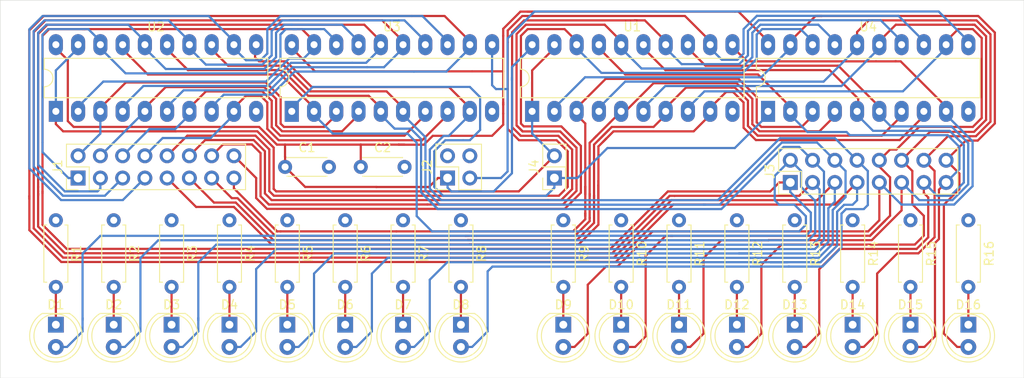
<source format=kicad_pcb>
(kicad_pcb (version 20171130) (host pcbnew "(5.1.4)-1")

  (general
    (thickness 1.6)
    (drawings 4)
    (tracks 959)
    (zones 0)
    (modules 42)
    (nets 55)
  )

  (page A4)
  (title_block
    (title Register)
  )

  (layers
    (0 F.Cu signal)
    (31 B.Cu signal)
    (32 B.Adhes user)
    (33 F.Adhes user)
    (34 B.Paste user)
    (35 F.Paste user)
    (36 B.SilkS user)
    (37 F.SilkS user)
    (38 B.Mask user)
    (39 F.Mask user)
    (40 Dwgs.User user)
    (41 Cmts.User user)
    (42 Eco1.User user)
    (43 Eco2.User user)
    (44 Edge.Cuts user)
    (45 Margin user)
    (46 B.CrtYd user)
    (47 F.CrtYd user)
    (48 B.Fab user)
    (49 F.Fab user)
  )

  (setup
    (last_trace_width 0.25)
    (trace_clearance 0.25)
    (zone_clearance 0.508)
    (zone_45_only no)
    (trace_min 0.25)
    (via_size 0.8)
    (via_drill 0.4)
    (via_min_size 0.4)
    (via_min_drill 0.3)
    (uvia_size 0.3)
    (uvia_drill 0.1)
    (uvias_allowed no)
    (uvia_min_size 0.2)
    (uvia_min_drill 0.1)
    (edge_width 0.05)
    (segment_width 0.2)
    (pcb_text_width 0.3)
    (pcb_text_size 1.5 1.5)
    (mod_edge_width 0.12)
    (mod_text_size 1 1)
    (mod_text_width 0.15)
    (pad_size 1.524 1.524)
    (pad_drill 0.762)
    (pad_to_mask_clearance 0.051)
    (solder_mask_min_width 0.25)
    (aux_axis_origin 0 0)
    (visible_elements 7FFFFFFF)
    (pcbplotparams
      (layerselection 0x010fc_ffffffff)
      (usegerberextensions false)
      (usegerberattributes false)
      (usegerberadvancedattributes false)
      (creategerberjobfile false)
      (excludeedgelayer true)
      (linewidth 0.100000)
      (plotframeref false)
      (viasonmask false)
      (mode 1)
      (useauxorigin false)
      (hpglpennumber 1)
      (hpglpenspeed 20)
      (hpglpendiameter 15.000000)
      (psnegative false)
      (psa4output false)
      (plotreference true)
      (plotvalue true)
      (plotinvisibletext false)
      (padsonsilk false)
      (subtractmaskfromsilk false)
      (outputformat 1)
      (mirror false)
      (drillshape 1)
      (scaleselection 1)
      (outputdirectory ""))
  )

  (net 0 "")
  (net 1 "Net-(D1-Pad1)")
  (net 2 GND)
  (net 3 /D15)
  (net 4 /D14)
  (net 5 /D13)
  (net 6 /D12)
  (net 7 /D11)
  (net 8 /D10)
  (net 9 /D9)
  (net 10 /D8)
  (net 11 /D7)
  (net 12 /D6)
  (net 13 /D5)
  (net 14 /D4)
  (net 15 /D3)
  (net 16 /D2)
  (net 17 /D1)
  (net 18 /D0)
  (net 19 "Net-(J2-Pad4)")
  (net 20 "Net-(J2-Pad3)")
  (net 21 VCC)
  (net 22 /RD15)
  (net 23 /RD14)
  (net 24 /RD13)
  (net 25 /RD12)
  (net 26 /RD11)
  (net 27 /RD10)
  (net 28 /RD9)
  (net 29 /RD8)
  (net 30 /RD7)
  (net 31 /RD6)
  (net 32 /RD5)
  (net 33 /RD4)
  (net 34 /RD3)
  (net 35 /RD2)
  (net 36 /RD1)
  (net 37 /RD0)
  (net 38 "Net-(J4-Pad2)")
  (net 39 "Net-(J4-Pad1)")
  (net 40 "Net-(D2-Pad1)")
  (net 41 "Net-(D3-Pad1)")
  (net 42 "Net-(D4-Pad1)")
  (net 43 "Net-(D5-Pad1)")
  (net 44 "Net-(D6-Pad1)")
  (net 45 "Net-(D7-Pad1)")
  (net 46 "Net-(D8-Pad1)")
  (net 47 "Net-(D9-Pad1)")
  (net 48 "Net-(D10-Pad1)")
  (net 49 "Net-(D11-Pad1)")
  (net 50 "Net-(D12-Pad1)")
  (net 51 "Net-(D13-Pad1)")
  (net 52 "Net-(D14-Pad1)")
  (net 53 "Net-(D15-Pad1)")
  (net 54 "Net-(D16-Pad1)")

  (net_class Default "This is the default net class."
    (clearance 0.25)
    (trace_width 0.25)
    (via_dia 0.8)
    (via_drill 0.4)
    (uvia_dia 0.3)
    (uvia_drill 0.1)
    (diff_pair_width 0.25)
    (diff_pair_gap 0.25)
    (add_net /D0)
    (add_net /D1)
    (add_net /D10)
    (add_net /D11)
    (add_net /D12)
    (add_net /D13)
    (add_net /D14)
    (add_net /D15)
    (add_net /D2)
    (add_net /D3)
    (add_net /D4)
    (add_net /D5)
    (add_net /D6)
    (add_net /D7)
    (add_net /D8)
    (add_net /D9)
    (add_net /RD0)
    (add_net /RD1)
    (add_net /RD10)
    (add_net /RD11)
    (add_net /RD12)
    (add_net /RD13)
    (add_net /RD14)
    (add_net /RD15)
    (add_net /RD2)
    (add_net /RD3)
    (add_net /RD4)
    (add_net /RD5)
    (add_net /RD6)
    (add_net /RD7)
    (add_net /RD8)
    (add_net /RD9)
    (add_net GND)
    (add_net "Net-(D1-Pad1)")
    (add_net "Net-(D10-Pad1)")
    (add_net "Net-(D11-Pad1)")
    (add_net "Net-(D12-Pad1)")
    (add_net "Net-(D13-Pad1)")
    (add_net "Net-(D14-Pad1)")
    (add_net "Net-(D15-Pad1)")
    (add_net "Net-(D16-Pad1)")
    (add_net "Net-(D2-Pad1)")
    (add_net "Net-(D3-Pad1)")
    (add_net "Net-(D4-Pad1)")
    (add_net "Net-(D5-Pad1)")
    (add_net "Net-(D6-Pad1)")
    (add_net "Net-(D7-Pad1)")
    (add_net "Net-(D8-Pad1)")
    (add_net "Net-(D9-Pad1)")
    (add_net "Net-(J2-Pad3)")
    (add_net "Net-(J2-Pad4)")
    (add_net "Net-(J4-Pad1)")
    (add_net "Net-(J4-Pad2)")
    (add_net VCC)
  )

  (module Capacitor_THT:C_Disc_D4.3mm_W1.9mm_P5.00mm (layer F.Cu) (tedit 5AE50EF0) (tstamp 5EB80543)
    (at 117.348 69.85)
    (descr "C, Disc series, Radial, pin pitch=5.00mm, , diameter*width=4.3*1.9mm^2, Capacitor, http://www.vishay.com/docs/45233/krseries.pdf")
    (tags "C Disc series Radial pin pitch 5.00mm  diameter 4.3mm width 1.9mm Capacitor")
    (path /5EC609C1)
    (fp_text reference C2 (at 2.5 -2.2) (layer F.SilkS)
      (effects (font (size 1 1) (thickness 0.15)))
    )
    (fp_text value 0.1µF (at 2.5 2.2) (layer F.Fab)
      (effects (font (size 1 1) (thickness 0.15)))
    )
    (fp_text user %R (at 2.5 0) (layer F.Fab)
      (effects (font (size 0.86 0.86) (thickness 0.129)))
    )
    (fp_line (start 6.05 -1.2) (end -1.05 -1.2) (layer F.CrtYd) (width 0.05))
    (fp_line (start 6.05 1.2) (end 6.05 -1.2) (layer F.CrtYd) (width 0.05))
    (fp_line (start -1.05 1.2) (end 6.05 1.2) (layer F.CrtYd) (width 0.05))
    (fp_line (start -1.05 -1.2) (end -1.05 1.2) (layer F.CrtYd) (width 0.05))
    (fp_line (start 4.77 1.055) (end 4.77 1.07) (layer F.SilkS) (width 0.12))
    (fp_line (start 4.77 -1.07) (end 4.77 -1.055) (layer F.SilkS) (width 0.12))
    (fp_line (start 0.23 1.055) (end 0.23 1.07) (layer F.SilkS) (width 0.12))
    (fp_line (start 0.23 -1.07) (end 0.23 -1.055) (layer F.SilkS) (width 0.12))
    (fp_line (start 0.23 1.07) (end 4.77 1.07) (layer F.SilkS) (width 0.12))
    (fp_line (start 0.23 -1.07) (end 4.77 -1.07) (layer F.SilkS) (width 0.12))
    (fp_line (start 4.65 -0.95) (end 0.35 -0.95) (layer F.Fab) (width 0.1))
    (fp_line (start 4.65 0.95) (end 4.65 -0.95) (layer F.Fab) (width 0.1))
    (fp_line (start 0.35 0.95) (end 4.65 0.95) (layer F.Fab) (width 0.1))
    (fp_line (start 0.35 -0.95) (end 0.35 0.95) (layer F.Fab) (width 0.1))
    (pad 2 thru_hole circle (at 5 0) (size 1.6 1.6) (drill 0.8) (layers *.Cu *.Mask)
      (net 2 GND))
    (pad 1 thru_hole circle (at 0 0) (size 1.6 1.6) (drill 0.8) (layers *.Cu *.Mask)
      (net 21 VCC))
    (model ${KISYS3DMOD}/Capacitor_THT.3dshapes/C_Disc_D4.3mm_W1.9mm_P5.00mm.wrl
      (at (xyz 0 0 0))
      (scale (xyz 1 1 1))
      (rotate (xyz 0 0 0))
    )
  )

  (module Capacitor_THT:C_Disc_D4.3mm_W1.9mm_P5.00mm (layer F.Cu) (tedit 5AE50EF0) (tstamp 5EB80FAA)
    (at 108.712 69.85)
    (descr "C, Disc series, Radial, pin pitch=5.00mm, , diameter*width=4.3*1.9mm^2, Capacitor, http://www.vishay.com/docs/45233/krseries.pdf")
    (tags "C Disc series Radial pin pitch 5.00mm  diameter 4.3mm width 1.9mm Capacitor")
    (path /5EC1C9F5)
    (fp_text reference C1 (at 2.5 -2.2) (layer F.SilkS)
      (effects (font (size 1 1) (thickness 0.15)))
    )
    (fp_text value 0.1µF (at 2.5 2.2) (layer F.Fab)
      (effects (font (size 1 1) (thickness 0.15)))
    )
    (fp_text user %R (at 2.5 0) (layer F.Fab)
      (effects (font (size 0.86 0.86) (thickness 0.129)))
    )
    (fp_line (start 6.05 -1.2) (end -1.05 -1.2) (layer F.CrtYd) (width 0.05))
    (fp_line (start 6.05 1.2) (end 6.05 -1.2) (layer F.CrtYd) (width 0.05))
    (fp_line (start -1.05 1.2) (end 6.05 1.2) (layer F.CrtYd) (width 0.05))
    (fp_line (start -1.05 -1.2) (end -1.05 1.2) (layer F.CrtYd) (width 0.05))
    (fp_line (start 4.77 1.055) (end 4.77 1.07) (layer F.SilkS) (width 0.12))
    (fp_line (start 4.77 -1.07) (end 4.77 -1.055) (layer F.SilkS) (width 0.12))
    (fp_line (start 0.23 1.055) (end 0.23 1.07) (layer F.SilkS) (width 0.12))
    (fp_line (start 0.23 -1.07) (end 0.23 -1.055) (layer F.SilkS) (width 0.12))
    (fp_line (start 0.23 1.07) (end 4.77 1.07) (layer F.SilkS) (width 0.12))
    (fp_line (start 0.23 -1.07) (end 4.77 -1.07) (layer F.SilkS) (width 0.12))
    (fp_line (start 4.65 -0.95) (end 0.35 -0.95) (layer F.Fab) (width 0.1))
    (fp_line (start 4.65 0.95) (end 4.65 -0.95) (layer F.Fab) (width 0.1))
    (fp_line (start 0.35 0.95) (end 4.65 0.95) (layer F.Fab) (width 0.1))
    (fp_line (start 0.35 -0.95) (end 0.35 0.95) (layer F.Fab) (width 0.1))
    (pad 2 thru_hole circle (at 5 0) (size 1.6 1.6) (drill 0.8) (layers *.Cu *.Mask)
      (net 2 GND))
    (pad 1 thru_hole circle (at 0 0) (size 1.6 1.6) (drill 0.8) (layers *.Cu *.Mask)
      (net 21 VCC))
    (model ${KISYS3DMOD}/Capacitor_THT.3dshapes/C_Disc_D4.3mm_W1.9mm_P5.00mm.wrl
      (at (xyz 0 0 0))
      (scale (xyz 1 1 1))
      (rotate (xyz 0 0 0))
    )
  )

  (module Connector_PinHeader_2.54mm:PinHeader_2x08_P2.54mm_Vertical (layer F.Cu) (tedit 59FED5CC) (tstamp 5EB6359F)
    (at 85.09 71.12 90)
    (descr "Through hole straight pin header, 2x08, 2.54mm pitch, double rows")
    (tags "Through hole pin header THT 2x08 2.54mm double row")
    (path /5EB661DD)
    (fp_text reference J1 (at 1.27 -2.33 90) (layer F.SilkS)
      (effects (font (size 1 1) (thickness 0.15)))
    )
    (fp_text value Conn_02x08_Odd_Even (at 1.27 20.11 90) (layer F.Fab)
      (effects (font (size 1 1) (thickness 0.15)))
    )
    (fp_text user %R (at 1.27 8.89) (layer F.Fab)
      (effects (font (size 1 1) (thickness 0.15)))
    )
    (fp_line (start 4.35 -1.8) (end -1.8 -1.8) (layer F.CrtYd) (width 0.05))
    (fp_line (start 4.35 19.55) (end 4.35 -1.8) (layer F.CrtYd) (width 0.05))
    (fp_line (start -1.8 19.55) (end 4.35 19.55) (layer F.CrtYd) (width 0.05))
    (fp_line (start -1.8 -1.8) (end -1.8 19.55) (layer F.CrtYd) (width 0.05))
    (fp_line (start -1.33 -1.33) (end 0 -1.33) (layer F.SilkS) (width 0.12))
    (fp_line (start -1.33 0) (end -1.33 -1.33) (layer F.SilkS) (width 0.12))
    (fp_line (start 1.27 -1.33) (end 3.87 -1.33) (layer F.SilkS) (width 0.12))
    (fp_line (start 1.27 1.27) (end 1.27 -1.33) (layer F.SilkS) (width 0.12))
    (fp_line (start -1.33 1.27) (end 1.27 1.27) (layer F.SilkS) (width 0.12))
    (fp_line (start 3.87 -1.33) (end 3.87 19.11) (layer F.SilkS) (width 0.12))
    (fp_line (start -1.33 1.27) (end -1.33 19.11) (layer F.SilkS) (width 0.12))
    (fp_line (start -1.33 19.11) (end 3.87 19.11) (layer F.SilkS) (width 0.12))
    (fp_line (start -1.27 0) (end 0 -1.27) (layer F.Fab) (width 0.1))
    (fp_line (start -1.27 19.05) (end -1.27 0) (layer F.Fab) (width 0.1))
    (fp_line (start 3.81 19.05) (end -1.27 19.05) (layer F.Fab) (width 0.1))
    (fp_line (start 3.81 -1.27) (end 3.81 19.05) (layer F.Fab) (width 0.1))
    (fp_line (start 0 -1.27) (end 3.81 -1.27) (layer F.Fab) (width 0.1))
    (pad 16 thru_hole oval (at 2.54 17.78 90) (size 1.7 1.7) (drill 1) (layers *.Cu *.Mask)
      (net 3 /D15))
    (pad 15 thru_hole oval (at 0 17.78 90) (size 1.7 1.7) (drill 1) (layers *.Cu *.Mask)
      (net 4 /D14))
    (pad 14 thru_hole oval (at 2.54 15.24 90) (size 1.7 1.7) (drill 1) (layers *.Cu *.Mask)
      (net 5 /D13))
    (pad 13 thru_hole oval (at 0 15.24 90) (size 1.7 1.7) (drill 1) (layers *.Cu *.Mask)
      (net 6 /D12))
    (pad 12 thru_hole oval (at 2.54 12.7 90) (size 1.7 1.7) (drill 1) (layers *.Cu *.Mask)
      (net 7 /D11))
    (pad 11 thru_hole oval (at 0 12.7 90) (size 1.7 1.7) (drill 1) (layers *.Cu *.Mask)
      (net 8 /D10))
    (pad 10 thru_hole oval (at 2.54 10.16 90) (size 1.7 1.7) (drill 1) (layers *.Cu *.Mask)
      (net 9 /D9))
    (pad 9 thru_hole oval (at 0 10.16 90) (size 1.7 1.7) (drill 1) (layers *.Cu *.Mask)
      (net 10 /D8))
    (pad 8 thru_hole oval (at 2.54 7.62 90) (size 1.7 1.7) (drill 1) (layers *.Cu *.Mask)
      (net 11 /D7))
    (pad 7 thru_hole oval (at 0 7.62 90) (size 1.7 1.7) (drill 1) (layers *.Cu *.Mask)
      (net 12 /D6))
    (pad 6 thru_hole oval (at 2.54 5.08 90) (size 1.7 1.7) (drill 1) (layers *.Cu *.Mask)
      (net 13 /D5))
    (pad 5 thru_hole oval (at 0 5.08 90) (size 1.7 1.7) (drill 1) (layers *.Cu *.Mask)
      (net 14 /D4))
    (pad 4 thru_hole oval (at 2.54 2.54 90) (size 1.7 1.7) (drill 1) (layers *.Cu *.Mask)
      (net 15 /D3))
    (pad 3 thru_hole oval (at 0 2.54 90) (size 1.7 1.7) (drill 1) (layers *.Cu *.Mask)
      (net 16 /D2))
    (pad 2 thru_hole oval (at 2.54 0 90) (size 1.7 1.7) (drill 1) (layers *.Cu *.Mask)
      (net 17 /D1))
    (pad 1 thru_hole rect (at 0 0 90) (size 1.7 1.7) (drill 1) (layers *.Cu *.Mask)
      (net 18 /D0))
    (model ${KISYS3DMOD}/Connector_PinHeader_2.54mm.3dshapes/PinHeader_2x08_P2.54mm_Vertical.wrl
      (at (xyz 0 0 0))
      (scale (xyz 1 1 1))
      (rotate (xyz 0 0 0))
    )
  )

  (module Connector_PinHeader_2.54mm:PinHeader_2x02_P2.54mm_Vertical (layer F.Cu) (tedit 59FED5CC) (tstamp 5EB5F113)
    (at 127.254 71.12 90)
    (descr "Through hole straight pin header, 2x02, 2.54mm pitch, double rows")
    (tags "Through hole pin header THT 2x02 2.54mm double row")
    (path /5EC8A0F4)
    (fp_text reference J2 (at 1.27 -2.33 90) (layer F.SilkS)
      (effects (font (size 1 1) (thickness 0.15)))
    )
    (fp_text value Conn_02x02_Odd_Even (at 1.27 4.87 90) (layer F.Fab)
      (effects (font (size 1 1) (thickness 0.15)))
    )
    (fp_text user %R (at 1.27 1.27) (layer F.Fab)
      (effects (font (size 1 1) (thickness 0.15)))
    )
    (fp_line (start 4.35 -1.8) (end -1.8 -1.8) (layer F.CrtYd) (width 0.05))
    (fp_line (start 4.35 4.35) (end 4.35 -1.8) (layer F.CrtYd) (width 0.05))
    (fp_line (start -1.8 4.35) (end 4.35 4.35) (layer F.CrtYd) (width 0.05))
    (fp_line (start -1.8 -1.8) (end -1.8 4.35) (layer F.CrtYd) (width 0.05))
    (fp_line (start -1.33 -1.33) (end 0 -1.33) (layer F.SilkS) (width 0.12))
    (fp_line (start -1.33 0) (end -1.33 -1.33) (layer F.SilkS) (width 0.12))
    (fp_line (start 1.27 -1.33) (end 3.87 -1.33) (layer F.SilkS) (width 0.12))
    (fp_line (start 1.27 1.27) (end 1.27 -1.33) (layer F.SilkS) (width 0.12))
    (fp_line (start -1.33 1.27) (end 1.27 1.27) (layer F.SilkS) (width 0.12))
    (fp_line (start 3.87 -1.33) (end 3.87 3.87) (layer F.SilkS) (width 0.12))
    (fp_line (start -1.33 1.27) (end -1.33 3.87) (layer F.SilkS) (width 0.12))
    (fp_line (start -1.33 3.87) (end 3.87 3.87) (layer F.SilkS) (width 0.12))
    (fp_line (start -1.27 0) (end 0 -1.27) (layer F.Fab) (width 0.1))
    (fp_line (start -1.27 3.81) (end -1.27 0) (layer F.Fab) (width 0.1))
    (fp_line (start 3.81 3.81) (end -1.27 3.81) (layer F.Fab) (width 0.1))
    (fp_line (start 3.81 -1.27) (end 3.81 3.81) (layer F.Fab) (width 0.1))
    (fp_line (start 0 -1.27) (end 3.81 -1.27) (layer F.Fab) (width 0.1))
    (pad 4 thru_hole oval (at 2.54 2.54 90) (size 1.7 1.7) (drill 1) (layers *.Cu *.Mask)
      (net 19 "Net-(J2-Pad4)"))
    (pad 3 thru_hole oval (at 0 2.54 90) (size 1.7 1.7) (drill 1) (layers *.Cu *.Mask)
      (net 20 "Net-(J2-Pad3)"))
    (pad 2 thru_hole oval (at 2.54 0 90) (size 1.7 1.7) (drill 1) (layers *.Cu *.Mask)
      (net 2 GND))
    (pad 1 thru_hole rect (at 0 0 90) (size 1.7 1.7) (drill 1) (layers *.Cu *.Mask)
      (net 21 VCC))
    (model ${KISYS3DMOD}/Connector_PinHeader_2.54mm.3dshapes/PinHeader_2x02_P2.54mm_Vertical.wrl
      (at (xyz 0 0 0))
      (scale (xyz 1 1 1))
      (rotate (xyz 0 0 0))
    )
  )

  (module Connector_PinHeader_2.54mm:PinHeader_2x08_P2.54mm_Vertical (layer F.Cu) (tedit 59FED5CC) (tstamp 5EB6A97F)
    (at 166.37 71.628 90)
    (descr "Through hole straight pin header, 2x08, 2.54mm pitch, double rows")
    (tags "Through hole pin header THT 2x08 2.54mm double row")
    (path /5EB83245)
    (fp_text reference J3 (at 1.27 -2.33 90) (layer F.SilkS)
      (effects (font (size 1 1) (thickness 0.15)))
    )
    (fp_text value Conn_02x08_Odd_Even (at 1.27 20.11 90) (layer F.Fab)
      (effects (font (size 1 1) (thickness 0.15)))
    )
    (fp_line (start 0 -1.27) (end 3.81 -1.27) (layer F.Fab) (width 0.1))
    (fp_line (start 3.81 -1.27) (end 3.81 19.05) (layer F.Fab) (width 0.1))
    (fp_line (start 3.81 19.05) (end -1.27 19.05) (layer F.Fab) (width 0.1))
    (fp_line (start -1.27 19.05) (end -1.27 0) (layer F.Fab) (width 0.1))
    (fp_line (start -1.27 0) (end 0 -1.27) (layer F.Fab) (width 0.1))
    (fp_line (start -1.33 19.11) (end 3.87 19.11) (layer F.SilkS) (width 0.12))
    (fp_line (start -1.33 1.27) (end -1.33 19.11) (layer F.SilkS) (width 0.12))
    (fp_line (start 3.87 -1.33) (end 3.87 19.11) (layer F.SilkS) (width 0.12))
    (fp_line (start -1.33 1.27) (end 1.27 1.27) (layer F.SilkS) (width 0.12))
    (fp_line (start 1.27 1.27) (end 1.27 -1.33) (layer F.SilkS) (width 0.12))
    (fp_line (start 1.27 -1.33) (end 3.87 -1.33) (layer F.SilkS) (width 0.12))
    (fp_line (start -1.33 0) (end -1.33 -1.33) (layer F.SilkS) (width 0.12))
    (fp_line (start -1.33 -1.33) (end 0 -1.33) (layer F.SilkS) (width 0.12))
    (fp_line (start -1.8 -1.8) (end -1.8 19.55) (layer F.CrtYd) (width 0.05))
    (fp_line (start -1.8 19.55) (end 4.35 19.55) (layer F.CrtYd) (width 0.05))
    (fp_line (start 4.35 19.55) (end 4.35 -1.8) (layer F.CrtYd) (width 0.05))
    (fp_line (start 4.35 -1.8) (end -1.8 -1.8) (layer F.CrtYd) (width 0.05))
    (fp_text user %R (at 1.27 8.89) (layer F.Fab)
      (effects (font (size 1 1) (thickness 0.15)))
    )
    (pad 1 thru_hole rect (at 0 0 90) (size 1.7 1.7) (drill 1) (layers *.Cu *.Mask)
      (net 37 /RD0))
    (pad 2 thru_hole oval (at 2.54 0 90) (size 1.7 1.7) (drill 1) (layers *.Cu *.Mask)
      (net 36 /RD1))
    (pad 3 thru_hole oval (at 0 2.54 90) (size 1.7 1.7) (drill 1) (layers *.Cu *.Mask)
      (net 35 /RD2))
    (pad 4 thru_hole oval (at 2.54 2.54 90) (size 1.7 1.7) (drill 1) (layers *.Cu *.Mask)
      (net 34 /RD3))
    (pad 5 thru_hole oval (at 0 5.08 90) (size 1.7 1.7) (drill 1) (layers *.Cu *.Mask)
      (net 33 /RD4))
    (pad 6 thru_hole oval (at 2.54 5.08 90) (size 1.7 1.7) (drill 1) (layers *.Cu *.Mask)
      (net 32 /RD5))
    (pad 7 thru_hole oval (at 0 7.62 90) (size 1.7 1.7) (drill 1) (layers *.Cu *.Mask)
      (net 31 /RD6))
    (pad 8 thru_hole oval (at 2.54 7.62 90) (size 1.7 1.7) (drill 1) (layers *.Cu *.Mask)
      (net 30 /RD7))
    (pad 9 thru_hole oval (at 0 10.16 90) (size 1.7 1.7) (drill 1) (layers *.Cu *.Mask)
      (net 29 /RD8))
    (pad 10 thru_hole oval (at 2.54 10.16 90) (size 1.7 1.7) (drill 1) (layers *.Cu *.Mask)
      (net 28 /RD9))
    (pad 11 thru_hole oval (at 0 12.7 90) (size 1.7 1.7) (drill 1) (layers *.Cu *.Mask)
      (net 27 /RD10))
    (pad 12 thru_hole oval (at 2.54 12.7 90) (size 1.7 1.7) (drill 1) (layers *.Cu *.Mask)
      (net 26 /RD11))
    (pad 13 thru_hole oval (at 0 15.24 90) (size 1.7 1.7) (drill 1) (layers *.Cu *.Mask)
      (net 25 /RD12))
    (pad 14 thru_hole oval (at 2.54 15.24 90) (size 1.7 1.7) (drill 1) (layers *.Cu *.Mask)
      (net 24 /RD13))
    (pad 15 thru_hole oval (at 0 17.78 90) (size 1.7 1.7) (drill 1) (layers *.Cu *.Mask)
      (net 23 /RD14))
    (pad 16 thru_hole oval (at 2.54 17.78 90) (size 1.7 1.7) (drill 1) (layers *.Cu *.Mask)
      (net 22 /RD15))
    (model ${KISYS3DMOD}/Connector_PinHeader_2.54mm.3dshapes/PinHeader_2x08_P2.54mm_Vertical.wrl
      (at (xyz 0 0 0))
      (scale (xyz 1 1 1))
      (rotate (xyz 0 0 0))
    )
  )

  (module Connector_PinHeader_2.54mm:PinHeader_2x01_P2.54mm_Vertical (layer F.Cu) (tedit 59FED5CC) (tstamp 5EB6079B)
    (at 139.446 71.12 90)
    (descr "Through hole straight pin header, 2x01, 2.54mm pitch, double rows")
    (tags "Through hole pin header THT 2x01 2.54mm double row")
    (path /5ECF0B06)
    (fp_text reference J4 (at 1.27 -2.33 90) (layer F.SilkS)
      (effects (font (size 1 1) (thickness 0.15)))
    )
    (fp_text value Conn_02x01 (at 1.27 2.33 90) (layer F.Fab)
      (effects (font (size 1 1) (thickness 0.15)))
    )
    (fp_text user %R (at 1.27 0) (layer F.Fab)
      (effects (font (size 1 1) (thickness 0.15)))
    )
    (fp_line (start 4.35 -1.8) (end -1.8 -1.8) (layer F.CrtYd) (width 0.05))
    (fp_line (start 4.35 1.8) (end 4.35 -1.8) (layer F.CrtYd) (width 0.05))
    (fp_line (start -1.8 1.8) (end 4.35 1.8) (layer F.CrtYd) (width 0.05))
    (fp_line (start -1.8 -1.8) (end -1.8 1.8) (layer F.CrtYd) (width 0.05))
    (fp_line (start -1.33 -1.33) (end 0 -1.33) (layer F.SilkS) (width 0.12))
    (fp_line (start -1.33 0) (end -1.33 -1.33) (layer F.SilkS) (width 0.12))
    (fp_line (start 1.27 -1.33) (end 3.87 -1.33) (layer F.SilkS) (width 0.12))
    (fp_line (start 1.27 1.27) (end 1.27 -1.33) (layer F.SilkS) (width 0.12))
    (fp_line (start -1.33 1.27) (end 1.27 1.27) (layer F.SilkS) (width 0.12))
    (fp_line (start 3.87 -1.33) (end 3.87 1.33) (layer F.SilkS) (width 0.12))
    (fp_line (start -1.33 1.27) (end -1.33 1.33) (layer F.SilkS) (width 0.12))
    (fp_line (start -1.33 1.33) (end 3.87 1.33) (layer F.SilkS) (width 0.12))
    (fp_line (start -1.27 0) (end 0 -1.27) (layer F.Fab) (width 0.1))
    (fp_line (start -1.27 1.27) (end -1.27 0) (layer F.Fab) (width 0.1))
    (fp_line (start 3.81 1.27) (end -1.27 1.27) (layer F.Fab) (width 0.1))
    (fp_line (start 3.81 -1.27) (end 3.81 1.27) (layer F.Fab) (width 0.1))
    (fp_line (start 0 -1.27) (end 3.81 -1.27) (layer F.Fab) (width 0.1))
    (pad 2 thru_hole oval (at 2.54 0 90) (size 1.7 1.7) (drill 1) (layers *.Cu *.Mask)
      (net 38 "Net-(J4-Pad2)"))
    (pad 1 thru_hole rect (at 0 0 90) (size 1.7 1.7) (drill 1) (layers *.Cu *.Mask)
      (net 39 "Net-(J4-Pad1)"))
    (model ${KISYS3DMOD}/Connector_PinHeader_2.54mm.3dshapes/PinHeader_2x01_P2.54mm_Vertical.wrl
      (at (xyz 0 0 0))
      (scale (xyz 1 1 1))
      (rotate (xyz 0 0 0))
    )
  )

  (module Package_DIP:DIP-20_W7.62mm_LongPads (layer F.Cu) (tedit 5A02E8C5) (tstamp 5EB60961)
    (at 136.906 63.5 90)
    (descr "20-lead though-hole mounted DIP package, row spacing 7.62 mm (300 mils), LongPads")
    (tags "THT DIP DIL PDIP 2.54mm 7.62mm 300mil LongPads")
    (path /5D34F6CA)
    (fp_text reference U1 (at 9.652 11.43 180) (layer F.SilkS)
      (effects (font (size 1 1) (thickness 0.15)))
    )
    (fp_text value 74LS244 (at 3.81 25.19 90) (layer F.Fab)
      (effects (font (size 1 1) (thickness 0.15)))
    )
    (fp_text user %R (at 3.81 11.43 90) (layer F.Fab)
      (effects (font (size 1 1) (thickness 0.15)))
    )
    (fp_line (start 9.1 -1.55) (end -1.45 -1.55) (layer F.CrtYd) (width 0.05))
    (fp_line (start 9.1 24.4) (end 9.1 -1.55) (layer F.CrtYd) (width 0.05))
    (fp_line (start -1.45 24.4) (end 9.1 24.4) (layer F.CrtYd) (width 0.05))
    (fp_line (start -1.45 -1.55) (end -1.45 24.4) (layer F.CrtYd) (width 0.05))
    (fp_line (start 6.06 -1.33) (end 4.81 -1.33) (layer F.SilkS) (width 0.12))
    (fp_line (start 6.06 24.19) (end 6.06 -1.33) (layer F.SilkS) (width 0.12))
    (fp_line (start 1.56 24.19) (end 6.06 24.19) (layer F.SilkS) (width 0.12))
    (fp_line (start 1.56 -1.33) (end 1.56 24.19) (layer F.SilkS) (width 0.12))
    (fp_line (start 2.81 -1.33) (end 1.56 -1.33) (layer F.SilkS) (width 0.12))
    (fp_line (start 0.635 -0.27) (end 1.635 -1.27) (layer F.Fab) (width 0.1))
    (fp_line (start 0.635 24.13) (end 0.635 -0.27) (layer F.Fab) (width 0.1))
    (fp_line (start 6.985 24.13) (end 0.635 24.13) (layer F.Fab) (width 0.1))
    (fp_line (start 6.985 -1.27) (end 6.985 24.13) (layer F.Fab) (width 0.1))
    (fp_line (start 1.635 -1.27) (end 6.985 -1.27) (layer F.Fab) (width 0.1))
    (fp_arc (start 3.81 -1.33) (end 2.81 -1.33) (angle -180) (layer F.SilkS) (width 0.12))
    (pad 20 thru_hole oval (at 7.62 0 90) (size 2.4 1.6) (drill 0.8) (layers *.Cu *.Mask)
      (net 21 VCC))
    (pad 10 thru_hole oval (at 0 22.86 90) (size 2.4 1.6) (drill 0.8) (layers *.Cu *.Mask)
      (net 2 GND))
    (pad 19 thru_hole oval (at 7.62 2.54 90) (size 2.4 1.6) (drill 0.8) (layers *.Cu *.Mask)
      (net 38 "Net-(J4-Pad2)"))
    (pad 9 thru_hole oval (at 0 20.32 90) (size 2.4 1.6) (drill 0.8) (layers *.Cu *.Mask)
      (net 10 /D8))
    (pad 18 thru_hole oval (at 7.62 5.08 90) (size 2.4 1.6) (drill 0.8) (layers *.Cu *.Mask)
      (net 3 /D15))
    (pad 8 thru_hole oval (at 0 17.78 90) (size 2.4 1.6) (drill 0.8) (layers *.Cu *.Mask)
      (net 28 /RD9))
    (pad 17 thru_hole oval (at 7.62 7.62 90) (size 2.4 1.6) (drill 0.8) (layers *.Cu *.Mask)
      (net 23 /RD14))
    (pad 7 thru_hole oval (at 0 15.24 90) (size 2.4 1.6) (drill 0.8) (layers *.Cu *.Mask)
      (net 8 /D10))
    (pad 16 thru_hole oval (at 7.62 10.16 90) (size 2.4 1.6) (drill 0.8) (layers *.Cu *.Mask)
      (net 5 /D13))
    (pad 6 thru_hole oval (at 0 12.7 90) (size 2.4 1.6) (drill 0.8) (layers *.Cu *.Mask)
      (net 26 /RD11))
    (pad 15 thru_hole oval (at 7.62 12.7 90) (size 2.4 1.6) (drill 0.8) (layers *.Cu *.Mask)
      (net 25 /RD12))
    (pad 5 thru_hole oval (at 0 10.16 90) (size 2.4 1.6) (drill 0.8) (layers *.Cu *.Mask)
      (net 6 /D12))
    (pad 14 thru_hole oval (at 7.62 15.24 90) (size 2.4 1.6) (drill 0.8) (layers *.Cu *.Mask)
      (net 7 /D11))
    (pad 4 thru_hole oval (at 0 7.62 90) (size 2.4 1.6) (drill 0.8) (layers *.Cu *.Mask)
      (net 24 /RD13))
    (pad 13 thru_hole oval (at 7.62 17.78 90) (size 2.4 1.6) (drill 0.8) (layers *.Cu *.Mask)
      (net 27 /RD10))
    (pad 3 thru_hole oval (at 0 5.08 90) (size 2.4 1.6) (drill 0.8) (layers *.Cu *.Mask)
      (net 4 /D14))
    (pad 12 thru_hole oval (at 7.62 20.32 90) (size 2.4 1.6) (drill 0.8) (layers *.Cu *.Mask)
      (net 9 /D9))
    (pad 2 thru_hole oval (at 0 2.54 90) (size 2.4 1.6) (drill 0.8) (layers *.Cu *.Mask)
      (net 22 /RD15))
    (pad 11 thru_hole oval (at 7.62 22.86 90) (size 2.4 1.6) (drill 0.8) (layers *.Cu *.Mask)
      (net 29 /RD8))
    (pad 1 thru_hole rect (at 0 0 90) (size 2.4 1.6) (drill 0.8) (layers *.Cu *.Mask)
      (net 38 "Net-(J4-Pad2)"))
    (model ${KISYS3DMOD}/Package_DIP.3dshapes/DIP-20_W7.62mm.wrl
      (at (xyz 0 0 0))
      (scale (xyz 1 1 1))
      (rotate (xyz 0 0 0))
    )
  )

  (module Package_DIP:DIP-20_W7.62mm_LongPads (layer F.Cu) (tedit 5A02E8C5) (tstamp 5EB5FAA3)
    (at 109.474 63.5 90)
    (descr "20-lead though-hole mounted DIP package, row spacing 7.62 mm (300 mils), LongPads")
    (tags "THT DIP DIL PDIP 2.54mm 7.62mm 300mil LongPads")
    (path /5D330DB9)
    (fp_text reference U3 (at 9.652 11.43 180) (layer F.SilkS)
      (effects (font (size 1 1) (thickness 0.15)))
    )
    (fp_text value 74LS377 (at 3.81 25.19 90) (layer F.Fab)
      (effects (font (size 1 1) (thickness 0.15)))
    )
    (fp_text user %R (at 3.81 11.43 90) (layer F.Fab)
      (effects (font (size 1 1) (thickness 0.15)))
    )
    (fp_line (start 9.1 -1.55) (end -1.45 -1.55) (layer F.CrtYd) (width 0.05))
    (fp_line (start 9.1 24.4) (end 9.1 -1.55) (layer F.CrtYd) (width 0.05))
    (fp_line (start -1.45 24.4) (end 9.1 24.4) (layer F.CrtYd) (width 0.05))
    (fp_line (start -1.45 -1.55) (end -1.45 24.4) (layer F.CrtYd) (width 0.05))
    (fp_line (start 6.06 -1.33) (end 4.81 -1.33) (layer F.SilkS) (width 0.12))
    (fp_line (start 6.06 24.19) (end 6.06 -1.33) (layer F.SilkS) (width 0.12))
    (fp_line (start 1.56 24.19) (end 6.06 24.19) (layer F.SilkS) (width 0.12))
    (fp_line (start 1.56 -1.33) (end 1.56 24.19) (layer F.SilkS) (width 0.12))
    (fp_line (start 2.81 -1.33) (end 1.56 -1.33) (layer F.SilkS) (width 0.12))
    (fp_line (start 0.635 -0.27) (end 1.635 -1.27) (layer F.Fab) (width 0.1))
    (fp_line (start 0.635 24.13) (end 0.635 -0.27) (layer F.Fab) (width 0.1))
    (fp_line (start 6.985 24.13) (end 0.635 24.13) (layer F.Fab) (width 0.1))
    (fp_line (start 6.985 -1.27) (end 6.985 24.13) (layer F.Fab) (width 0.1))
    (fp_line (start 1.635 -1.27) (end 6.985 -1.27) (layer F.Fab) (width 0.1))
    (fp_arc (start 3.81 -1.33) (end 2.81 -1.33) (angle -180) (layer F.SilkS) (width 0.12))
    (pad 20 thru_hole oval (at 7.62 0 90) (size 2.4 1.6) (drill 0.8) (layers *.Cu *.Mask)
      (net 21 VCC))
    (pad 10 thru_hole oval (at 0 22.86 90) (size 2.4 1.6) (drill 0.8) (layers *.Cu *.Mask)
      (net 2 GND))
    (pad 19 thru_hole oval (at 7.62 2.54 90) (size 2.4 1.6) (drill 0.8) (layers *.Cu *.Mask)
      (net 37 /RD0))
    (pad 9 thru_hole oval (at 0 20.32 90) (size 2.4 1.6) (drill 0.8) (layers *.Cu *.Mask)
      (net 30 /RD7))
    (pad 18 thru_hole oval (at 7.62 5.08 90) (size 2.4 1.6) (drill 0.8) (layers *.Cu *.Mask)
      (net 18 /D0))
    (pad 8 thru_hole oval (at 0 17.78 90) (size 2.4 1.6) (drill 0.8) (layers *.Cu *.Mask)
      (net 11 /D7))
    (pad 17 thru_hole oval (at 7.62 7.62 90) (size 2.4 1.6) (drill 0.8) (layers *.Cu *.Mask)
      (net 16 /D2))
    (pad 7 thru_hole oval (at 0 15.24 90) (size 2.4 1.6) (drill 0.8) (layers *.Cu *.Mask)
      (net 13 /D5))
    (pad 16 thru_hole oval (at 7.62 10.16 90) (size 2.4 1.6) (drill 0.8) (layers *.Cu *.Mask)
      (net 35 /RD2))
    (pad 6 thru_hole oval (at 0 12.7 90) (size 2.4 1.6) (drill 0.8) (layers *.Cu *.Mask)
      (net 32 /RD5))
    (pad 15 thru_hole oval (at 7.62 12.7 90) (size 2.4 1.6) (drill 0.8) (layers *.Cu *.Mask)
      (net 33 /RD4))
    (pad 5 thru_hole oval (at 0 10.16 90) (size 2.4 1.6) (drill 0.8) (layers *.Cu *.Mask)
      (net 34 /RD3))
    (pad 14 thru_hole oval (at 7.62 15.24 90) (size 2.4 1.6) (drill 0.8) (layers *.Cu *.Mask)
      (net 14 /D4))
    (pad 4 thru_hole oval (at 0 7.62 90) (size 2.4 1.6) (drill 0.8) (layers *.Cu *.Mask)
      (net 15 /D3))
    (pad 13 thru_hole oval (at 7.62 17.78 90) (size 2.4 1.6) (drill 0.8) (layers *.Cu *.Mask)
      (net 12 /D6))
    (pad 3 thru_hole oval (at 0 5.08 90) (size 2.4 1.6) (drill 0.8) (layers *.Cu *.Mask)
      (net 17 /D1))
    (pad 12 thru_hole oval (at 7.62 20.32 90) (size 2.4 1.6) (drill 0.8) (layers *.Cu *.Mask)
      (net 31 /RD6))
    (pad 2 thru_hole oval (at 0 2.54 90) (size 2.4 1.6) (drill 0.8) (layers *.Cu *.Mask)
      (net 36 /RD1))
    (pad 11 thru_hole oval (at 7.62 22.86 90) (size 2.4 1.6) (drill 0.8) (layers *.Cu *.Mask)
      (net 20 "Net-(J2-Pad3)"))
    (pad 1 thru_hole rect (at 0 0 90) (size 2.4 1.6) (drill 0.8) (layers *.Cu *.Mask)
      (net 39 "Net-(J4-Pad1)"))
    (model ${KISYS3DMOD}/Package_DIP.3dshapes/DIP-20_W7.62mm.wrl
      (at (xyz 0 0 0))
      (scale (xyz 1 1 1))
      (rotate (xyz 0 0 0))
    )
  )

  (module Package_DIP:DIP-20_W7.62mm_LongPads (layer F.Cu) (tedit 5A02E8C5) (tstamp 5EB605DE)
    (at 163.83 63.5 90)
    (descr "20-lead though-hole mounted DIP package, row spacing 7.62 mm (300 mils), LongPads")
    (tags "THT DIP DIL PDIP 2.54mm 7.62mm 300mil LongPads")
    (path /5D334BCD)
    (fp_text reference U4 (at 9.652 11.43 180) (layer F.SilkS)
      (effects (font (size 1 1) (thickness 0.15)))
    )
    (fp_text value 74LS377 (at 3.81 25.19 90) (layer F.Fab)
      (effects (font (size 1 1) (thickness 0.15)))
    )
    (fp_text user %R (at 3.81 11.43 90) (layer F.Fab)
      (effects (font (size 1 1) (thickness 0.15)))
    )
    (fp_line (start 9.1 -1.55) (end -1.45 -1.55) (layer F.CrtYd) (width 0.05))
    (fp_line (start 9.1 24.4) (end 9.1 -1.55) (layer F.CrtYd) (width 0.05))
    (fp_line (start -1.45 24.4) (end 9.1 24.4) (layer F.CrtYd) (width 0.05))
    (fp_line (start -1.45 -1.55) (end -1.45 24.4) (layer F.CrtYd) (width 0.05))
    (fp_line (start 6.06 -1.33) (end 4.81 -1.33) (layer F.SilkS) (width 0.12))
    (fp_line (start 6.06 24.19) (end 6.06 -1.33) (layer F.SilkS) (width 0.12))
    (fp_line (start 1.56 24.19) (end 6.06 24.19) (layer F.SilkS) (width 0.12))
    (fp_line (start 1.56 -1.33) (end 1.56 24.19) (layer F.SilkS) (width 0.12))
    (fp_line (start 2.81 -1.33) (end 1.56 -1.33) (layer F.SilkS) (width 0.12))
    (fp_line (start 0.635 -0.27) (end 1.635 -1.27) (layer F.Fab) (width 0.1))
    (fp_line (start 0.635 24.13) (end 0.635 -0.27) (layer F.Fab) (width 0.1))
    (fp_line (start 6.985 24.13) (end 0.635 24.13) (layer F.Fab) (width 0.1))
    (fp_line (start 6.985 -1.27) (end 6.985 24.13) (layer F.Fab) (width 0.1))
    (fp_line (start 1.635 -1.27) (end 6.985 -1.27) (layer F.Fab) (width 0.1))
    (fp_arc (start 3.81 -1.33) (end 2.81 -1.33) (angle -180) (layer F.SilkS) (width 0.12))
    (pad 20 thru_hole oval (at 7.62 0 90) (size 2.4 1.6) (drill 0.8) (layers *.Cu *.Mask)
      (net 21 VCC))
    (pad 10 thru_hole oval (at 0 22.86 90) (size 2.4 1.6) (drill 0.8) (layers *.Cu *.Mask)
      (net 2 GND))
    (pad 19 thru_hole oval (at 7.62 2.54 90) (size 2.4 1.6) (drill 0.8) (layers *.Cu *.Mask)
      (net 22 /RD15))
    (pad 9 thru_hole oval (at 0 20.32 90) (size 2.4 1.6) (drill 0.8) (layers *.Cu *.Mask)
      (net 29 /RD8))
    (pad 18 thru_hole oval (at 7.62 5.08 90) (size 2.4 1.6) (drill 0.8) (layers *.Cu *.Mask)
      (net 3 /D15))
    (pad 8 thru_hole oval (at 0 17.78 90) (size 2.4 1.6) (drill 0.8) (layers *.Cu *.Mask)
      (net 10 /D8))
    (pad 17 thru_hole oval (at 7.62 7.62 90) (size 2.4 1.6) (drill 0.8) (layers *.Cu *.Mask)
      (net 5 /D13))
    (pad 7 thru_hole oval (at 0 15.24 90) (size 2.4 1.6) (drill 0.8) (layers *.Cu *.Mask)
      (net 8 /D10))
    (pad 16 thru_hole oval (at 7.62 10.16 90) (size 2.4 1.6) (drill 0.8) (layers *.Cu *.Mask)
      (net 24 /RD13))
    (pad 6 thru_hole oval (at 0 12.7 90) (size 2.4 1.6) (drill 0.8) (layers *.Cu *.Mask)
      (net 27 /RD10))
    (pad 15 thru_hole oval (at 7.62 12.7 90) (size 2.4 1.6) (drill 0.8) (layers *.Cu *.Mask)
      (net 26 /RD11))
    (pad 5 thru_hole oval (at 0 10.16 90) (size 2.4 1.6) (drill 0.8) (layers *.Cu *.Mask)
      (net 25 /RD12))
    (pad 14 thru_hole oval (at 7.62 15.24 90) (size 2.4 1.6) (drill 0.8) (layers *.Cu *.Mask)
      (net 7 /D11))
    (pad 4 thru_hole oval (at 0 7.62 90) (size 2.4 1.6) (drill 0.8) (layers *.Cu *.Mask)
      (net 6 /D12))
    (pad 13 thru_hole oval (at 7.62 17.78 90) (size 2.4 1.6) (drill 0.8) (layers *.Cu *.Mask)
      (net 9 /D9))
    (pad 3 thru_hole oval (at 0 5.08 90) (size 2.4 1.6) (drill 0.8) (layers *.Cu *.Mask)
      (net 4 /D14))
    (pad 12 thru_hole oval (at 7.62 20.32 90) (size 2.4 1.6) (drill 0.8) (layers *.Cu *.Mask)
      (net 28 /RD9))
    (pad 2 thru_hole oval (at 0 2.54 90) (size 2.4 1.6) (drill 0.8) (layers *.Cu *.Mask)
      (net 23 /RD14))
    (pad 11 thru_hole oval (at 7.62 22.86 90) (size 2.4 1.6) (drill 0.8) (layers *.Cu *.Mask)
      (net 20 "Net-(J2-Pad3)"))
    (pad 1 thru_hole rect (at 0 0 90) (size 2.4 1.6) (drill 0.8) (layers *.Cu *.Mask)
      (net 39 "Net-(J4-Pad1)"))
    (model ${KISYS3DMOD}/Package_DIP.3dshapes/DIP-20_W7.62mm.wrl
      (at (xyz 0 0 0))
      (scale (xyz 1 1 1))
      (rotate (xyz 0 0 0))
    )
  )

  (module Package_DIP:DIP-20_W7.62mm_LongPads (layer F.Cu) (tedit 5A02E8C5) (tstamp 5EB52E87)
    (at 82.55 63.5 90)
    (descr "20-lead though-hole mounted DIP package, row spacing 7.62 mm (300 mils), LongPads")
    (tags "THT DIP DIL PDIP 2.54mm 7.62mm 300mil LongPads")
    (path /5D357FDA)
    (fp_text reference U2 (at 9.652 11.43 180) (layer F.SilkS)
      (effects (font (size 1 1) (thickness 0.15)))
    )
    (fp_text value 74LS244 (at 3.81 25.19 90) (layer F.Fab)
      (effects (font (size 1 1) (thickness 0.15)))
    )
    (fp_text user %R (at 3.81 11.43 90) (layer F.Fab)
      (effects (font (size 1 1) (thickness 0.15)))
    )
    (fp_line (start 9.1 -1.55) (end -1.45 -1.55) (layer F.CrtYd) (width 0.05))
    (fp_line (start 9.1 24.4) (end 9.1 -1.55) (layer F.CrtYd) (width 0.05))
    (fp_line (start -1.45 24.4) (end 9.1 24.4) (layer F.CrtYd) (width 0.05))
    (fp_line (start -1.45 -1.55) (end -1.45 24.4) (layer F.CrtYd) (width 0.05))
    (fp_line (start 6.06 -1.33) (end 4.81 -1.33) (layer F.SilkS) (width 0.12))
    (fp_line (start 6.06 24.19) (end 6.06 -1.33) (layer F.SilkS) (width 0.12))
    (fp_line (start 1.56 24.19) (end 6.06 24.19) (layer F.SilkS) (width 0.12))
    (fp_line (start 1.56 -1.33) (end 1.56 24.19) (layer F.SilkS) (width 0.12))
    (fp_line (start 2.81 -1.33) (end 1.56 -1.33) (layer F.SilkS) (width 0.12))
    (fp_line (start 0.635 -0.27) (end 1.635 -1.27) (layer F.Fab) (width 0.1))
    (fp_line (start 0.635 24.13) (end 0.635 -0.27) (layer F.Fab) (width 0.1))
    (fp_line (start 6.985 24.13) (end 0.635 24.13) (layer F.Fab) (width 0.1))
    (fp_line (start 6.985 -1.27) (end 6.985 24.13) (layer F.Fab) (width 0.1))
    (fp_line (start 1.635 -1.27) (end 6.985 -1.27) (layer F.Fab) (width 0.1))
    (fp_arc (start 3.81 -1.33) (end 2.81 -1.33) (angle -180) (layer F.SilkS) (width 0.12))
    (pad 20 thru_hole oval (at 7.62 0 90) (size 2.4 1.6) (drill 0.8) (layers *.Cu *.Mask)
      (net 21 VCC))
    (pad 10 thru_hole oval (at 0 22.86 90) (size 2.4 1.6) (drill 0.8) (layers *.Cu *.Mask)
      (net 2 GND))
    (pad 19 thru_hole oval (at 7.62 2.54 90) (size 2.4 1.6) (drill 0.8) (layers *.Cu *.Mask)
      (net 38 "Net-(J4-Pad2)"))
    (pad 9 thru_hole oval (at 0 20.32 90) (size 2.4 1.6) (drill 0.8) (layers *.Cu *.Mask)
      (net 11 /D7))
    (pad 18 thru_hole oval (at 7.62 5.08 90) (size 2.4 1.6) (drill 0.8) (layers *.Cu *.Mask)
      (net 18 /D0))
    (pad 8 thru_hole oval (at 0 17.78 90) (size 2.4 1.6) (drill 0.8) (layers *.Cu *.Mask)
      (net 31 /RD6))
    (pad 17 thru_hole oval (at 7.62 7.62 90) (size 2.4 1.6) (drill 0.8) (layers *.Cu *.Mask)
      (net 36 /RD1))
    (pad 7 thru_hole oval (at 0 15.24 90) (size 2.4 1.6) (drill 0.8) (layers *.Cu *.Mask)
      (net 13 /D5))
    (pad 16 thru_hole oval (at 7.62 10.16 90) (size 2.4 1.6) (drill 0.8) (layers *.Cu *.Mask)
      (net 16 /D2))
    (pad 6 thru_hole oval (at 0 12.7 90) (size 2.4 1.6) (drill 0.8) (layers *.Cu *.Mask)
      (net 33 /RD4))
    (pad 15 thru_hole oval (at 7.62 12.7 90) (size 2.4 1.6) (drill 0.8) (layers *.Cu *.Mask)
      (net 34 /RD3))
    (pad 5 thru_hole oval (at 0 10.16 90) (size 2.4 1.6) (drill 0.8) (layers *.Cu *.Mask)
      (net 15 /D3))
    (pad 14 thru_hole oval (at 7.62 15.24 90) (size 2.4 1.6) (drill 0.8) (layers *.Cu *.Mask)
      (net 14 /D4))
    (pad 4 thru_hole oval (at 0 7.62 90) (size 2.4 1.6) (drill 0.8) (layers *.Cu *.Mask)
      (net 35 /RD2))
    (pad 13 thru_hole oval (at 7.62 17.78 90) (size 2.4 1.6) (drill 0.8) (layers *.Cu *.Mask)
      (net 32 /RD5))
    (pad 3 thru_hole oval (at 0 5.08 90) (size 2.4 1.6) (drill 0.8) (layers *.Cu *.Mask)
      (net 17 /D1))
    (pad 12 thru_hole oval (at 7.62 20.32 90) (size 2.4 1.6) (drill 0.8) (layers *.Cu *.Mask)
      (net 12 /D6))
    (pad 2 thru_hole oval (at 0 2.54 90) (size 2.4 1.6) (drill 0.8) (layers *.Cu *.Mask)
      (net 37 /RD0))
    (pad 11 thru_hole oval (at 7.62 22.86 90) (size 2.4 1.6) (drill 0.8) (layers *.Cu *.Mask)
      (net 30 /RD7))
    (pad 1 thru_hole rect (at 0 0 90) (size 2.4 1.6) (drill 0.8) (layers *.Cu *.Mask)
      (net 38 "Net-(J4-Pad2)"))
    (model ${KISYS3DMOD}/Package_DIP.3dshapes/DIP-20_W7.62mm.wrl
      (at (xyz 0 0 0))
      (scale (xyz 1 1 1))
      (rotate (xyz 0 0 0))
    )
  )

  (module Resistor_THT:R_Axial_DIN0207_L6.3mm_D2.5mm_P7.62mm_Horizontal (layer F.Cu) (tedit 5AE5139B) (tstamp 5EB6A3DD)
    (at 186.69 75.946 270)
    (descr "Resistor, Axial_DIN0207 series, Axial, Horizontal, pin pitch=7.62mm, 0.25W = 1/4W, length*diameter=6.3*2.5mm^2, http://cdn-reichelt.de/documents/datenblatt/B400/1_4W%23YAG.pdf")
    (tags "Resistor Axial_DIN0207 series Axial Horizontal pin pitch 7.62mm 0.25W = 1/4W length 6.3mm diameter 2.5mm")
    (path /5D487D5A)
    (fp_text reference R16 (at 3.81 -2.37 90) (layer F.SilkS)
      (effects (font (size 1 1) (thickness 0.15)))
    )
    (fp_text value 220 (at 3.81 2.37 90) (layer F.Fab)
      (effects (font (size 1 1) (thickness 0.15)))
    )
    (fp_text user %R (at 3.81 0 90) (layer F.Fab)
      (effects (font (size 1 1) (thickness 0.15)))
    )
    (fp_line (start 8.67 -1.5) (end -1.05 -1.5) (layer F.CrtYd) (width 0.05))
    (fp_line (start 8.67 1.5) (end 8.67 -1.5) (layer F.CrtYd) (width 0.05))
    (fp_line (start -1.05 1.5) (end 8.67 1.5) (layer F.CrtYd) (width 0.05))
    (fp_line (start -1.05 -1.5) (end -1.05 1.5) (layer F.CrtYd) (width 0.05))
    (fp_line (start 7.08 1.37) (end 7.08 1.04) (layer F.SilkS) (width 0.12))
    (fp_line (start 0.54 1.37) (end 7.08 1.37) (layer F.SilkS) (width 0.12))
    (fp_line (start 0.54 1.04) (end 0.54 1.37) (layer F.SilkS) (width 0.12))
    (fp_line (start 7.08 -1.37) (end 7.08 -1.04) (layer F.SilkS) (width 0.12))
    (fp_line (start 0.54 -1.37) (end 7.08 -1.37) (layer F.SilkS) (width 0.12))
    (fp_line (start 0.54 -1.04) (end 0.54 -1.37) (layer F.SilkS) (width 0.12))
    (fp_line (start 7.62 0) (end 6.96 0) (layer F.Fab) (width 0.1))
    (fp_line (start 0 0) (end 0.66 0) (layer F.Fab) (width 0.1))
    (fp_line (start 6.96 -1.25) (end 0.66 -1.25) (layer F.Fab) (width 0.1))
    (fp_line (start 6.96 1.25) (end 6.96 -1.25) (layer F.Fab) (width 0.1))
    (fp_line (start 0.66 1.25) (end 6.96 1.25) (layer F.Fab) (width 0.1))
    (fp_line (start 0.66 -1.25) (end 0.66 1.25) (layer F.Fab) (width 0.1))
    (pad 2 thru_hole oval (at 7.62 0 270) (size 1.6 1.6) (drill 0.8) (layers *.Cu *.Mask)
      (net 54 "Net-(D16-Pad1)"))
    (pad 1 thru_hole circle (at 0 0 270) (size 1.6 1.6) (drill 0.8) (layers *.Cu *.Mask)
      (net 2 GND))
    (model ${KISYS3DMOD}/Resistor_THT.3dshapes/R_Axial_DIN0207_L6.3mm_D2.5mm_P7.62mm_Horizontal.wrl
      (at (xyz 0 0 0))
      (scale (xyz 1 1 1))
      (rotate (xyz 0 0 0))
    )
  )

  (module Resistor_THT:R_Axial_DIN0207_L6.3mm_D2.5mm_P7.62mm_Horizontal (layer F.Cu) (tedit 5AE5139B) (tstamp 5EB6A2D5)
    (at 180.086 75.946 270)
    (descr "Resistor, Axial_DIN0207 series, Axial, Horizontal, pin pitch=7.62mm, 0.25W = 1/4W, length*diameter=6.3*2.5mm^2, http://cdn-reichelt.de/documents/datenblatt/B400/1_4W%23YAG.pdf")
    (tags "Resistor Axial_DIN0207 series Axial Horizontal pin pitch 7.62mm 0.25W = 1/4W length 6.3mm diameter 2.5mm")
    (path /5D487D4A)
    (fp_text reference R15 (at 3.81 -2.37 90) (layer F.SilkS)
      (effects (font (size 1 1) (thickness 0.15)))
    )
    (fp_text value 220 (at 3.81 2.37 90) (layer F.Fab)
      (effects (font (size 1 1) (thickness 0.15)))
    )
    (fp_text user %R (at 3.81 0 90) (layer F.Fab)
      (effects (font (size 1 1) (thickness 0.15)))
    )
    (fp_line (start 8.67 -1.5) (end -1.05 -1.5) (layer F.CrtYd) (width 0.05))
    (fp_line (start 8.67 1.5) (end 8.67 -1.5) (layer F.CrtYd) (width 0.05))
    (fp_line (start -1.05 1.5) (end 8.67 1.5) (layer F.CrtYd) (width 0.05))
    (fp_line (start -1.05 -1.5) (end -1.05 1.5) (layer F.CrtYd) (width 0.05))
    (fp_line (start 7.08 1.37) (end 7.08 1.04) (layer F.SilkS) (width 0.12))
    (fp_line (start 0.54 1.37) (end 7.08 1.37) (layer F.SilkS) (width 0.12))
    (fp_line (start 0.54 1.04) (end 0.54 1.37) (layer F.SilkS) (width 0.12))
    (fp_line (start 7.08 -1.37) (end 7.08 -1.04) (layer F.SilkS) (width 0.12))
    (fp_line (start 0.54 -1.37) (end 7.08 -1.37) (layer F.SilkS) (width 0.12))
    (fp_line (start 0.54 -1.04) (end 0.54 -1.37) (layer F.SilkS) (width 0.12))
    (fp_line (start 7.62 0) (end 6.96 0) (layer F.Fab) (width 0.1))
    (fp_line (start 0 0) (end 0.66 0) (layer F.Fab) (width 0.1))
    (fp_line (start 6.96 -1.25) (end 0.66 -1.25) (layer F.Fab) (width 0.1))
    (fp_line (start 6.96 1.25) (end 6.96 -1.25) (layer F.Fab) (width 0.1))
    (fp_line (start 0.66 1.25) (end 6.96 1.25) (layer F.Fab) (width 0.1))
    (fp_line (start 0.66 -1.25) (end 0.66 1.25) (layer F.Fab) (width 0.1))
    (pad 2 thru_hole oval (at 7.62 0 270) (size 1.6 1.6) (drill 0.8) (layers *.Cu *.Mask)
      (net 53 "Net-(D15-Pad1)"))
    (pad 1 thru_hole circle (at 0 0 270) (size 1.6 1.6) (drill 0.8) (layers *.Cu *.Mask)
      (net 2 GND))
    (model ${KISYS3DMOD}/Resistor_THT.3dshapes/R_Axial_DIN0207_L6.3mm_D2.5mm_P7.62mm_Horizontal.wrl
      (at (xyz 0 0 0))
      (scale (xyz 1 1 1))
      (rotate (xyz 0 0 0))
    )
  )

  (module Resistor_THT:R_Axial_DIN0207_L6.3mm_D2.5mm_P7.62mm_Horizontal (layer F.Cu) (tedit 5AE5139B) (tstamp 5EB6A4A3)
    (at 173.482 75.946 270)
    (descr "Resistor, Axial_DIN0207 series, Axial, Horizontal, pin pitch=7.62mm, 0.25W = 1/4W, length*diameter=6.3*2.5mm^2, http://cdn-reichelt.de/documents/datenblatt/B400/1_4W%23YAG.pdf")
    (tags "Resistor Axial_DIN0207 series Axial Horizontal pin pitch 7.62mm 0.25W = 1/4W length 6.3mm diameter 2.5mm")
    (path /5D487D3A)
    (fp_text reference R14 (at 3.81 -2.37 90) (layer F.SilkS)
      (effects (font (size 1 1) (thickness 0.15)))
    )
    (fp_text value 220 (at 3.81 2.37 90) (layer F.Fab)
      (effects (font (size 1 1) (thickness 0.15)))
    )
    (fp_text user %R (at 3.81 0 90) (layer F.Fab)
      (effects (font (size 1 1) (thickness 0.15)))
    )
    (fp_line (start 8.67 -1.5) (end -1.05 -1.5) (layer F.CrtYd) (width 0.05))
    (fp_line (start 8.67 1.5) (end 8.67 -1.5) (layer F.CrtYd) (width 0.05))
    (fp_line (start -1.05 1.5) (end 8.67 1.5) (layer F.CrtYd) (width 0.05))
    (fp_line (start -1.05 -1.5) (end -1.05 1.5) (layer F.CrtYd) (width 0.05))
    (fp_line (start 7.08 1.37) (end 7.08 1.04) (layer F.SilkS) (width 0.12))
    (fp_line (start 0.54 1.37) (end 7.08 1.37) (layer F.SilkS) (width 0.12))
    (fp_line (start 0.54 1.04) (end 0.54 1.37) (layer F.SilkS) (width 0.12))
    (fp_line (start 7.08 -1.37) (end 7.08 -1.04) (layer F.SilkS) (width 0.12))
    (fp_line (start 0.54 -1.37) (end 7.08 -1.37) (layer F.SilkS) (width 0.12))
    (fp_line (start 0.54 -1.04) (end 0.54 -1.37) (layer F.SilkS) (width 0.12))
    (fp_line (start 7.62 0) (end 6.96 0) (layer F.Fab) (width 0.1))
    (fp_line (start 0 0) (end 0.66 0) (layer F.Fab) (width 0.1))
    (fp_line (start 6.96 -1.25) (end 0.66 -1.25) (layer F.Fab) (width 0.1))
    (fp_line (start 6.96 1.25) (end 6.96 -1.25) (layer F.Fab) (width 0.1))
    (fp_line (start 0.66 1.25) (end 6.96 1.25) (layer F.Fab) (width 0.1))
    (fp_line (start 0.66 -1.25) (end 0.66 1.25) (layer F.Fab) (width 0.1))
    (pad 2 thru_hole oval (at 7.62 0 270) (size 1.6 1.6) (drill 0.8) (layers *.Cu *.Mask)
      (net 52 "Net-(D14-Pad1)"))
    (pad 1 thru_hole circle (at 0 0 270) (size 1.6 1.6) (drill 0.8) (layers *.Cu *.Mask)
      (net 2 GND))
    (model ${KISYS3DMOD}/Resistor_THT.3dshapes/R_Axial_DIN0207_L6.3mm_D2.5mm_P7.62mm_Horizontal.wrl
      (at (xyz 0 0 0))
      (scale (xyz 1 1 1))
      (rotate (xyz 0 0 0))
    )
  )

  (module Resistor_THT:R_Axial_DIN0207_L6.3mm_D2.5mm_P7.62mm_Horizontal (layer F.Cu) (tedit 5AE5139B) (tstamp 5EB6A461)
    (at 166.878 75.946 270)
    (descr "Resistor, Axial_DIN0207 series, Axial, Horizontal, pin pitch=7.62mm, 0.25W = 1/4W, length*diameter=6.3*2.5mm^2, http://cdn-reichelt.de/documents/datenblatt/B400/1_4W%23YAG.pdf")
    (tags "Resistor Axial_DIN0207 series Axial Horizontal pin pitch 7.62mm 0.25W = 1/4W length 6.3mm diameter 2.5mm")
    (path /5D487D2A)
    (fp_text reference R13 (at 3.81 -2.37 90) (layer F.SilkS)
      (effects (font (size 1 1) (thickness 0.15)))
    )
    (fp_text value 220 (at 3.81 2.37 90) (layer F.Fab)
      (effects (font (size 1 1) (thickness 0.15)))
    )
    (fp_text user %R (at 3.81 0 90) (layer F.Fab)
      (effects (font (size 1 1) (thickness 0.15)))
    )
    (fp_line (start 8.67 -1.5) (end -1.05 -1.5) (layer F.CrtYd) (width 0.05))
    (fp_line (start 8.67 1.5) (end 8.67 -1.5) (layer F.CrtYd) (width 0.05))
    (fp_line (start -1.05 1.5) (end 8.67 1.5) (layer F.CrtYd) (width 0.05))
    (fp_line (start -1.05 -1.5) (end -1.05 1.5) (layer F.CrtYd) (width 0.05))
    (fp_line (start 7.08 1.37) (end 7.08 1.04) (layer F.SilkS) (width 0.12))
    (fp_line (start 0.54 1.37) (end 7.08 1.37) (layer F.SilkS) (width 0.12))
    (fp_line (start 0.54 1.04) (end 0.54 1.37) (layer F.SilkS) (width 0.12))
    (fp_line (start 7.08 -1.37) (end 7.08 -1.04) (layer F.SilkS) (width 0.12))
    (fp_line (start 0.54 -1.37) (end 7.08 -1.37) (layer F.SilkS) (width 0.12))
    (fp_line (start 0.54 -1.04) (end 0.54 -1.37) (layer F.SilkS) (width 0.12))
    (fp_line (start 7.62 0) (end 6.96 0) (layer F.Fab) (width 0.1))
    (fp_line (start 0 0) (end 0.66 0) (layer F.Fab) (width 0.1))
    (fp_line (start 6.96 -1.25) (end 0.66 -1.25) (layer F.Fab) (width 0.1))
    (fp_line (start 6.96 1.25) (end 6.96 -1.25) (layer F.Fab) (width 0.1))
    (fp_line (start 0.66 1.25) (end 6.96 1.25) (layer F.Fab) (width 0.1))
    (fp_line (start 0.66 -1.25) (end 0.66 1.25) (layer F.Fab) (width 0.1))
    (pad 2 thru_hole oval (at 7.62 0 270) (size 1.6 1.6) (drill 0.8) (layers *.Cu *.Mask)
      (net 51 "Net-(D13-Pad1)"))
    (pad 1 thru_hole circle (at 0 0 270) (size 1.6 1.6) (drill 0.8) (layers *.Cu *.Mask)
      (net 2 GND))
    (model ${KISYS3DMOD}/Resistor_THT.3dshapes/R_Axial_DIN0207_L6.3mm_D2.5mm_P7.62mm_Horizontal.wrl
      (at (xyz 0 0 0))
      (scale (xyz 1 1 1))
      (rotate (xyz 0 0 0))
    )
  )

  (module Resistor_THT:R_Axial_DIN0207_L6.3mm_D2.5mm_P7.62mm_Horizontal (layer F.Cu) (tedit 5AE5139B) (tstamp 5EB6A41F)
    (at 160.274 75.946 270)
    (descr "Resistor, Axial_DIN0207 series, Axial, Horizontal, pin pitch=7.62mm, 0.25W = 1/4W, length*diameter=6.3*2.5mm^2, http://cdn-reichelt.de/documents/datenblatt/B400/1_4W%23YAG.pdf")
    (tags "Resistor Axial_DIN0207 series Axial Horizontal pin pitch 7.62mm 0.25W = 1/4W length 6.3mm diameter 2.5mm")
    (path /5D487D1A)
    (fp_text reference R12 (at 3.81 -2.37 90) (layer F.SilkS)
      (effects (font (size 1 1) (thickness 0.15)))
    )
    (fp_text value 220 (at 3.81 2.37 90) (layer F.Fab)
      (effects (font (size 1 1) (thickness 0.15)))
    )
    (fp_text user %R (at 3.81 0 90) (layer F.Fab)
      (effects (font (size 1 1) (thickness 0.15)))
    )
    (fp_line (start 8.67 -1.5) (end -1.05 -1.5) (layer F.CrtYd) (width 0.05))
    (fp_line (start 8.67 1.5) (end 8.67 -1.5) (layer F.CrtYd) (width 0.05))
    (fp_line (start -1.05 1.5) (end 8.67 1.5) (layer F.CrtYd) (width 0.05))
    (fp_line (start -1.05 -1.5) (end -1.05 1.5) (layer F.CrtYd) (width 0.05))
    (fp_line (start 7.08 1.37) (end 7.08 1.04) (layer F.SilkS) (width 0.12))
    (fp_line (start 0.54 1.37) (end 7.08 1.37) (layer F.SilkS) (width 0.12))
    (fp_line (start 0.54 1.04) (end 0.54 1.37) (layer F.SilkS) (width 0.12))
    (fp_line (start 7.08 -1.37) (end 7.08 -1.04) (layer F.SilkS) (width 0.12))
    (fp_line (start 0.54 -1.37) (end 7.08 -1.37) (layer F.SilkS) (width 0.12))
    (fp_line (start 0.54 -1.04) (end 0.54 -1.37) (layer F.SilkS) (width 0.12))
    (fp_line (start 7.62 0) (end 6.96 0) (layer F.Fab) (width 0.1))
    (fp_line (start 0 0) (end 0.66 0) (layer F.Fab) (width 0.1))
    (fp_line (start 6.96 -1.25) (end 0.66 -1.25) (layer F.Fab) (width 0.1))
    (fp_line (start 6.96 1.25) (end 6.96 -1.25) (layer F.Fab) (width 0.1))
    (fp_line (start 0.66 1.25) (end 6.96 1.25) (layer F.Fab) (width 0.1))
    (fp_line (start 0.66 -1.25) (end 0.66 1.25) (layer F.Fab) (width 0.1))
    (pad 2 thru_hole oval (at 7.62 0 270) (size 1.6 1.6) (drill 0.8) (layers *.Cu *.Mask)
      (net 50 "Net-(D12-Pad1)"))
    (pad 1 thru_hole circle (at 0 0 270) (size 1.6 1.6) (drill 0.8) (layers *.Cu *.Mask)
      (net 2 GND))
    (model ${KISYS3DMOD}/Resistor_THT.3dshapes/R_Axial_DIN0207_L6.3mm_D2.5mm_P7.62mm_Horizontal.wrl
      (at (xyz 0 0 0))
      (scale (xyz 1 1 1))
      (rotate (xyz 0 0 0))
    )
  )

  (module Resistor_THT:R_Axial_DIN0207_L6.3mm_D2.5mm_P7.62mm_Horizontal (layer F.Cu) (tedit 5AE5139B) (tstamp 5EB6A39B)
    (at 153.67 75.946 270)
    (descr "Resistor, Axial_DIN0207 series, Axial, Horizontal, pin pitch=7.62mm, 0.25W = 1/4W, length*diameter=6.3*2.5mm^2, http://cdn-reichelt.de/documents/datenblatt/B400/1_4W%23YAG.pdf")
    (tags "Resistor Axial_DIN0207 series Axial Horizontal pin pitch 7.62mm 0.25W = 1/4W length 6.3mm diameter 2.5mm")
    (path /5D487D0A)
    (fp_text reference R11 (at 3.81 -2.37 90) (layer F.SilkS)
      (effects (font (size 1 1) (thickness 0.15)))
    )
    (fp_text value 220 (at 3.81 2.37 90) (layer F.Fab)
      (effects (font (size 1 1) (thickness 0.15)))
    )
    (fp_text user %R (at 3.81 0 90) (layer F.Fab)
      (effects (font (size 1 1) (thickness 0.15)))
    )
    (fp_line (start 8.67 -1.5) (end -1.05 -1.5) (layer F.CrtYd) (width 0.05))
    (fp_line (start 8.67 1.5) (end 8.67 -1.5) (layer F.CrtYd) (width 0.05))
    (fp_line (start -1.05 1.5) (end 8.67 1.5) (layer F.CrtYd) (width 0.05))
    (fp_line (start -1.05 -1.5) (end -1.05 1.5) (layer F.CrtYd) (width 0.05))
    (fp_line (start 7.08 1.37) (end 7.08 1.04) (layer F.SilkS) (width 0.12))
    (fp_line (start 0.54 1.37) (end 7.08 1.37) (layer F.SilkS) (width 0.12))
    (fp_line (start 0.54 1.04) (end 0.54 1.37) (layer F.SilkS) (width 0.12))
    (fp_line (start 7.08 -1.37) (end 7.08 -1.04) (layer F.SilkS) (width 0.12))
    (fp_line (start 0.54 -1.37) (end 7.08 -1.37) (layer F.SilkS) (width 0.12))
    (fp_line (start 0.54 -1.04) (end 0.54 -1.37) (layer F.SilkS) (width 0.12))
    (fp_line (start 7.62 0) (end 6.96 0) (layer F.Fab) (width 0.1))
    (fp_line (start 0 0) (end 0.66 0) (layer F.Fab) (width 0.1))
    (fp_line (start 6.96 -1.25) (end 0.66 -1.25) (layer F.Fab) (width 0.1))
    (fp_line (start 6.96 1.25) (end 6.96 -1.25) (layer F.Fab) (width 0.1))
    (fp_line (start 0.66 1.25) (end 6.96 1.25) (layer F.Fab) (width 0.1))
    (fp_line (start 0.66 -1.25) (end 0.66 1.25) (layer F.Fab) (width 0.1))
    (pad 2 thru_hole oval (at 7.62 0 270) (size 1.6 1.6) (drill 0.8) (layers *.Cu *.Mask)
      (net 49 "Net-(D11-Pad1)"))
    (pad 1 thru_hole circle (at 0 0 270) (size 1.6 1.6) (drill 0.8) (layers *.Cu *.Mask)
      (net 2 GND))
    (model ${KISYS3DMOD}/Resistor_THT.3dshapes/R_Axial_DIN0207_L6.3mm_D2.5mm_P7.62mm_Horizontal.wrl
      (at (xyz 0 0 0))
      (scale (xyz 1 1 1))
      (rotate (xyz 0 0 0))
    )
  )

  (module Resistor_THT:R_Axial_DIN0207_L6.3mm_D2.5mm_P7.62mm_Horizontal (layer F.Cu) (tedit 5AE5139B) (tstamp 5EB6A317)
    (at 147.066 75.946 270)
    (descr "Resistor, Axial_DIN0207 series, Axial, Horizontal, pin pitch=7.62mm, 0.25W = 1/4W, length*diameter=6.3*2.5mm^2, http://cdn-reichelt.de/documents/datenblatt/B400/1_4W%23YAG.pdf")
    (tags "Resistor Axial_DIN0207 series Axial Horizontal pin pitch 7.62mm 0.25W = 1/4W length 6.3mm diameter 2.5mm")
    (path /5D487CFA)
    (fp_text reference R10 (at 3.81 -2.37 90) (layer F.SilkS)
      (effects (font (size 1 1) (thickness 0.15)))
    )
    (fp_text value 220 (at 3.81 2.37 90) (layer F.Fab)
      (effects (font (size 1 1) (thickness 0.15)))
    )
    (fp_text user %R (at 3.81 0 90) (layer F.Fab)
      (effects (font (size 1 1) (thickness 0.15)))
    )
    (fp_line (start 8.67 -1.5) (end -1.05 -1.5) (layer F.CrtYd) (width 0.05))
    (fp_line (start 8.67 1.5) (end 8.67 -1.5) (layer F.CrtYd) (width 0.05))
    (fp_line (start -1.05 1.5) (end 8.67 1.5) (layer F.CrtYd) (width 0.05))
    (fp_line (start -1.05 -1.5) (end -1.05 1.5) (layer F.CrtYd) (width 0.05))
    (fp_line (start 7.08 1.37) (end 7.08 1.04) (layer F.SilkS) (width 0.12))
    (fp_line (start 0.54 1.37) (end 7.08 1.37) (layer F.SilkS) (width 0.12))
    (fp_line (start 0.54 1.04) (end 0.54 1.37) (layer F.SilkS) (width 0.12))
    (fp_line (start 7.08 -1.37) (end 7.08 -1.04) (layer F.SilkS) (width 0.12))
    (fp_line (start 0.54 -1.37) (end 7.08 -1.37) (layer F.SilkS) (width 0.12))
    (fp_line (start 0.54 -1.04) (end 0.54 -1.37) (layer F.SilkS) (width 0.12))
    (fp_line (start 7.62 0) (end 6.96 0) (layer F.Fab) (width 0.1))
    (fp_line (start 0 0) (end 0.66 0) (layer F.Fab) (width 0.1))
    (fp_line (start 6.96 -1.25) (end 0.66 -1.25) (layer F.Fab) (width 0.1))
    (fp_line (start 6.96 1.25) (end 6.96 -1.25) (layer F.Fab) (width 0.1))
    (fp_line (start 0.66 1.25) (end 6.96 1.25) (layer F.Fab) (width 0.1))
    (fp_line (start 0.66 -1.25) (end 0.66 1.25) (layer F.Fab) (width 0.1))
    (pad 2 thru_hole oval (at 7.62 0 270) (size 1.6 1.6) (drill 0.8) (layers *.Cu *.Mask)
      (net 48 "Net-(D10-Pad1)"))
    (pad 1 thru_hole circle (at 0 0 270) (size 1.6 1.6) (drill 0.8) (layers *.Cu *.Mask)
      (net 2 GND))
    (model ${KISYS3DMOD}/Resistor_THT.3dshapes/R_Axial_DIN0207_L6.3mm_D2.5mm_P7.62mm_Horizontal.wrl
      (at (xyz 0 0 0))
      (scale (xyz 1 1 1))
      (rotate (xyz 0 0 0))
    )
  )

  (module Resistor_THT:R_Axial_DIN0207_L6.3mm_D2.5mm_P7.62mm_Horizontal (layer F.Cu) (tedit 5AE5139B) (tstamp 5EB6A359)
    (at 140.462 75.946 270)
    (descr "Resistor, Axial_DIN0207 series, Axial, Horizontal, pin pitch=7.62mm, 0.25W = 1/4W, length*diameter=6.3*2.5mm^2, http://cdn-reichelt.de/documents/datenblatt/B400/1_4W%23YAG.pdf")
    (tags "Resistor Axial_DIN0207 series Axial Horizontal pin pitch 7.62mm 0.25W = 1/4W length 6.3mm diameter 2.5mm")
    (path /5D487CEA)
    (fp_text reference R9 (at 3.81 -2.37 90) (layer F.SilkS)
      (effects (font (size 1 1) (thickness 0.15)))
    )
    (fp_text value 220 (at 3.81 2.37 90) (layer F.Fab)
      (effects (font (size 1 1) (thickness 0.15)))
    )
    (fp_text user %R (at 3.81 0 90) (layer F.Fab)
      (effects (font (size 1 1) (thickness 0.15)))
    )
    (fp_line (start 8.67 -1.5) (end -1.05 -1.5) (layer F.CrtYd) (width 0.05))
    (fp_line (start 8.67 1.5) (end 8.67 -1.5) (layer F.CrtYd) (width 0.05))
    (fp_line (start -1.05 1.5) (end 8.67 1.5) (layer F.CrtYd) (width 0.05))
    (fp_line (start -1.05 -1.5) (end -1.05 1.5) (layer F.CrtYd) (width 0.05))
    (fp_line (start 7.08 1.37) (end 7.08 1.04) (layer F.SilkS) (width 0.12))
    (fp_line (start 0.54 1.37) (end 7.08 1.37) (layer F.SilkS) (width 0.12))
    (fp_line (start 0.54 1.04) (end 0.54 1.37) (layer F.SilkS) (width 0.12))
    (fp_line (start 7.08 -1.37) (end 7.08 -1.04) (layer F.SilkS) (width 0.12))
    (fp_line (start 0.54 -1.37) (end 7.08 -1.37) (layer F.SilkS) (width 0.12))
    (fp_line (start 0.54 -1.04) (end 0.54 -1.37) (layer F.SilkS) (width 0.12))
    (fp_line (start 7.62 0) (end 6.96 0) (layer F.Fab) (width 0.1))
    (fp_line (start 0 0) (end 0.66 0) (layer F.Fab) (width 0.1))
    (fp_line (start 6.96 -1.25) (end 0.66 -1.25) (layer F.Fab) (width 0.1))
    (fp_line (start 6.96 1.25) (end 6.96 -1.25) (layer F.Fab) (width 0.1))
    (fp_line (start 0.66 1.25) (end 6.96 1.25) (layer F.Fab) (width 0.1))
    (fp_line (start 0.66 -1.25) (end 0.66 1.25) (layer F.Fab) (width 0.1))
    (pad 2 thru_hole oval (at 7.62 0 270) (size 1.6 1.6) (drill 0.8) (layers *.Cu *.Mask)
      (net 47 "Net-(D9-Pad1)"))
    (pad 1 thru_hole circle (at 0 0 270) (size 1.6 1.6) (drill 0.8) (layers *.Cu *.Mask)
      (net 2 GND))
    (model ${KISYS3DMOD}/Resistor_THT.3dshapes/R_Axial_DIN0207_L6.3mm_D2.5mm_P7.62mm_Horizontal.wrl
      (at (xyz 0 0 0))
      (scale (xyz 1 1 1))
      (rotate (xyz 0 0 0))
    )
  )

  (module Resistor_THT:R_Axial_DIN0207_L6.3mm_D2.5mm_P7.62mm_Horizontal (layer F.Cu) (tedit 5AE5139B) (tstamp 5EB650AA)
    (at 128.778 75.946 270)
    (descr "Resistor, Axial_DIN0207 series, Axial, Horizontal, pin pitch=7.62mm, 0.25W = 1/4W, length*diameter=6.3*2.5mm^2, http://cdn-reichelt.de/documents/datenblatt/B400/1_4W%23YAG.pdf")
    (tags "Resistor Axial_DIN0207 series Axial Horizontal pin pitch 7.62mm 0.25W = 1/4W length 6.3mm diameter 2.5mm")
    (path /5D487CDA)
    (fp_text reference R8 (at 3.81 -2.37 90) (layer F.SilkS)
      (effects (font (size 1 1) (thickness 0.15)))
    )
    (fp_text value 220 (at 3.81 2.37 90) (layer F.Fab)
      (effects (font (size 1 1) (thickness 0.15)))
    )
    (fp_text user %R (at 3.81 0 90) (layer F.Fab)
      (effects (font (size 1 1) (thickness 0.15)))
    )
    (fp_line (start 8.67 -1.5) (end -1.05 -1.5) (layer F.CrtYd) (width 0.05))
    (fp_line (start 8.67 1.5) (end 8.67 -1.5) (layer F.CrtYd) (width 0.05))
    (fp_line (start -1.05 1.5) (end 8.67 1.5) (layer F.CrtYd) (width 0.05))
    (fp_line (start -1.05 -1.5) (end -1.05 1.5) (layer F.CrtYd) (width 0.05))
    (fp_line (start 7.08 1.37) (end 7.08 1.04) (layer F.SilkS) (width 0.12))
    (fp_line (start 0.54 1.37) (end 7.08 1.37) (layer F.SilkS) (width 0.12))
    (fp_line (start 0.54 1.04) (end 0.54 1.37) (layer F.SilkS) (width 0.12))
    (fp_line (start 7.08 -1.37) (end 7.08 -1.04) (layer F.SilkS) (width 0.12))
    (fp_line (start 0.54 -1.37) (end 7.08 -1.37) (layer F.SilkS) (width 0.12))
    (fp_line (start 0.54 -1.04) (end 0.54 -1.37) (layer F.SilkS) (width 0.12))
    (fp_line (start 7.62 0) (end 6.96 0) (layer F.Fab) (width 0.1))
    (fp_line (start 0 0) (end 0.66 0) (layer F.Fab) (width 0.1))
    (fp_line (start 6.96 -1.25) (end 0.66 -1.25) (layer F.Fab) (width 0.1))
    (fp_line (start 6.96 1.25) (end 6.96 -1.25) (layer F.Fab) (width 0.1))
    (fp_line (start 0.66 1.25) (end 6.96 1.25) (layer F.Fab) (width 0.1))
    (fp_line (start 0.66 -1.25) (end 0.66 1.25) (layer F.Fab) (width 0.1))
    (pad 2 thru_hole oval (at 7.62 0 270) (size 1.6 1.6) (drill 0.8) (layers *.Cu *.Mask)
      (net 46 "Net-(D8-Pad1)"))
    (pad 1 thru_hole circle (at 0 0 270) (size 1.6 1.6) (drill 0.8) (layers *.Cu *.Mask)
      (net 2 GND))
    (model ${KISYS3DMOD}/Resistor_THT.3dshapes/R_Axial_DIN0207_L6.3mm_D2.5mm_P7.62mm_Horizontal.wrl
      (at (xyz 0 0 0))
      (scale (xyz 1 1 1))
      (rotate (xyz 0 0 0))
    )
  )

  (module Resistor_THT:R_Axial_DIN0207_L6.3mm_D2.5mm_P7.62mm_Horizontal (layer F.Cu) (tedit 5AE5139B) (tstamp 5EB680AE)
    (at 122.174 75.946 270)
    (descr "Resistor, Axial_DIN0207 series, Axial, Horizontal, pin pitch=7.62mm, 0.25W = 1/4W, length*diameter=6.3*2.5mm^2, http://cdn-reichelt.de/documents/datenblatt/B400/1_4W%23YAG.pdf")
    (tags "Resistor Axial_DIN0207 series Axial Horizontal pin pitch 7.62mm 0.25W = 1/4W length 6.3mm diameter 2.5mm")
    (path /5D487CCA)
    (fp_text reference R7 (at 3.81 -2.37 90) (layer F.SilkS)
      (effects (font (size 1 1) (thickness 0.15)))
    )
    (fp_text value 220 (at 3.81 2.37 90) (layer F.Fab)
      (effects (font (size 1 1) (thickness 0.15)))
    )
    (fp_text user %R (at 3.81 0 90) (layer F.Fab)
      (effects (font (size 1 1) (thickness 0.15)))
    )
    (fp_line (start 8.67 -1.5) (end -1.05 -1.5) (layer F.CrtYd) (width 0.05))
    (fp_line (start 8.67 1.5) (end 8.67 -1.5) (layer F.CrtYd) (width 0.05))
    (fp_line (start -1.05 1.5) (end 8.67 1.5) (layer F.CrtYd) (width 0.05))
    (fp_line (start -1.05 -1.5) (end -1.05 1.5) (layer F.CrtYd) (width 0.05))
    (fp_line (start 7.08 1.37) (end 7.08 1.04) (layer F.SilkS) (width 0.12))
    (fp_line (start 0.54 1.37) (end 7.08 1.37) (layer F.SilkS) (width 0.12))
    (fp_line (start 0.54 1.04) (end 0.54 1.37) (layer F.SilkS) (width 0.12))
    (fp_line (start 7.08 -1.37) (end 7.08 -1.04) (layer F.SilkS) (width 0.12))
    (fp_line (start 0.54 -1.37) (end 7.08 -1.37) (layer F.SilkS) (width 0.12))
    (fp_line (start 0.54 -1.04) (end 0.54 -1.37) (layer F.SilkS) (width 0.12))
    (fp_line (start 7.62 0) (end 6.96 0) (layer F.Fab) (width 0.1))
    (fp_line (start 0 0) (end 0.66 0) (layer F.Fab) (width 0.1))
    (fp_line (start 6.96 -1.25) (end 0.66 -1.25) (layer F.Fab) (width 0.1))
    (fp_line (start 6.96 1.25) (end 6.96 -1.25) (layer F.Fab) (width 0.1))
    (fp_line (start 0.66 1.25) (end 6.96 1.25) (layer F.Fab) (width 0.1))
    (fp_line (start 0.66 -1.25) (end 0.66 1.25) (layer F.Fab) (width 0.1))
    (pad 2 thru_hole oval (at 7.62 0 270) (size 1.6 1.6) (drill 0.8) (layers *.Cu *.Mask)
      (net 45 "Net-(D7-Pad1)"))
    (pad 1 thru_hole circle (at 0 0 270) (size 1.6 1.6) (drill 0.8) (layers *.Cu *.Mask)
      (net 2 GND))
    (model ${KISYS3DMOD}/Resistor_THT.3dshapes/R_Axial_DIN0207_L6.3mm_D2.5mm_P7.62mm_Horizontal.wrl
      (at (xyz 0 0 0))
      (scale (xyz 1 1 1))
      (rotate (xyz 0 0 0))
    )
  )

  (module Resistor_THT:R_Axial_DIN0207_L6.3mm_D2.5mm_P7.62mm_Horizontal (layer F.Cu) (tedit 5AE5139B) (tstamp 5EB69F5C)
    (at 115.57 75.946 270)
    (descr "Resistor, Axial_DIN0207 series, Axial, Horizontal, pin pitch=7.62mm, 0.25W = 1/4W, length*diameter=6.3*2.5mm^2, http://cdn-reichelt.de/documents/datenblatt/B400/1_4W%23YAG.pdf")
    (tags "Resistor Axial_DIN0207 series Axial Horizontal pin pitch 7.62mm 0.25W = 1/4W length 6.3mm diameter 2.5mm")
    (path /5D487CBA)
    (fp_text reference R6 (at 3.81 -2.37 90) (layer F.SilkS)
      (effects (font (size 1 1) (thickness 0.15)))
    )
    (fp_text value 220 (at 3.81 2.37 90) (layer F.Fab)
      (effects (font (size 1 1) (thickness 0.15)))
    )
    (fp_text user %R (at 3.81 0 90) (layer F.Fab)
      (effects (font (size 1 1) (thickness 0.15)))
    )
    (fp_line (start 8.67 -1.5) (end -1.05 -1.5) (layer F.CrtYd) (width 0.05))
    (fp_line (start 8.67 1.5) (end 8.67 -1.5) (layer F.CrtYd) (width 0.05))
    (fp_line (start -1.05 1.5) (end 8.67 1.5) (layer F.CrtYd) (width 0.05))
    (fp_line (start -1.05 -1.5) (end -1.05 1.5) (layer F.CrtYd) (width 0.05))
    (fp_line (start 7.08 1.37) (end 7.08 1.04) (layer F.SilkS) (width 0.12))
    (fp_line (start 0.54 1.37) (end 7.08 1.37) (layer F.SilkS) (width 0.12))
    (fp_line (start 0.54 1.04) (end 0.54 1.37) (layer F.SilkS) (width 0.12))
    (fp_line (start 7.08 -1.37) (end 7.08 -1.04) (layer F.SilkS) (width 0.12))
    (fp_line (start 0.54 -1.37) (end 7.08 -1.37) (layer F.SilkS) (width 0.12))
    (fp_line (start 0.54 -1.04) (end 0.54 -1.37) (layer F.SilkS) (width 0.12))
    (fp_line (start 7.62 0) (end 6.96 0) (layer F.Fab) (width 0.1))
    (fp_line (start 0 0) (end 0.66 0) (layer F.Fab) (width 0.1))
    (fp_line (start 6.96 -1.25) (end 0.66 -1.25) (layer F.Fab) (width 0.1))
    (fp_line (start 6.96 1.25) (end 6.96 -1.25) (layer F.Fab) (width 0.1))
    (fp_line (start 0.66 1.25) (end 6.96 1.25) (layer F.Fab) (width 0.1))
    (fp_line (start 0.66 -1.25) (end 0.66 1.25) (layer F.Fab) (width 0.1))
    (pad 2 thru_hole oval (at 7.62 0 270) (size 1.6 1.6) (drill 0.8) (layers *.Cu *.Mask)
      (net 44 "Net-(D6-Pad1)"))
    (pad 1 thru_hole circle (at 0 0 270) (size 1.6 1.6) (drill 0.8) (layers *.Cu *.Mask)
      (net 2 GND))
    (model ${KISYS3DMOD}/Resistor_THT.3dshapes/R_Axial_DIN0207_L6.3mm_D2.5mm_P7.62mm_Horizontal.wrl
      (at (xyz 0 0 0))
      (scale (xyz 1 1 1))
      (rotate (xyz 0 0 0))
    )
  )

  (module Resistor_THT:R_Axial_DIN0207_L6.3mm_D2.5mm_P7.62mm_Horizontal (layer F.Cu) (tedit 5AE5139B) (tstamp 5EB65068)
    (at 108.966 75.946 270)
    (descr "Resistor, Axial_DIN0207 series, Axial, Horizontal, pin pitch=7.62mm, 0.25W = 1/4W, length*diameter=6.3*2.5mm^2, http://cdn-reichelt.de/documents/datenblatt/B400/1_4W%23YAG.pdf")
    (tags "Resistor Axial_DIN0207 series Axial Horizontal pin pitch 7.62mm 0.25W = 1/4W length 6.3mm diameter 2.5mm")
    (path /5D487CAA)
    (fp_text reference R5 (at 3.81 -2.37 90) (layer F.SilkS)
      (effects (font (size 1 1) (thickness 0.15)))
    )
    (fp_text value 220 (at 3.81 2.37 90) (layer F.Fab)
      (effects (font (size 1 1) (thickness 0.15)))
    )
    (fp_text user %R (at 3.81 0 90) (layer F.Fab)
      (effects (font (size 1 1) (thickness 0.15)))
    )
    (fp_line (start 8.67 -1.5) (end -1.05 -1.5) (layer F.CrtYd) (width 0.05))
    (fp_line (start 8.67 1.5) (end 8.67 -1.5) (layer F.CrtYd) (width 0.05))
    (fp_line (start -1.05 1.5) (end 8.67 1.5) (layer F.CrtYd) (width 0.05))
    (fp_line (start -1.05 -1.5) (end -1.05 1.5) (layer F.CrtYd) (width 0.05))
    (fp_line (start 7.08 1.37) (end 7.08 1.04) (layer F.SilkS) (width 0.12))
    (fp_line (start 0.54 1.37) (end 7.08 1.37) (layer F.SilkS) (width 0.12))
    (fp_line (start 0.54 1.04) (end 0.54 1.37) (layer F.SilkS) (width 0.12))
    (fp_line (start 7.08 -1.37) (end 7.08 -1.04) (layer F.SilkS) (width 0.12))
    (fp_line (start 0.54 -1.37) (end 7.08 -1.37) (layer F.SilkS) (width 0.12))
    (fp_line (start 0.54 -1.04) (end 0.54 -1.37) (layer F.SilkS) (width 0.12))
    (fp_line (start 7.62 0) (end 6.96 0) (layer F.Fab) (width 0.1))
    (fp_line (start 0 0) (end 0.66 0) (layer F.Fab) (width 0.1))
    (fp_line (start 6.96 -1.25) (end 0.66 -1.25) (layer F.Fab) (width 0.1))
    (fp_line (start 6.96 1.25) (end 6.96 -1.25) (layer F.Fab) (width 0.1))
    (fp_line (start 0.66 1.25) (end 6.96 1.25) (layer F.Fab) (width 0.1))
    (fp_line (start 0.66 -1.25) (end 0.66 1.25) (layer F.Fab) (width 0.1))
    (pad 2 thru_hole oval (at 7.62 0 270) (size 1.6 1.6) (drill 0.8) (layers *.Cu *.Mask)
      (net 43 "Net-(D5-Pad1)"))
    (pad 1 thru_hole circle (at 0 0 270) (size 1.6 1.6) (drill 0.8) (layers *.Cu *.Mask)
      (net 2 GND))
    (model ${KISYS3DMOD}/Resistor_THT.3dshapes/R_Axial_DIN0207_L6.3mm_D2.5mm_P7.62mm_Horizontal.wrl
      (at (xyz 0 0 0))
      (scale (xyz 1 1 1))
      (rotate (xyz 0 0 0))
    )
  )

  (module Resistor_THT:R_Axial_DIN0207_L6.3mm_D2.5mm_P7.62mm_Horizontal (layer F.Cu) (tedit 5AE5139B) (tstamp 5EB68B4B)
    (at 102.362 75.946 270)
    (descr "Resistor, Axial_DIN0207 series, Axial, Horizontal, pin pitch=7.62mm, 0.25W = 1/4W, length*diameter=6.3*2.5mm^2, http://cdn-reichelt.de/documents/datenblatt/B400/1_4W%23YAG.pdf")
    (tags "Resistor Axial_DIN0207 series Axial Horizontal pin pitch 7.62mm 0.25W = 1/4W length 6.3mm diameter 2.5mm")
    (path /5D487C9A)
    (fp_text reference R4 (at 3.81 -2.37 90) (layer F.SilkS)
      (effects (font (size 1 1) (thickness 0.15)))
    )
    (fp_text value 220 (at 3.81 2.37 90) (layer F.Fab)
      (effects (font (size 1 1) (thickness 0.15)))
    )
    (fp_text user %R (at 3.81 0 90) (layer F.Fab)
      (effects (font (size 1 1) (thickness 0.15)))
    )
    (fp_line (start 8.67 -1.5) (end -1.05 -1.5) (layer F.CrtYd) (width 0.05))
    (fp_line (start 8.67 1.5) (end 8.67 -1.5) (layer F.CrtYd) (width 0.05))
    (fp_line (start -1.05 1.5) (end 8.67 1.5) (layer F.CrtYd) (width 0.05))
    (fp_line (start -1.05 -1.5) (end -1.05 1.5) (layer F.CrtYd) (width 0.05))
    (fp_line (start 7.08 1.37) (end 7.08 1.04) (layer F.SilkS) (width 0.12))
    (fp_line (start 0.54 1.37) (end 7.08 1.37) (layer F.SilkS) (width 0.12))
    (fp_line (start 0.54 1.04) (end 0.54 1.37) (layer F.SilkS) (width 0.12))
    (fp_line (start 7.08 -1.37) (end 7.08 -1.04) (layer F.SilkS) (width 0.12))
    (fp_line (start 0.54 -1.37) (end 7.08 -1.37) (layer F.SilkS) (width 0.12))
    (fp_line (start 0.54 -1.04) (end 0.54 -1.37) (layer F.SilkS) (width 0.12))
    (fp_line (start 7.62 0) (end 6.96 0) (layer F.Fab) (width 0.1))
    (fp_line (start 0 0) (end 0.66 0) (layer F.Fab) (width 0.1))
    (fp_line (start 6.96 -1.25) (end 0.66 -1.25) (layer F.Fab) (width 0.1))
    (fp_line (start 6.96 1.25) (end 6.96 -1.25) (layer F.Fab) (width 0.1))
    (fp_line (start 0.66 1.25) (end 6.96 1.25) (layer F.Fab) (width 0.1))
    (fp_line (start 0.66 -1.25) (end 0.66 1.25) (layer F.Fab) (width 0.1))
    (pad 2 thru_hole oval (at 7.62 0 270) (size 1.6 1.6) (drill 0.8) (layers *.Cu *.Mask)
      (net 42 "Net-(D4-Pad1)"))
    (pad 1 thru_hole circle (at 0 0 270) (size 1.6 1.6) (drill 0.8) (layers *.Cu *.Mask)
      (net 2 GND))
    (model ${KISYS3DMOD}/Resistor_THT.3dshapes/R_Axial_DIN0207_L6.3mm_D2.5mm_P7.62mm_Horizontal.wrl
      (at (xyz 0 0 0))
      (scale (xyz 1 1 1))
      (rotate (xyz 0 0 0))
    )
  )

  (module Resistor_THT:R_Axial_DIN0207_L6.3mm_D2.5mm_P7.62mm_Horizontal (layer F.Cu) (tedit 5AE5139B) (tstamp 5EB64EEB)
    (at 95.758 75.946 270)
    (descr "Resistor, Axial_DIN0207 series, Axial, Horizontal, pin pitch=7.62mm, 0.25W = 1/4W, length*diameter=6.3*2.5mm^2, http://cdn-reichelt.de/documents/datenblatt/B400/1_4W%23YAG.pdf")
    (tags "Resistor Axial_DIN0207 series Axial Horizontal pin pitch 7.62mm 0.25W = 1/4W length 6.3mm diameter 2.5mm")
    (path /5D487C8A)
    (fp_text reference R3 (at 3.81 -2.37 90) (layer F.SilkS)
      (effects (font (size 1 1) (thickness 0.15)))
    )
    (fp_text value 220 (at 3.81 2.37 90) (layer F.Fab)
      (effects (font (size 1 1) (thickness 0.15)))
    )
    (fp_text user %R (at 3.81 0 90) (layer F.Fab)
      (effects (font (size 1 1) (thickness 0.15)))
    )
    (fp_line (start 8.67 -1.5) (end -1.05 -1.5) (layer F.CrtYd) (width 0.05))
    (fp_line (start 8.67 1.5) (end 8.67 -1.5) (layer F.CrtYd) (width 0.05))
    (fp_line (start -1.05 1.5) (end 8.67 1.5) (layer F.CrtYd) (width 0.05))
    (fp_line (start -1.05 -1.5) (end -1.05 1.5) (layer F.CrtYd) (width 0.05))
    (fp_line (start 7.08 1.37) (end 7.08 1.04) (layer F.SilkS) (width 0.12))
    (fp_line (start 0.54 1.37) (end 7.08 1.37) (layer F.SilkS) (width 0.12))
    (fp_line (start 0.54 1.04) (end 0.54 1.37) (layer F.SilkS) (width 0.12))
    (fp_line (start 7.08 -1.37) (end 7.08 -1.04) (layer F.SilkS) (width 0.12))
    (fp_line (start 0.54 -1.37) (end 7.08 -1.37) (layer F.SilkS) (width 0.12))
    (fp_line (start 0.54 -1.04) (end 0.54 -1.37) (layer F.SilkS) (width 0.12))
    (fp_line (start 7.62 0) (end 6.96 0) (layer F.Fab) (width 0.1))
    (fp_line (start 0 0) (end 0.66 0) (layer F.Fab) (width 0.1))
    (fp_line (start 6.96 -1.25) (end 0.66 -1.25) (layer F.Fab) (width 0.1))
    (fp_line (start 6.96 1.25) (end 6.96 -1.25) (layer F.Fab) (width 0.1))
    (fp_line (start 0.66 1.25) (end 6.96 1.25) (layer F.Fab) (width 0.1))
    (fp_line (start 0.66 -1.25) (end 0.66 1.25) (layer F.Fab) (width 0.1))
    (pad 2 thru_hole oval (at 7.62 0 270) (size 1.6 1.6) (drill 0.8) (layers *.Cu *.Mask)
      (net 41 "Net-(D3-Pad1)"))
    (pad 1 thru_hole circle (at 0 0 270) (size 1.6 1.6) (drill 0.8) (layers *.Cu *.Mask)
      (net 2 GND))
    (model ${KISYS3DMOD}/Resistor_THT.3dshapes/R_Axial_DIN0207_L6.3mm_D2.5mm_P7.62mm_Horizontal.wrl
      (at (xyz 0 0 0))
      (scale (xyz 1 1 1))
      (rotate (xyz 0 0 0))
    )
  )

  (module Resistor_THT:R_Axial_DIN0207_L6.3mm_D2.5mm_P7.62mm_Horizontal (layer F.Cu) (tedit 5AE5139B) (tstamp 5EB64F2D)
    (at 89.154 75.946 270)
    (descr "Resistor, Axial_DIN0207 series, Axial, Horizontal, pin pitch=7.62mm, 0.25W = 1/4W, length*diameter=6.3*2.5mm^2, http://cdn-reichelt.de/documents/datenblatt/B400/1_4W%23YAG.pdf")
    (tags "Resistor Axial_DIN0207 series Axial Horizontal pin pitch 7.62mm 0.25W = 1/4W length 6.3mm diameter 2.5mm")
    (path /5D487C7A)
    (fp_text reference R2 (at 3.81 -2.37 90) (layer F.SilkS)
      (effects (font (size 1 1) (thickness 0.15)))
    )
    (fp_text value 220 (at 3.81 2.37 90) (layer F.Fab)
      (effects (font (size 1 1) (thickness 0.15)))
    )
    (fp_text user %R (at 3.81 0 90) (layer F.Fab)
      (effects (font (size 1 1) (thickness 0.15)))
    )
    (fp_line (start 8.67 -1.5) (end -1.05 -1.5) (layer F.CrtYd) (width 0.05))
    (fp_line (start 8.67 1.5) (end 8.67 -1.5) (layer F.CrtYd) (width 0.05))
    (fp_line (start -1.05 1.5) (end 8.67 1.5) (layer F.CrtYd) (width 0.05))
    (fp_line (start -1.05 -1.5) (end -1.05 1.5) (layer F.CrtYd) (width 0.05))
    (fp_line (start 7.08 1.37) (end 7.08 1.04) (layer F.SilkS) (width 0.12))
    (fp_line (start 0.54 1.37) (end 7.08 1.37) (layer F.SilkS) (width 0.12))
    (fp_line (start 0.54 1.04) (end 0.54 1.37) (layer F.SilkS) (width 0.12))
    (fp_line (start 7.08 -1.37) (end 7.08 -1.04) (layer F.SilkS) (width 0.12))
    (fp_line (start 0.54 -1.37) (end 7.08 -1.37) (layer F.SilkS) (width 0.12))
    (fp_line (start 0.54 -1.04) (end 0.54 -1.37) (layer F.SilkS) (width 0.12))
    (fp_line (start 7.62 0) (end 6.96 0) (layer F.Fab) (width 0.1))
    (fp_line (start 0 0) (end 0.66 0) (layer F.Fab) (width 0.1))
    (fp_line (start 6.96 -1.25) (end 0.66 -1.25) (layer F.Fab) (width 0.1))
    (fp_line (start 6.96 1.25) (end 6.96 -1.25) (layer F.Fab) (width 0.1))
    (fp_line (start 0.66 1.25) (end 6.96 1.25) (layer F.Fab) (width 0.1))
    (fp_line (start 0.66 -1.25) (end 0.66 1.25) (layer F.Fab) (width 0.1))
    (pad 2 thru_hole oval (at 7.62 0 270) (size 1.6 1.6) (drill 0.8) (layers *.Cu *.Mask)
      (net 40 "Net-(D2-Pad1)"))
    (pad 1 thru_hole circle (at 0 0 270) (size 1.6 1.6) (drill 0.8) (layers *.Cu *.Mask)
      (net 2 GND))
    (model ${KISYS3DMOD}/Resistor_THT.3dshapes/R_Axial_DIN0207_L6.3mm_D2.5mm_P7.62mm_Horizontal.wrl
      (at (xyz 0 0 0))
      (scale (xyz 1 1 1))
      (rotate (xyz 0 0 0))
    )
  )

  (module Resistor_THT:R_Axial_DIN0207_L6.3mm_D2.5mm_P7.62mm_Horizontal (layer F.Cu) (tedit 5AE5139B) (tstamp 5EB64FE4)
    (at 82.55 75.946 270)
    (descr "Resistor, Axial_DIN0207 series, Axial, Horizontal, pin pitch=7.62mm, 0.25W = 1/4W, length*diameter=6.3*2.5mm^2, http://cdn-reichelt.de/documents/datenblatt/B400/1_4W%23YAG.pdf")
    (tags "Resistor Axial_DIN0207 series Axial Horizontal pin pitch 7.62mm 0.25W = 1/4W length 6.3mm diameter 2.5mm")
    (path /5D487C6A)
    (fp_text reference R1 (at 3.81 -2.37 90) (layer F.SilkS)
      (effects (font (size 1 1) (thickness 0.15)))
    )
    (fp_text value 220 (at 3.81 2.37 90) (layer F.Fab)
      (effects (font (size 1 1) (thickness 0.15)))
    )
    (fp_line (start 0.66 -1.25) (end 0.66 1.25) (layer F.Fab) (width 0.1))
    (fp_line (start 0.66 1.25) (end 6.96 1.25) (layer F.Fab) (width 0.1))
    (fp_line (start 6.96 1.25) (end 6.96 -1.25) (layer F.Fab) (width 0.1))
    (fp_line (start 6.96 -1.25) (end 0.66 -1.25) (layer F.Fab) (width 0.1))
    (fp_line (start 0 0) (end 0.66 0) (layer F.Fab) (width 0.1))
    (fp_line (start 7.62 0) (end 6.96 0) (layer F.Fab) (width 0.1))
    (fp_line (start 0.54 -1.04) (end 0.54 -1.37) (layer F.SilkS) (width 0.12))
    (fp_line (start 0.54 -1.37) (end 7.08 -1.37) (layer F.SilkS) (width 0.12))
    (fp_line (start 7.08 -1.37) (end 7.08 -1.04) (layer F.SilkS) (width 0.12))
    (fp_line (start 0.54 1.04) (end 0.54 1.37) (layer F.SilkS) (width 0.12))
    (fp_line (start 0.54 1.37) (end 7.08 1.37) (layer F.SilkS) (width 0.12))
    (fp_line (start 7.08 1.37) (end 7.08 1.04) (layer F.SilkS) (width 0.12))
    (fp_line (start -1.05 -1.5) (end -1.05 1.5) (layer F.CrtYd) (width 0.05))
    (fp_line (start -1.05 1.5) (end 8.67 1.5) (layer F.CrtYd) (width 0.05))
    (fp_line (start 8.67 1.5) (end 8.67 -1.5) (layer F.CrtYd) (width 0.05))
    (fp_line (start 8.67 -1.5) (end -1.05 -1.5) (layer F.CrtYd) (width 0.05))
    (fp_text user %R (at 3.81 0 90) (layer F.Fab)
      (effects (font (size 1 1) (thickness 0.15)))
    )
    (pad 1 thru_hole circle (at 0 0 270) (size 1.6 1.6) (drill 0.8) (layers *.Cu *.Mask)
      (net 2 GND))
    (pad 2 thru_hole oval (at 7.62 0 270) (size 1.6 1.6) (drill 0.8) (layers *.Cu *.Mask)
      (net 1 "Net-(D1-Pad1)"))
    (model ${KISYS3DMOD}/Resistor_THT.3dshapes/R_Axial_DIN0207_L6.3mm_D2.5mm_P7.62mm_Horizontal.wrl
      (at (xyz 0 0 0))
      (scale (xyz 1 1 1))
      (rotate (xyz 0 0 0))
    )
  )

  (module LED_THT:LED_D5.0mm (layer F.Cu) (tedit 5995936A) (tstamp 5EB6A29D)
    (at 186.69 87.884 270)
    (descr "LED, diameter 5.0mm, 2 pins, http://cdn-reichelt.de/documents/datenblatt/A500/LL-504BC2E-009.pdf")
    (tags "LED diameter 5.0mm 2 pins")
    (path /5D487D61)
    (fp_text reference D16 (at -2.286 0 180) (layer F.SilkS)
      (effects (font (size 1 1) (thickness 0.15)))
    )
    (fp_text value LED_ALT (at 1.27 3.96 90) (layer F.Fab)
      (effects (font (size 1 1) (thickness 0.15)))
    )
    (fp_arc (start 1.27 0) (end -1.23 -1.469694) (angle 299.1) (layer F.Fab) (width 0.1))
    (fp_arc (start 1.27 0) (end -1.29 -1.54483) (angle 148.9) (layer F.SilkS) (width 0.12))
    (fp_arc (start 1.27 0) (end -1.29 1.54483) (angle -148.9) (layer F.SilkS) (width 0.12))
    (fp_circle (center 1.27 0) (end 3.77 0) (layer F.Fab) (width 0.1))
    (fp_circle (center 1.27 0) (end 3.77 0) (layer F.SilkS) (width 0.12))
    (fp_line (start -1.23 -1.469694) (end -1.23 1.469694) (layer F.Fab) (width 0.1))
    (fp_line (start -1.29 -1.545) (end -1.29 1.545) (layer F.SilkS) (width 0.12))
    (fp_line (start -1.95 -3.25) (end -1.95 3.25) (layer F.CrtYd) (width 0.05))
    (fp_line (start -1.95 3.25) (end 4.5 3.25) (layer F.CrtYd) (width 0.05))
    (fp_line (start 4.5 3.25) (end 4.5 -3.25) (layer F.CrtYd) (width 0.05))
    (fp_line (start 4.5 -3.25) (end -1.95 -3.25) (layer F.CrtYd) (width 0.05))
    (fp_text user %R (at 1.25 0 90) (layer F.Fab)
      (effects (font (size 0.8 0.8) (thickness 0.2)))
    )
    (pad 1 thru_hole rect (at 0 0 270) (size 1.8 1.8) (drill 0.9) (layers *.Cu *.Mask)
      (net 54 "Net-(D16-Pad1)"))
    (pad 2 thru_hole circle (at 2.54 0 270) (size 1.8 1.8) (drill 0.9) (layers *.Cu *.Mask)
      (net 22 /RD15))
    (model ${KISYS3DMOD}/LED_THT.3dshapes/LED_D5.0mm.wrl
      (at (xyz 0 0 0))
      (scale (xyz 1 1 1))
      (rotate (xyz 0 0 0))
    )
  )

  (module LED_THT:LED_D5.0mm (layer F.Cu) (tedit 5995936A) (tstamp 5EB6A237)
    (at 180.086 87.884 270)
    (descr "LED, diameter 5.0mm, 2 pins, http://cdn-reichelt.de/documents/datenblatt/A500/LL-504BC2E-009.pdf")
    (tags "LED diameter 5.0mm 2 pins")
    (path /5D487D51)
    (fp_text reference D15 (at -2.286 0 180) (layer F.SilkS)
      (effects (font (size 1 1) (thickness 0.15)))
    )
    (fp_text value LED_ALT (at 1.27 3.96 90) (layer F.Fab)
      (effects (font (size 1 1) (thickness 0.15)))
    )
    (fp_arc (start 1.27 0) (end -1.23 -1.469694) (angle 299.1) (layer F.Fab) (width 0.1))
    (fp_arc (start 1.27 0) (end -1.29 -1.54483) (angle 148.9) (layer F.SilkS) (width 0.12))
    (fp_arc (start 1.27 0) (end -1.29 1.54483) (angle -148.9) (layer F.SilkS) (width 0.12))
    (fp_circle (center 1.27 0) (end 3.77 0) (layer F.Fab) (width 0.1))
    (fp_circle (center 1.27 0) (end 3.77 0) (layer F.SilkS) (width 0.12))
    (fp_line (start -1.23 -1.469694) (end -1.23 1.469694) (layer F.Fab) (width 0.1))
    (fp_line (start -1.29 -1.545) (end -1.29 1.545) (layer F.SilkS) (width 0.12))
    (fp_line (start -1.95 -3.25) (end -1.95 3.25) (layer F.CrtYd) (width 0.05))
    (fp_line (start -1.95 3.25) (end 4.5 3.25) (layer F.CrtYd) (width 0.05))
    (fp_line (start 4.5 3.25) (end 4.5 -3.25) (layer F.CrtYd) (width 0.05))
    (fp_line (start 4.5 -3.25) (end -1.95 -3.25) (layer F.CrtYd) (width 0.05))
    (fp_text user %R (at 1.25 0 90) (layer F.Fab)
      (effects (font (size 0.8 0.8) (thickness 0.2)))
    )
    (pad 1 thru_hole rect (at 0 0 270) (size 1.8 1.8) (drill 0.9) (layers *.Cu *.Mask)
      (net 53 "Net-(D15-Pad1)"))
    (pad 2 thru_hole circle (at 2.54 0 270) (size 1.8 1.8) (drill 0.9) (layers *.Cu *.Mask)
      (net 23 /RD14))
    (model ${KISYS3DMOD}/LED_THT.3dshapes/LED_D5.0mm.wrl
      (at (xyz 0 0 0))
      (scale (xyz 1 1 1))
      (rotate (xyz 0 0 0))
    )
  )

  (module LED_THT:LED_D5.0mm (layer F.Cu) (tedit 5995936A) (tstamp 5EB6A26A)
    (at 173.482 87.884 270)
    (descr "LED, diameter 5.0mm, 2 pins, http://cdn-reichelt.de/documents/datenblatt/A500/LL-504BC2E-009.pdf")
    (tags "LED diameter 5.0mm 2 pins")
    (path /5D487D41)
    (fp_text reference D14 (at -2.286 0 180) (layer F.SilkS)
      (effects (font (size 1 1) (thickness 0.15)))
    )
    (fp_text value LED_ALT (at 1.27 3.96 90) (layer F.Fab)
      (effects (font (size 1 1) (thickness 0.15)))
    )
    (fp_arc (start 1.27 0) (end -1.23 -1.469694) (angle 299.1) (layer F.Fab) (width 0.1))
    (fp_arc (start 1.27 0) (end -1.29 -1.54483) (angle 148.9) (layer F.SilkS) (width 0.12))
    (fp_arc (start 1.27 0) (end -1.29 1.54483) (angle -148.9) (layer F.SilkS) (width 0.12))
    (fp_circle (center 1.27 0) (end 3.77 0) (layer F.Fab) (width 0.1))
    (fp_circle (center 1.27 0) (end 3.77 0) (layer F.SilkS) (width 0.12))
    (fp_line (start -1.23 -1.469694) (end -1.23 1.469694) (layer F.Fab) (width 0.1))
    (fp_line (start -1.29 -1.545) (end -1.29 1.545) (layer F.SilkS) (width 0.12))
    (fp_line (start -1.95 -3.25) (end -1.95 3.25) (layer F.CrtYd) (width 0.05))
    (fp_line (start -1.95 3.25) (end 4.5 3.25) (layer F.CrtYd) (width 0.05))
    (fp_line (start 4.5 3.25) (end 4.5 -3.25) (layer F.CrtYd) (width 0.05))
    (fp_line (start 4.5 -3.25) (end -1.95 -3.25) (layer F.CrtYd) (width 0.05))
    (fp_text user %R (at 1.25 0 90) (layer F.Fab)
      (effects (font (size 0.8 0.8) (thickness 0.2)))
    )
    (pad 1 thru_hole rect (at 0 0 270) (size 1.8 1.8) (drill 0.9) (layers *.Cu *.Mask)
      (net 52 "Net-(D14-Pad1)"))
    (pad 2 thru_hole circle (at 2.54 0 270) (size 1.8 1.8) (drill 0.9) (layers *.Cu *.Mask)
      (net 24 /RD13))
    (model ${KISYS3DMOD}/LED_THT.3dshapes/LED_D5.0mm.wrl
      (at (xyz 0 0 0))
      (scale (xyz 1 1 1))
      (rotate (xyz 0 0 0))
    )
  )

  (module LED_THT:LED_D5.0mm (layer F.Cu) (tedit 5995936A) (tstamp 5EB6A204)
    (at 166.878 87.884 270)
    (descr "LED, diameter 5.0mm, 2 pins, http://cdn-reichelt.de/documents/datenblatt/A500/LL-504BC2E-009.pdf")
    (tags "LED diameter 5.0mm 2 pins")
    (path /5D487D31)
    (fp_text reference D13 (at -2.286 0 180) (layer F.SilkS)
      (effects (font (size 1 1) (thickness 0.15)))
    )
    (fp_text value LED_ALT (at 1.27 3.96 90) (layer F.Fab)
      (effects (font (size 1 1) (thickness 0.15)))
    )
    (fp_arc (start 1.27 0) (end -1.23 -1.469694) (angle 299.1) (layer F.Fab) (width 0.1))
    (fp_arc (start 1.27 0) (end -1.29 -1.54483) (angle 148.9) (layer F.SilkS) (width 0.12))
    (fp_arc (start 1.27 0) (end -1.29 1.54483) (angle -148.9) (layer F.SilkS) (width 0.12))
    (fp_circle (center 1.27 0) (end 3.77 0) (layer F.Fab) (width 0.1))
    (fp_circle (center 1.27 0) (end 3.77 0) (layer F.SilkS) (width 0.12))
    (fp_line (start -1.23 -1.469694) (end -1.23 1.469694) (layer F.Fab) (width 0.1))
    (fp_line (start -1.29 -1.545) (end -1.29 1.545) (layer F.SilkS) (width 0.12))
    (fp_line (start -1.95 -3.25) (end -1.95 3.25) (layer F.CrtYd) (width 0.05))
    (fp_line (start -1.95 3.25) (end 4.5 3.25) (layer F.CrtYd) (width 0.05))
    (fp_line (start 4.5 3.25) (end 4.5 -3.25) (layer F.CrtYd) (width 0.05))
    (fp_line (start 4.5 -3.25) (end -1.95 -3.25) (layer F.CrtYd) (width 0.05))
    (fp_text user %R (at 1.25 0 90) (layer F.Fab)
      (effects (font (size 0.8 0.8) (thickness 0.2)))
    )
    (pad 1 thru_hole rect (at 0 0 270) (size 1.8 1.8) (drill 0.9) (layers *.Cu *.Mask)
      (net 51 "Net-(D13-Pad1)"))
    (pad 2 thru_hole circle (at 2.54 0 270) (size 1.8 1.8) (drill 0.9) (layers *.Cu *.Mask)
      (net 25 /RD12))
    (model ${KISYS3DMOD}/LED_THT.3dshapes/LED_D5.0mm.wrl
      (at (xyz 0 0 0))
      (scale (xyz 1 1 1))
      (rotate (xyz 0 0 0))
    )
  )

  (module LED_THT:LED_D5.0mm (layer F.Cu) (tedit 5995936A) (tstamp 5EB6A1D1)
    (at 160.274 87.884 270)
    (descr "LED, diameter 5.0mm, 2 pins, http://cdn-reichelt.de/documents/datenblatt/A500/LL-504BC2E-009.pdf")
    (tags "LED diameter 5.0mm 2 pins")
    (path /5D487D21)
    (fp_text reference D12 (at -2.286 0 180) (layer F.SilkS)
      (effects (font (size 1 1) (thickness 0.15)))
    )
    (fp_text value LED_ALT (at 1.27 3.96 90) (layer F.Fab)
      (effects (font (size 1 1) (thickness 0.15)))
    )
    (fp_arc (start 1.27 0) (end -1.23 -1.469694) (angle 299.1) (layer F.Fab) (width 0.1))
    (fp_arc (start 1.27 0) (end -1.29 -1.54483) (angle 148.9) (layer F.SilkS) (width 0.12))
    (fp_arc (start 1.27 0) (end -1.29 1.54483) (angle -148.9) (layer F.SilkS) (width 0.12))
    (fp_circle (center 1.27 0) (end 3.77 0) (layer F.Fab) (width 0.1))
    (fp_circle (center 1.27 0) (end 3.77 0) (layer F.SilkS) (width 0.12))
    (fp_line (start -1.23 -1.469694) (end -1.23 1.469694) (layer F.Fab) (width 0.1))
    (fp_line (start -1.29 -1.545) (end -1.29 1.545) (layer F.SilkS) (width 0.12))
    (fp_line (start -1.95 -3.25) (end -1.95 3.25) (layer F.CrtYd) (width 0.05))
    (fp_line (start -1.95 3.25) (end 4.5 3.25) (layer F.CrtYd) (width 0.05))
    (fp_line (start 4.5 3.25) (end 4.5 -3.25) (layer F.CrtYd) (width 0.05))
    (fp_line (start 4.5 -3.25) (end -1.95 -3.25) (layer F.CrtYd) (width 0.05))
    (fp_text user %R (at 1.25 0 90) (layer F.Fab)
      (effects (font (size 0.8 0.8) (thickness 0.2)))
    )
    (pad 1 thru_hole rect (at 0 0 270) (size 1.8 1.8) (drill 0.9) (layers *.Cu *.Mask)
      (net 50 "Net-(D12-Pad1)"))
    (pad 2 thru_hole circle (at 2.54 0 270) (size 1.8 1.8) (drill 0.9) (layers *.Cu *.Mask)
      (net 26 /RD11))
    (model ${KISYS3DMOD}/LED_THT.3dshapes/LED_D5.0mm.wrl
      (at (xyz 0 0 0))
      (scale (xyz 1 1 1))
      (rotate (xyz 0 0 0))
    )
  )

  (module LED_THT:LED_D5.0mm (layer F.Cu) (tedit 5995936A) (tstamp 5EB6A19E)
    (at 153.67 87.884 270)
    (descr "LED, diameter 5.0mm, 2 pins, http://cdn-reichelt.de/documents/datenblatt/A500/LL-504BC2E-009.pdf")
    (tags "LED diameter 5.0mm 2 pins")
    (path /5D487D11)
    (fp_text reference D11 (at -2.286 0 180) (layer F.SilkS)
      (effects (font (size 1 1) (thickness 0.15)))
    )
    (fp_text value LED_ALT (at 1.27 3.96 90) (layer F.Fab)
      (effects (font (size 1 1) (thickness 0.15)))
    )
    (fp_arc (start 1.27 0) (end -1.23 -1.469694) (angle 299.1) (layer F.Fab) (width 0.1))
    (fp_arc (start 1.27 0) (end -1.29 -1.54483) (angle 148.9) (layer F.SilkS) (width 0.12))
    (fp_arc (start 1.27 0) (end -1.29 1.54483) (angle -148.9) (layer F.SilkS) (width 0.12))
    (fp_circle (center 1.27 0) (end 3.77 0) (layer F.Fab) (width 0.1))
    (fp_circle (center 1.27 0) (end 3.77 0) (layer F.SilkS) (width 0.12))
    (fp_line (start -1.23 -1.469694) (end -1.23 1.469694) (layer F.Fab) (width 0.1))
    (fp_line (start -1.29 -1.545) (end -1.29 1.545) (layer F.SilkS) (width 0.12))
    (fp_line (start -1.95 -3.25) (end -1.95 3.25) (layer F.CrtYd) (width 0.05))
    (fp_line (start -1.95 3.25) (end 4.5 3.25) (layer F.CrtYd) (width 0.05))
    (fp_line (start 4.5 3.25) (end 4.5 -3.25) (layer F.CrtYd) (width 0.05))
    (fp_line (start 4.5 -3.25) (end -1.95 -3.25) (layer F.CrtYd) (width 0.05))
    (fp_text user %R (at 1.25 0 90) (layer F.Fab)
      (effects (font (size 0.8 0.8) (thickness 0.2)))
    )
    (pad 1 thru_hole rect (at 0 0 270) (size 1.8 1.8) (drill 0.9) (layers *.Cu *.Mask)
      (net 49 "Net-(D11-Pad1)"))
    (pad 2 thru_hole circle (at 2.54 0 270) (size 1.8 1.8) (drill 0.9) (layers *.Cu *.Mask)
      (net 27 /RD10))
    (model ${KISYS3DMOD}/LED_THT.3dshapes/LED_D5.0mm.wrl
      (at (xyz 0 0 0))
      (scale (xyz 1 1 1))
      (rotate (xyz 0 0 0))
    )
  )

  (module LED_THT:LED_D5.0mm (layer F.Cu) (tedit 5995936A) (tstamp 5EB6A16B)
    (at 147.066 87.884 270)
    (descr "LED, diameter 5.0mm, 2 pins, http://cdn-reichelt.de/documents/datenblatt/A500/LL-504BC2E-009.pdf")
    (tags "LED diameter 5.0mm 2 pins")
    (path /5D487D01)
    (fp_text reference D10 (at -2.286 0 180) (layer F.SilkS)
      (effects (font (size 1 1) (thickness 0.15)))
    )
    (fp_text value LED_ALT (at 1.27 3.96 90) (layer F.Fab)
      (effects (font (size 1 1) (thickness 0.15)))
    )
    (fp_arc (start 1.27 0) (end -1.23 -1.469694) (angle 299.1) (layer F.Fab) (width 0.1))
    (fp_arc (start 1.27 0) (end -1.29 -1.54483) (angle 148.9) (layer F.SilkS) (width 0.12))
    (fp_arc (start 1.27 0) (end -1.29 1.54483) (angle -148.9) (layer F.SilkS) (width 0.12))
    (fp_circle (center 1.27 0) (end 3.77 0) (layer F.Fab) (width 0.1))
    (fp_circle (center 1.27 0) (end 3.77 0) (layer F.SilkS) (width 0.12))
    (fp_line (start -1.23 -1.469694) (end -1.23 1.469694) (layer F.Fab) (width 0.1))
    (fp_line (start -1.29 -1.545) (end -1.29 1.545) (layer F.SilkS) (width 0.12))
    (fp_line (start -1.95 -3.25) (end -1.95 3.25) (layer F.CrtYd) (width 0.05))
    (fp_line (start -1.95 3.25) (end 4.5 3.25) (layer F.CrtYd) (width 0.05))
    (fp_line (start 4.5 3.25) (end 4.5 -3.25) (layer F.CrtYd) (width 0.05))
    (fp_line (start 4.5 -3.25) (end -1.95 -3.25) (layer F.CrtYd) (width 0.05))
    (fp_text user %R (at 1.25 0 90) (layer F.Fab)
      (effects (font (size 0.8 0.8) (thickness 0.2)))
    )
    (pad 1 thru_hole rect (at 0 0 270) (size 1.8 1.8) (drill 0.9) (layers *.Cu *.Mask)
      (net 48 "Net-(D10-Pad1)"))
    (pad 2 thru_hole circle (at 2.54 0 270) (size 1.8 1.8) (drill 0.9) (layers *.Cu *.Mask)
      (net 28 /RD9))
    (model ${KISYS3DMOD}/LED_THT.3dshapes/LED_D5.0mm.wrl
      (at (xyz 0 0 0))
      (scale (xyz 1 1 1))
      (rotate (xyz 0 0 0))
    )
  )

  (module LED_THT:LED_D5.0mm (layer F.Cu) (tedit 5995936A) (tstamp 5EB6A138)
    (at 140.462 87.884 270)
    (descr "LED, diameter 5.0mm, 2 pins, http://cdn-reichelt.de/documents/datenblatt/A500/LL-504BC2E-009.pdf")
    (tags "LED diameter 5.0mm 2 pins")
    (path /5D487CF1)
    (fp_text reference D9 (at -2.286 0 180) (layer F.SilkS)
      (effects (font (size 1 1) (thickness 0.15)))
    )
    (fp_text value LED_ALT (at 1.27 3.96 90) (layer F.Fab)
      (effects (font (size 1 1) (thickness 0.15)))
    )
    (fp_arc (start 1.27 0) (end -1.23 -1.469694) (angle 299.1) (layer F.Fab) (width 0.1))
    (fp_arc (start 1.27 0) (end -1.29 -1.54483) (angle 148.9) (layer F.SilkS) (width 0.12))
    (fp_arc (start 1.27 0) (end -1.29 1.54483) (angle -148.9) (layer F.SilkS) (width 0.12))
    (fp_circle (center 1.27 0) (end 3.77 0) (layer F.Fab) (width 0.1))
    (fp_circle (center 1.27 0) (end 3.77 0) (layer F.SilkS) (width 0.12))
    (fp_line (start -1.23 -1.469694) (end -1.23 1.469694) (layer F.Fab) (width 0.1))
    (fp_line (start -1.29 -1.545) (end -1.29 1.545) (layer F.SilkS) (width 0.12))
    (fp_line (start -1.95 -3.25) (end -1.95 3.25) (layer F.CrtYd) (width 0.05))
    (fp_line (start -1.95 3.25) (end 4.5 3.25) (layer F.CrtYd) (width 0.05))
    (fp_line (start 4.5 3.25) (end 4.5 -3.25) (layer F.CrtYd) (width 0.05))
    (fp_line (start 4.5 -3.25) (end -1.95 -3.25) (layer F.CrtYd) (width 0.05))
    (fp_text user %R (at 1.25 0 90) (layer F.Fab)
      (effects (font (size 0.8 0.8) (thickness 0.2)))
    )
    (pad 1 thru_hole rect (at 0 0 270) (size 1.8 1.8) (drill 0.9) (layers *.Cu *.Mask)
      (net 47 "Net-(D9-Pad1)"))
    (pad 2 thru_hole circle (at 2.54 0 270) (size 1.8 1.8) (drill 0.9) (layers *.Cu *.Mask)
      (net 29 /RD8))
    (model ${KISYS3DMOD}/LED_THT.3dshapes/LED_D5.0mm.wrl
      (at (xyz 0 0 0))
      (scale (xyz 1 1 1))
      (rotate (xyz 0 0 0))
    )
  )

  (module LED_THT:LED_D5.0mm (layer F.Cu) (tedit 5995936A) (tstamp 5EB67DD5)
    (at 128.778 87.884 270)
    (descr "LED, diameter 5.0mm, 2 pins, http://cdn-reichelt.de/documents/datenblatt/A500/LL-504BC2E-009.pdf")
    (tags "LED diameter 5.0mm 2 pins")
    (path /5D487CE1)
    (fp_text reference D8 (at -2.286 0 180) (layer F.SilkS)
      (effects (font (size 1 1) (thickness 0.15)))
    )
    (fp_text value LED_ALT (at 1.27 3.96 90) (layer F.Fab)
      (effects (font (size 1 1) (thickness 0.15)))
    )
    (fp_arc (start 1.27 0) (end -1.23 -1.469694) (angle 299.1) (layer F.Fab) (width 0.1))
    (fp_arc (start 1.27 0) (end -1.29 -1.54483) (angle 148.9) (layer F.SilkS) (width 0.12))
    (fp_arc (start 1.27 0) (end -1.29 1.54483) (angle -148.9) (layer F.SilkS) (width 0.12))
    (fp_circle (center 1.27 0) (end 3.77 0) (layer F.Fab) (width 0.1))
    (fp_circle (center 1.27 0) (end 3.77 0) (layer F.SilkS) (width 0.12))
    (fp_line (start -1.23 -1.469694) (end -1.23 1.469694) (layer F.Fab) (width 0.1))
    (fp_line (start -1.29 -1.545) (end -1.29 1.545) (layer F.SilkS) (width 0.12))
    (fp_line (start -1.95 -3.25) (end -1.95 3.25) (layer F.CrtYd) (width 0.05))
    (fp_line (start -1.95 3.25) (end 4.5 3.25) (layer F.CrtYd) (width 0.05))
    (fp_line (start 4.5 3.25) (end 4.5 -3.25) (layer F.CrtYd) (width 0.05))
    (fp_line (start 4.5 -3.25) (end -1.95 -3.25) (layer F.CrtYd) (width 0.05))
    (fp_text user %R (at 1.25 0 90) (layer F.Fab)
      (effects (font (size 0.8 0.8) (thickness 0.2)))
    )
    (pad 1 thru_hole rect (at 0 0 270) (size 1.8 1.8) (drill 0.9) (layers *.Cu *.Mask)
      (net 46 "Net-(D8-Pad1)"))
    (pad 2 thru_hole circle (at 2.54 0 270) (size 1.8 1.8) (drill 0.9) (layers *.Cu *.Mask)
      (net 30 /RD7))
    (model ${KISYS3DMOD}/LED_THT.3dshapes/LED_D5.0mm.wrl
      (at (xyz 0 0 0))
      (scale (xyz 1 1 1))
      (rotate (xyz 0 0 0))
    )
  )

  (module LED_THT:LED_D5.0mm (layer F.Cu) (tedit 5995936A) (tstamp 5EB67F07)
    (at 122.174 87.884 270)
    (descr "LED, diameter 5.0mm, 2 pins, http://cdn-reichelt.de/documents/datenblatt/A500/LL-504BC2E-009.pdf")
    (tags "LED diameter 5.0mm 2 pins")
    (path /5D487CD1)
    (fp_text reference D7 (at -2.286 0 180) (layer F.SilkS)
      (effects (font (size 1 1) (thickness 0.15)))
    )
    (fp_text value LED_ALT (at 1.27 3.96 90) (layer F.Fab)
      (effects (font (size 1 1) (thickness 0.15)))
    )
    (fp_arc (start 1.27 0) (end -1.23 -1.469694) (angle 299.1) (layer F.Fab) (width 0.1))
    (fp_arc (start 1.27 0) (end -1.29 -1.54483) (angle 148.9) (layer F.SilkS) (width 0.12))
    (fp_arc (start 1.27 0) (end -1.29 1.54483) (angle -148.9) (layer F.SilkS) (width 0.12))
    (fp_circle (center 1.27 0) (end 3.77 0) (layer F.Fab) (width 0.1))
    (fp_circle (center 1.27 0) (end 3.77 0) (layer F.SilkS) (width 0.12))
    (fp_line (start -1.23 -1.469694) (end -1.23 1.469694) (layer F.Fab) (width 0.1))
    (fp_line (start -1.29 -1.545) (end -1.29 1.545) (layer F.SilkS) (width 0.12))
    (fp_line (start -1.95 -3.25) (end -1.95 3.25) (layer F.CrtYd) (width 0.05))
    (fp_line (start -1.95 3.25) (end 4.5 3.25) (layer F.CrtYd) (width 0.05))
    (fp_line (start 4.5 3.25) (end 4.5 -3.25) (layer F.CrtYd) (width 0.05))
    (fp_line (start 4.5 -3.25) (end -1.95 -3.25) (layer F.CrtYd) (width 0.05))
    (fp_text user %R (at 1.25 0 90) (layer F.Fab)
      (effects (font (size 0.8 0.8) (thickness 0.2)))
    )
    (pad 1 thru_hole rect (at 0 0 270) (size 1.8 1.8) (drill 0.9) (layers *.Cu *.Mask)
      (net 45 "Net-(D7-Pad1)"))
    (pad 2 thru_hole circle (at 2.54 0 270) (size 1.8 1.8) (drill 0.9) (layers *.Cu *.Mask)
      (net 31 /RD6))
    (model ${KISYS3DMOD}/LED_THT.3dshapes/LED_D5.0mm.wrl
      (at (xyz 0 0 0))
      (scale (xyz 1 1 1))
      (rotate (xyz 0 0 0))
    )
  )

  (module LED_THT:LED_D5.0mm (layer F.Cu) (tedit 5995936A) (tstamp 5EB67E6E)
    (at 115.57 87.884 270)
    (descr "LED, diameter 5.0mm, 2 pins, http://cdn-reichelt.de/documents/datenblatt/A500/LL-504BC2E-009.pdf")
    (tags "LED diameter 5.0mm 2 pins")
    (path /5D487CC1)
    (fp_text reference D6 (at -2.286 0 180) (layer F.SilkS)
      (effects (font (size 1 1) (thickness 0.15)))
    )
    (fp_text value LED_ALT (at 1.27 3.96 90) (layer F.Fab)
      (effects (font (size 1 1) (thickness 0.15)))
    )
    (fp_arc (start 1.27 0) (end -1.23 -1.469694) (angle 299.1) (layer F.Fab) (width 0.1))
    (fp_arc (start 1.27 0) (end -1.29 -1.54483) (angle 148.9) (layer F.SilkS) (width 0.12))
    (fp_arc (start 1.27 0) (end -1.29 1.54483) (angle -148.9) (layer F.SilkS) (width 0.12))
    (fp_circle (center 1.27 0) (end 3.77 0) (layer F.Fab) (width 0.1))
    (fp_circle (center 1.27 0) (end 3.77 0) (layer F.SilkS) (width 0.12))
    (fp_line (start -1.23 -1.469694) (end -1.23 1.469694) (layer F.Fab) (width 0.1))
    (fp_line (start -1.29 -1.545) (end -1.29 1.545) (layer F.SilkS) (width 0.12))
    (fp_line (start -1.95 -3.25) (end -1.95 3.25) (layer F.CrtYd) (width 0.05))
    (fp_line (start -1.95 3.25) (end 4.5 3.25) (layer F.CrtYd) (width 0.05))
    (fp_line (start 4.5 3.25) (end 4.5 -3.25) (layer F.CrtYd) (width 0.05))
    (fp_line (start 4.5 -3.25) (end -1.95 -3.25) (layer F.CrtYd) (width 0.05))
    (fp_text user %R (at 1.25 0 90) (layer F.Fab)
      (effects (font (size 0.8 0.8) (thickness 0.2)))
    )
    (pad 1 thru_hole rect (at 0 0 270) (size 1.8 1.8) (drill 0.9) (layers *.Cu *.Mask)
      (net 44 "Net-(D6-Pad1)"))
    (pad 2 thru_hole circle (at 2.54 0 270) (size 1.8 1.8) (drill 0.9) (layers *.Cu *.Mask)
      (net 32 /RD5))
    (model ${KISYS3DMOD}/LED_THT.3dshapes/LED_D5.0mm.wrl
      (at (xyz 0 0 0))
      (scale (xyz 1 1 1))
      (rotate (xyz 0 0 0))
    )
  )

  (module LED_THT:LED_D5.0mm (layer F.Cu) (tedit 5995936A) (tstamp 5EB67EA1)
    (at 108.966 87.884 270)
    (descr "LED, diameter 5.0mm, 2 pins, http://cdn-reichelt.de/documents/datenblatt/A500/LL-504BC2E-009.pdf")
    (tags "LED diameter 5.0mm 2 pins")
    (path /5D487CB1)
    (fp_text reference D5 (at -2.286 0 180) (layer F.SilkS)
      (effects (font (size 1 1) (thickness 0.15)))
    )
    (fp_text value LED_ALT (at 1.27 3.96 90) (layer F.Fab)
      (effects (font (size 1 1) (thickness 0.15)))
    )
    (fp_arc (start 1.27 0) (end -1.23 -1.469694) (angle 299.1) (layer F.Fab) (width 0.1))
    (fp_arc (start 1.27 0) (end -1.29 -1.54483) (angle 148.9) (layer F.SilkS) (width 0.12))
    (fp_arc (start 1.27 0) (end -1.29 1.54483) (angle -148.9) (layer F.SilkS) (width 0.12))
    (fp_circle (center 1.27 0) (end 3.77 0) (layer F.Fab) (width 0.1))
    (fp_circle (center 1.27 0) (end 3.77 0) (layer F.SilkS) (width 0.12))
    (fp_line (start -1.23 -1.469694) (end -1.23 1.469694) (layer F.Fab) (width 0.1))
    (fp_line (start -1.29 -1.545) (end -1.29 1.545) (layer F.SilkS) (width 0.12))
    (fp_line (start -1.95 -3.25) (end -1.95 3.25) (layer F.CrtYd) (width 0.05))
    (fp_line (start -1.95 3.25) (end 4.5 3.25) (layer F.CrtYd) (width 0.05))
    (fp_line (start 4.5 3.25) (end 4.5 -3.25) (layer F.CrtYd) (width 0.05))
    (fp_line (start 4.5 -3.25) (end -1.95 -3.25) (layer F.CrtYd) (width 0.05))
    (fp_text user %R (at 1.25 0 90) (layer F.Fab)
      (effects (font (size 0.8 0.8) (thickness 0.2)))
    )
    (pad 1 thru_hole rect (at 0 0 270) (size 1.8 1.8) (drill 0.9) (layers *.Cu *.Mask)
      (net 43 "Net-(D5-Pad1)"))
    (pad 2 thru_hole circle (at 2.54 0 270) (size 1.8 1.8) (drill 0.9) (layers *.Cu *.Mask)
      (net 33 /RD4))
    (model ${KISYS3DMOD}/LED_THT.3dshapes/LED_D5.0mm.wrl
      (at (xyz 0 0 0))
      (scale (xyz 1 1 1))
      (rotate (xyz 0 0 0))
    )
  )

  (module LED_THT:LED_D5.0mm (layer F.Cu) (tedit 5995936A) (tstamp 5EB67E3B)
    (at 102.362 87.884 270)
    (descr "LED, diameter 5.0mm, 2 pins, http://cdn-reichelt.de/documents/datenblatt/A500/LL-504BC2E-009.pdf")
    (tags "LED diameter 5.0mm 2 pins")
    (path /5D487CA1)
    (fp_text reference D4 (at -2.286 0 180) (layer F.SilkS)
      (effects (font (size 1 1) (thickness 0.15)))
    )
    (fp_text value LED_ALT (at 1.27 3.96 90) (layer F.Fab)
      (effects (font (size 1 1) (thickness 0.15)))
    )
    (fp_arc (start 1.27 0) (end -1.23 -1.469694) (angle 299.1) (layer F.Fab) (width 0.1))
    (fp_arc (start 1.27 0) (end -1.29 -1.54483) (angle 148.9) (layer F.SilkS) (width 0.12))
    (fp_arc (start 1.27 0) (end -1.29 1.54483) (angle -148.9) (layer F.SilkS) (width 0.12))
    (fp_circle (center 1.27 0) (end 3.77 0) (layer F.Fab) (width 0.1))
    (fp_circle (center 1.27 0) (end 3.77 0) (layer F.SilkS) (width 0.12))
    (fp_line (start -1.23 -1.469694) (end -1.23 1.469694) (layer F.Fab) (width 0.1))
    (fp_line (start -1.29 -1.545) (end -1.29 1.545) (layer F.SilkS) (width 0.12))
    (fp_line (start -1.95 -3.25) (end -1.95 3.25) (layer F.CrtYd) (width 0.05))
    (fp_line (start -1.95 3.25) (end 4.5 3.25) (layer F.CrtYd) (width 0.05))
    (fp_line (start 4.5 3.25) (end 4.5 -3.25) (layer F.CrtYd) (width 0.05))
    (fp_line (start 4.5 -3.25) (end -1.95 -3.25) (layer F.CrtYd) (width 0.05))
    (fp_text user %R (at 1.25 0 90) (layer F.Fab)
      (effects (font (size 0.8 0.8) (thickness 0.2)))
    )
    (pad 1 thru_hole rect (at 0 0 270) (size 1.8 1.8) (drill 0.9) (layers *.Cu *.Mask)
      (net 42 "Net-(D4-Pad1)"))
    (pad 2 thru_hole circle (at 2.54 0 270) (size 1.8 1.8) (drill 0.9) (layers *.Cu *.Mask)
      (net 34 /RD3))
    (model ${KISYS3DMOD}/LED_THT.3dshapes/LED_D5.0mm.wrl
      (at (xyz 0 0 0))
      (scale (xyz 1 1 1))
      (rotate (xyz 0 0 0))
    )
  )

  (module LED_THT:LED_D5.0mm (layer F.Cu) (tedit 5995936A) (tstamp 5EB67ED4)
    (at 95.758 87.884 270)
    (descr "LED, diameter 5.0mm, 2 pins, http://cdn-reichelt.de/documents/datenblatt/A500/LL-504BC2E-009.pdf")
    (tags "LED diameter 5.0mm 2 pins")
    (path /5D487C91)
    (fp_text reference D3 (at -2.286 0 180) (layer F.SilkS)
      (effects (font (size 1 1) (thickness 0.15)))
    )
    (fp_text value LED_ALT (at 1.27 3.96 90) (layer F.Fab)
      (effects (font (size 1 1) (thickness 0.15)))
    )
    (fp_arc (start 1.27 0) (end -1.23 -1.469694) (angle 299.1) (layer F.Fab) (width 0.1))
    (fp_arc (start 1.27 0) (end -1.29 -1.54483) (angle 148.9) (layer F.SilkS) (width 0.12))
    (fp_arc (start 1.27 0) (end -1.29 1.54483) (angle -148.9) (layer F.SilkS) (width 0.12))
    (fp_circle (center 1.27 0) (end 3.77 0) (layer F.Fab) (width 0.1))
    (fp_circle (center 1.27 0) (end 3.77 0) (layer F.SilkS) (width 0.12))
    (fp_line (start -1.23 -1.469694) (end -1.23 1.469694) (layer F.Fab) (width 0.1))
    (fp_line (start -1.29 -1.545) (end -1.29 1.545) (layer F.SilkS) (width 0.12))
    (fp_line (start -1.95 -3.25) (end -1.95 3.25) (layer F.CrtYd) (width 0.05))
    (fp_line (start -1.95 3.25) (end 4.5 3.25) (layer F.CrtYd) (width 0.05))
    (fp_line (start 4.5 3.25) (end 4.5 -3.25) (layer F.CrtYd) (width 0.05))
    (fp_line (start 4.5 -3.25) (end -1.95 -3.25) (layer F.CrtYd) (width 0.05))
    (fp_text user %R (at 1.25 0 90) (layer F.Fab)
      (effects (font (size 0.8 0.8) (thickness 0.2)))
    )
    (pad 1 thru_hole rect (at 0 0 270) (size 1.8 1.8) (drill 0.9) (layers *.Cu *.Mask)
      (net 41 "Net-(D3-Pad1)"))
    (pad 2 thru_hole circle (at 2.54 0 270) (size 1.8 1.8) (drill 0.9) (layers *.Cu *.Mask)
      (net 35 /RD2))
    (model ${KISYS3DMOD}/LED_THT.3dshapes/LED_D5.0mm.wrl
      (at (xyz 0 0 0))
      (scale (xyz 1 1 1))
      (rotate (xyz 0 0 0))
    )
  )

  (module LED_THT:LED_D5.0mm (layer F.Cu) (tedit 5995936A) (tstamp 5EB67E08)
    (at 89.154 87.884 270)
    (descr "LED, diameter 5.0mm, 2 pins, http://cdn-reichelt.de/documents/datenblatt/A500/LL-504BC2E-009.pdf")
    (tags "LED diameter 5.0mm 2 pins")
    (path /5D487C81)
    (fp_text reference D2 (at -2.286 0 180) (layer F.SilkS)
      (effects (font (size 1 1) (thickness 0.15)))
    )
    (fp_text value LED_ALT (at 1.27 3.96 90) (layer F.Fab)
      (effects (font (size 1 1) (thickness 0.15)))
    )
    (fp_arc (start 1.27 0) (end -1.23 -1.469694) (angle 299.1) (layer F.Fab) (width 0.1))
    (fp_arc (start 1.27 0) (end -1.29 -1.54483) (angle 148.9) (layer F.SilkS) (width 0.12))
    (fp_arc (start 1.27 0) (end -1.29 1.54483) (angle -148.9) (layer F.SilkS) (width 0.12))
    (fp_circle (center 1.27 0) (end 3.77 0) (layer F.Fab) (width 0.1))
    (fp_circle (center 1.27 0) (end 3.77 0) (layer F.SilkS) (width 0.12))
    (fp_line (start -1.23 -1.469694) (end -1.23 1.469694) (layer F.Fab) (width 0.1))
    (fp_line (start -1.29 -1.545) (end -1.29 1.545) (layer F.SilkS) (width 0.12))
    (fp_line (start -1.95 -3.25) (end -1.95 3.25) (layer F.CrtYd) (width 0.05))
    (fp_line (start -1.95 3.25) (end 4.5 3.25) (layer F.CrtYd) (width 0.05))
    (fp_line (start 4.5 3.25) (end 4.5 -3.25) (layer F.CrtYd) (width 0.05))
    (fp_line (start 4.5 -3.25) (end -1.95 -3.25) (layer F.CrtYd) (width 0.05))
    (fp_text user %R (at 1.25 0 90) (layer F.Fab)
      (effects (font (size 0.8 0.8) (thickness 0.2)))
    )
    (pad 1 thru_hole rect (at 0 0 270) (size 1.8 1.8) (drill 0.9) (layers *.Cu *.Mask)
      (net 40 "Net-(D2-Pad1)"))
    (pad 2 thru_hole circle (at 2.54 0 270) (size 1.8 1.8) (drill 0.9) (layers *.Cu *.Mask)
      (net 36 /RD1))
    (model ${KISYS3DMOD}/LED_THT.3dshapes/LED_D5.0mm.wrl
      (at (xyz 0 0 0))
      (scale (xyz 1 1 1))
      (rotate (xyz 0 0 0))
    )
  )

  (module LED_THT:LED_D5.0mm (layer F.Cu) (tedit 5995936A) (tstamp 5EB67BF5)
    (at 82.55 87.884 270)
    (descr "LED, diameter 5.0mm, 2 pins, http://cdn-reichelt.de/documents/datenblatt/A500/LL-504BC2E-009.pdf")
    (tags "LED diameter 5.0mm 2 pins")
    (path /5D487C71)
    (fp_text reference D1 (at -2.286 0 180) (layer F.SilkS)
      (effects (font (size 1 1) (thickness 0.15)))
    )
    (fp_text value LED_ALT (at 1.27 3.96 90) (layer F.Fab)
      (effects (font (size 1 1) (thickness 0.15)))
    )
    (fp_arc (start 1.27 0) (end -1.23 -1.469694) (angle 299.1) (layer F.Fab) (width 0.1))
    (fp_arc (start 1.27 0) (end -1.29 -1.54483) (angle 148.9) (layer F.SilkS) (width 0.12))
    (fp_arc (start 1.27 0) (end -1.29 1.54483) (angle -148.9) (layer F.SilkS) (width 0.12))
    (fp_circle (center 1.27 0) (end 3.77 0) (layer F.Fab) (width 0.1))
    (fp_circle (center 1.27 0) (end 3.77 0) (layer F.SilkS) (width 0.12))
    (fp_line (start -1.23 -1.469694) (end -1.23 1.469694) (layer F.Fab) (width 0.1))
    (fp_line (start -1.29 -1.545) (end -1.29 1.545) (layer F.SilkS) (width 0.12))
    (fp_line (start -1.95 -3.25) (end -1.95 3.25) (layer F.CrtYd) (width 0.05))
    (fp_line (start -1.95 3.25) (end 4.5 3.25) (layer F.CrtYd) (width 0.05))
    (fp_line (start 4.5 3.25) (end 4.5 -3.25) (layer F.CrtYd) (width 0.05))
    (fp_line (start 4.5 -3.25) (end -1.95 -3.25) (layer F.CrtYd) (width 0.05))
    (fp_text user %R (at 1.25 0 90) (layer F.Fab)
      (effects (font (size 0.8 0.8) (thickness 0.2)))
    )
    (pad 1 thru_hole rect (at 0 0 270) (size 1.8 1.8) (drill 0.9) (layers *.Cu *.Mask)
      (net 1 "Net-(D1-Pad1)"))
    (pad 2 thru_hole circle (at 2.54 0 270) (size 1.8 1.8) (drill 0.9) (layers *.Cu *.Mask)
      (net 37 /RD0))
    (model ${KISYS3DMOD}/LED_THT.3dshapes/LED_D5.0mm.wrl
      (at (xyz 0 0 0))
      (scale (xyz 1 1 1))
      (rotate (xyz 0 0 0))
    )
  )

  (gr_line (start 193.04 50.8) (end 76.2 50.8) (layer Edge.Cuts) (width 0.05) (tstamp 5EB6A9D8))
  (gr_line (start 193.04 93.98) (end 193.04 50.8) (layer Edge.Cuts) (width 0.05))
  (gr_line (start 76.2 93.98) (end 193.04 93.98) (layer Edge.Cuts) (width 0.05))
  (gr_line (start 76.2 50.8) (end 76.2 93.98) (layer Edge.Cuts) (width 0.05))

  (segment (start 82.55 86.734) (end 82.55 83.566) (width 0.25) (layer F.Cu) (net 1))
  (segment (start 82.55 87.884) (end 82.55 86.734) (width 0.25) (layer F.Cu) (net 1))
  (segment (start 141.986 56.28) (end 141.986 55.88) (width 0.25) (layer B.Cu) (net 3))
  (segment (start 144.810028 59.104028) (end 141.986 56.28) (width 0.25) (layer B.Cu) (net 3))
  (segment (start 160.949332 59.104028) (end 144.810028 59.104028) (width 0.25) (layer B.Cu) (net 3))
  (segment (start 162.53603 57.51733) (end 160.949332 59.104028) (width 0.25) (layer B.Cu) (net 3))
  (segment (start 163.15736 54.102) (end 162.53603 54.72333) (width 0.25) (layer B.Cu) (net 3))
  (segment (start 162.53603 54.72333) (end 162.53603 57.51733) (width 0.25) (layer B.Cu) (net 3))
  (segment (start 167.532 54.102) (end 163.15736 54.102) (width 0.25) (layer B.Cu) (net 3))
  (segment (start 168.91 55.48) (end 167.532 54.102) (width 0.25) (layer B.Cu) (net 3))
  (segment (start 168.91 55.88) (end 168.91 55.48) (width 0.25) (layer B.Cu) (net 3))
  (segment (start 105.41 73.406) (end 105.41 71.12) (width 0.25) (layer F.Cu) (net 3))
  (segment (start 106.64804 74.64404) (end 105.41 73.406) (width 0.25) (layer F.Cu) (net 3))
  (segment (start 140.62222 74.64404) (end 106.64804 74.64404) (width 0.25) (layer F.Cu) (net 3))
  (segment (start 142.47003 67.45067) (end 142.47003 72.79623) (width 0.25) (layer F.Cu) (net 3))
  (segment (start 140.237861 65.218501) (end 142.47003 67.45067) (width 0.25) (layer F.Cu) (net 3))
  (segment (start 141.986 55.48) (end 140.608 54.102) (width 0.25) (layer F.Cu) (net 3))
  (segment (start 141.986 55.88) (end 141.986 55.48) (width 0.25) (layer F.Cu) (net 3))
  (segment (start 105.41 71.12) (end 102.87 68.58) (width 0.25) (layer F.Cu) (net 3))
  (segment (start 140.608 54.102) (end 136.398 54.102) (width 0.25) (layer F.Cu) (net 3))
  (segment (start 136.398 54.102) (end 135.62801 54.87199) (width 0.25) (layer F.Cu) (net 3))
  (segment (start 142.47003 72.79623) (end 140.62222 74.64404) (width 0.25) (layer F.Cu) (net 3))
  (segment (start 135.949499 65.218501) (end 140.237861 65.218501) (width 0.25) (layer F.Cu) (net 3))
  (segment (start 135.62801 54.87199) (end 135.62801 64.897012) (width 0.25) (layer F.Cu) (net 3))
  (segment (start 135.62801 64.897012) (end 135.949499 65.218501) (width 0.25) (layer F.Cu) (net 3))
  (segment (start 145.300958 59.785042) (end 146.907042 59.785042) (width 0.25) (layer F.Cu) (net 4))
  (segment (start 141.986 63.1) (end 145.300958 59.785042) (width 0.25) (layer F.Cu) (net 4))
  (segment (start 141.986 63.5) (end 141.986 63.1) (width 0.25) (layer F.Cu) (net 4))
  (segment (start 146.907042 59.785042) (end 145.427958 59.785042) (width 0.25) (layer F.Cu) (net 4))
  (segment (start 169.037 63.9) (end 169.037 63.5) (width 0.25) (layer F.Cu) (net 4))
  (segment (start 146.907042 59.785042) (end 160.458402 59.785042) (width 0.25) (layer F.Cu) (net 4))
  (segment (start 160.458402 59.785042) (end 162.53603 61.86267) (width 0.25) (layer F.Cu) (net 4))
  (segment (start 162.53603 61.86267) (end 162.53603 64.754032) (width 0.25) (layer F.Cu) (net 4))
  (segment (start 162.53603 64.754032) (end 163.059998 65.278) (width 0.25) (layer F.Cu) (net 4))
  (segment (start 163.059998 65.278) (end 167.659 65.278) (width 0.25) (layer F.Cu) (net 4))
  (segment (start 167.659 65.278) (end 169.037 63.9) (width 0.25) (layer F.Cu) (net 4))
  (segment (start 141.986 63.9) (end 142.97004 64.88404) (width 0.25) (layer F.Cu) (net 4))
  (segment (start 141.986 63.5) (end 141.986 63.9) (width 0.25) (layer F.Cu) (net 4))
  (segment (start 142.97004 64.88404) (end 142.97004 72.10404) (width 0.25) (layer F.Cu) (net 4))
  (segment (start 142.97004 72.10404) (end 142.97004 73.00334) (width 0.25) (layer F.Cu) (net 4))
  (segment (start 142.97004 75.15204) (end 142.97004 72.10404) (width 0.25) (layer F.Cu) (net 4))
  (segment (start 142.97004 75.46996) (end 142.97004 75.15204) (width 0.25) (layer F.Cu) (net 4))
  (segment (start 142.97004 75.83182) (end 142.97004 75.15204) (width 0.25) (layer F.Cu) (net 4))
  (segment (start 141.58586 77.216) (end 142.16693 76.63493) (width 0.25) (layer F.Cu) (net 4))
  (segment (start 129.794 77.216) (end 141.58586 77.216) (width 0.25) (layer F.Cu) (net 4))
  (segment (start 142.16693 76.63493) (end 142.97004 75.83182) (width 0.25) (layer F.Cu) (net 4))
  (segment (start 141.680859 77.121001) (end 142.16693 76.63493) (width 0.25) (layer F.Cu) (net 4))
  (segment (start 129.794 77.216) (end 129.95422 77.216) (width 0.25) (layer F.Cu) (net 4))
  (segment (start 121.412 77.216) (end 108.204 77.216) (width 0.25) (layer F.Cu) (net 4))
  (segment (start 121.412 77.216) (end 129.794 77.216) (width 0.25) (layer F.Cu) (net 4))
  (segment (start 108.204 77.216) (end 107.78536 77.216) (width 0.25) (layer F.Cu) (net 4))
  (segment (start 107.78536 77.216) (end 107.23268 76.66332) (width 0.25) (layer F.Cu) (net 4))
  (segment (start 102.87 72.30064) (end 103.491332 72.921972) (width 0.25) (layer F.Cu) (net 4))
  (segment (start 102.87 71.12) (end 102.87 72.30064) (width 0.25) (layer F.Cu) (net 4))
  (segment (start 103.491332 72.921972) (end 107.78536 77.216) (width 0.25) (layer F.Cu) (net 4))
  (segment (start 101.63196 67.27804) (end 100.33 68.58) (width 0.25) (layer F.Cu) (net 5))
  (segment (start 104.920078 67.27804) (end 101.63196 67.27804) (width 0.25) (layer F.Cu) (net 5))
  (segment (start 147.066 55.88) (end 147.066 55.48) (width 0.25) (layer F.Cu) (net 5))
  (segment (start 136.19089 53.60199) (end 135.128 54.66488) (width 0.25) (layer F.Cu) (net 5))
  (segment (start 145.18799 53.60199) (end 136.19089 53.60199) (width 0.25) (layer F.Cu) (net 5))
  (segment (start 147.066 55.48) (end 145.18799 53.60199) (width 0.25) (layer F.Cu) (net 5))
  (segment (start 135.128 64.516) (end 135.128 65.104122) (width 0.25) (layer F.Cu) (net 5))
  (segment (start 135.128 54.66488) (end 135.128 64.516) (width 0.25) (layer F.Cu) (net 5))
  (segment (start 141.97002 67.65778) (end 140.10623 65.79399) (width 0.25) (layer F.Cu) (net 5))
  (segment (start 140.10623 65.79399) (end 135.817868 65.79399) (width 0.25) (layer F.Cu) (net 5))
  (segment (start 135.817868 65.79399) (end 135.214939 65.191061) (width 0.25) (layer F.Cu) (net 5))
  (segment (start 135.128 65.104122) (end 135.214939 65.191061) (width 0.25) (layer F.Cu) (net 5))
  (segment (start 135.214939 65.191061) (end 135.809878 65.786) (width 0.25) (layer F.Cu) (net 5))
  (segment (start 141.97002 72.58912) (end 141.97002 71.89798) (width 0.25) (layer F.Cu) (net 5))
  (segment (start 140.41511 74.14403) (end 141.97002 72.58912) (width 0.25) (layer F.Cu) (net 5))
  (segment (start 141.97002 71.89798) (end 141.97002 67.65778) (width 0.25) (layer F.Cu) (net 5))
  (segment (start 147.066 56.28) (end 147.066 55.88) (width 0.25) (layer B.Cu) (net 5))
  (segment (start 149.390018 58.604018) (end 147.066 56.28) (width 0.25) (layer B.Cu) (net 5))
  (segment (start 160.742222 58.604018) (end 149.390018 58.604018) (width 0.25) (layer B.Cu) (net 5))
  (segment (start 162.03602 57.31022) (end 160.742222 58.604018) (width 0.25) (layer B.Cu) (net 5))
  (segment (start 162.03602 54.51622) (end 162.03602 57.31022) (width 0.25) (layer B.Cu) (net 5))
  (segment (start 162.95025 53.60199) (end 162.03602 54.51622) (width 0.25) (layer B.Cu) (net 5))
  (segment (start 169.57199 53.60199) (end 162.95025 53.60199) (width 0.25) (layer B.Cu) (net 5))
  (segment (start 171.45 55.48) (end 169.57199 53.60199) (width 0.25) (layer B.Cu) (net 5))
  (segment (start 171.45 55.88) (end 171.45 55.48) (width 0.25) (layer B.Cu) (net 5))
  (segment (start 124.94403 74.14403) (end 140.41511 74.14403) (width 0.25) (layer F.Cu) (net 5))
  (segment (start 105.91001 68.267972) (end 105.308019 67.665981) (width 0.25) (layer F.Cu) (net 5))
  (segment (start 105.91001 73.19889) (end 105.91001 68.267972) (width 0.25) (layer F.Cu) (net 5))
  (segment (start 106.85515 74.14403) (end 105.91001 73.19889) (width 0.25) (layer F.Cu) (net 5))
  (segment (start 124.94403 74.14403) (end 106.85515 74.14403) (width 0.25) (layer F.Cu) (net 5))
  (segment (start 105.308019 67.665981) (end 104.920078 67.27804) (width 0.25) (layer F.Cu) (net 5))
  (segment (start 147.544285 63.5) (end 150.759233 60.285052) (width 0.25) (layer F.Cu) (net 6))
  (segment (start 147.066 63.5) (end 147.544285 63.5) (width 0.25) (layer F.Cu) (net 6))
  (segment (start 145.78801 64.77799) (end 147.066 63.5) (width 0.25) (layer F.Cu) (net 6))
  (segment (start 160.251292 60.285052) (end 159.345052 60.285052) (width 0.25) (layer F.Cu) (net 6))
  (segment (start 150.759233 60.285052) (end 159.345052 60.285052) (width 0.25) (layer F.Cu) (net 6))
  (segment (start 162.03602 62.06978) (end 160.251292 60.285052) (width 0.25) (layer F.Cu) (net 6))
  (segment (start 162.03602 64.961142) (end 162.03602 64.53198) (width 0.25) (layer F.Cu) (net 6))
  (segment (start 162.03602 64.53198) (end 162.03602 62.06978) (width 0.25) (layer F.Cu) (net 6))
  (segment (start 171.577 63.5) (end 171.577 63.9) (width 0.25) (layer F.Cu) (net 6))
  (segment (start 171.577 63.9) (end 169.69899 65.77801) (width 0.25) (layer F.Cu) (net 6))
  (segment (start 169.69899 65.77801) (end 162.852888 65.77801) (width 0.25) (layer F.Cu) (net 6))
  (segment (start 162.852888 65.77801) (end 162.03602 64.961142) (width 0.25) (layer F.Cu) (net 6))
  (segment (start 143.97805 66.58795) (end 144.272 66.294) (width 0.25) (layer F.Cu) (net 6))
  (segment (start 144.272 66.294) (end 145.78801 64.77799) (width 0.25) (layer F.Cu) (net 6))
  (segment (start 143.47005 67.09595) (end 144.272 66.294) (width 0.25) (layer F.Cu) (net 6))
  (segment (start 143.47005 75.67707) (end 143.470048 75.677072) (width 0.25) (layer F.Cu) (net 6))
  (segment (start 143.47005 72.93795) (end 143.47005 75.67707) (width 0.25) (layer F.Cu) (net 6))
  (segment (start 143.47005 72.93795) (end 143.47005 67.09595) (width 0.25) (layer F.Cu) (net 6))
  (segment (start 143.47005 73.21045) (end 143.47005 72.93795) (width 0.25) (layer F.Cu) (net 6))
  (segment (start 143.47005 76.03893) (end 141.79297 77.71601) (width 0.25) (layer F.Cu) (net 6))
  (segment (start 143.47005 75.67707) (end 143.47005 76.03893) (width 0.25) (layer F.Cu) (net 6))
  (segment (start 130.54801 77.71601) (end 129.27801 77.71601) (width 0.25) (layer F.Cu) (net 6))
  (segment (start 141.79297 77.71601) (end 130.54801 77.71601) (width 0.25) (layer F.Cu) (net 6))
  (segment (start 129.27801 77.71601) (end 129.74711 77.71601) (width 0.25) (layer F.Cu) (net 6))
  (segment (start 102.63198 73.42198) (end 100.33 71.12) (width 0.25) (layer F.Cu) (net 6))
  (segment (start 103.28422 73.42198) (end 102.63198 73.42198) (width 0.25) (layer F.Cu) (net 6))
  (segment (start 129.27801 77.71601) (end 107.57825 77.71601) (width 0.25) (layer F.Cu) (net 6))
  (segment (start 107.57825 77.71601) (end 103.28422 73.42198) (width 0.25) (layer F.Cu) (net 6))
  (segment (start 152.146 55.48) (end 152.146 55.88) (width 0.25) (layer F.Cu) (net 7))
  (segment (start 149.76798 53.10198) (end 152.146 55.48) (width 0.25) (layer F.Cu) (net 7))
  (segment (start 148.60598 53.10198) (end 149.76798 53.10198) (width 0.25) (layer F.Cu) (net 7))
  (segment (start 148.889695 53.10198) (end 148.60598 53.10198) (width 0.25) (layer F.Cu) (net 7))
  (segment (start 152.146 56.28) (end 152.146 55.88) (width 0.25) (layer B.Cu) (net 7))
  (segment (start 153.970008 58.104008) (end 152.146 56.28) (width 0.25) (layer B.Cu) (net 7))
  (segment (start 160.535112 58.104008) (end 153.970008 58.104008) (width 0.25) (layer B.Cu) (net 7))
  (segment (start 161.53601 57.10311) (end 160.535112 58.104008) (width 0.25) (layer B.Cu) (net 7))
  (segment (start 162.75912 53.086) (end 161.53601 54.30911) (width 0.25) (layer B.Cu) (net 7))
  (segment (start 176.676 53.086) (end 162.75912 53.086) (width 0.25) (layer B.Cu) (net 7))
  (segment (start 179.07 55.48) (end 176.676 53.086) (width 0.25) (layer B.Cu) (net 7))
  (segment (start 161.53601 54.30911) (end 161.53601 57.10311) (width 0.25) (layer B.Cu) (net 7))
  (segment (start 179.07 55.88) (end 179.07 55.48) (width 0.25) (layer B.Cu) (net 7))
  (segment (start 99.59197 66.77803) (end 97.79 68.58) (width 0.25) (layer F.Cu) (net 7))
  (segment (start 105.127188 66.77803) (end 99.59197 66.77803) (width 0.25) (layer F.Cu) (net 7))
  (segment (start 106.41002 68.060862) (end 105.127188 66.77803) (width 0.25) (layer F.Cu) (net 7))
  (segment (start 106.41002 72.88202) (end 106.41002 68.060862) (width 0.25) (layer F.Cu) (net 7))
  (segment (start 107.17202 73.64402) (end 106.41002 72.88202) (width 0.25) (layer F.Cu) (net 7))
  (segment (start 140.208 73.64402) (end 107.17202 73.64402) (width 0.25) (layer F.Cu) (net 7))
  (segment (start 141.47001 67.86489) (end 141.47001 72.38201) (width 0.25) (layer F.Cu) (net 7))
  (segment (start 148.60598 53.10198) (end 135.98378 53.10198) (width 0.25) (layer F.Cu) (net 7))
  (segment (start 135.98378 53.10198) (end 134.62 54.46576) (width 0.25) (layer F.Cu) (net 7))
  (segment (start 141.47001 72.38201) (end 140.208 73.64402) (width 0.25) (layer F.Cu) (net 7))
  (segment (start 134.62 54.46576) (end 134.62 65.303242) (width 0.25) (layer F.Cu) (net 7))
  (segment (start 134.62 65.303242) (end 135.610758 66.294) (width 0.25) (layer F.Cu) (net 7))
  (segment (start 135.610758 66.294) (end 139.89912 66.294) (width 0.25) (layer F.Cu) (net 7))
  (segment (start 139.89912 66.294) (end 141.47001 67.86489) (width 0.25) (layer F.Cu) (net 7))
  (segment (start 179.197 63.9) (end 179.197 63.5) (width 0.25) (layer F.Cu) (net 8) (tstamp 5EB6051C))
  (segment (start 145.99512 65.278) (end 150.768 65.278) (width 0.25) (layer F.Cu) (net 8))
  (segment (start 150.768 65.278) (end 152.146 63.9) (width 0.25) (layer F.Cu) (net 8))
  (segment (start 152.146 63.9) (end 152.146 63.5) (width 0.25) (layer F.Cu) (net 8))
  (segment (start 152.146 63.5) (end 152.146 63.1) (width 0.25) (layer F.Cu) (net 8))
  (segment (start 152.146 63.1) (end 154.460938 60.785062) (width 0.25) (layer F.Cu) (net 8))
  (segment (start 160.044182 60.785062) (end 161.53601 62.27689) (width 0.25) (layer F.Cu) (net 8))
  (segment (start 159.686938 60.785062) (end 160.044182 60.785062) (width 0.25) (layer F.Cu) (net 8))
  (segment (start 154.460938 60.785062) (end 159.686938 60.785062) (width 0.25) (layer F.Cu) (net 8))
  (segment (start 162.645778 66.27802) (end 161.53601 65.168252) (width 0.25) (layer F.Cu) (net 8))
  (segment (start 179.197 63.9) (end 176.81898 66.27802) (width 0.25) (layer F.Cu) (net 8))
  (segment (start 176.81898 66.27802) (end 162.645778 66.27802) (width 0.25) (layer F.Cu) (net 8))
  (segment (start 161.53601 65.168252) (end 161.53601 63.23801) (width 0.25) (layer F.Cu) (net 8))
  (segment (start 161.53601 62.27689) (end 161.53601 63.23801) (width 0.25) (layer F.Cu) (net 8))
  (segment (start 144.478058 66.795062) (end 145.64156 65.63156) (width 0.25) (layer F.Cu) (net 8))
  (segment (start 145.64156 65.63156) (end 145.99512 65.278) (width 0.25) (layer F.Cu) (net 8))
  (segment (start 143.97006 67.30306) (end 145.64156 65.63156) (width 0.25) (layer F.Cu) (net 8))
  (segment (start 143.97006 76.24604) (end 143.97006 73.10406) (width 0.25) (layer F.Cu) (net 8))
  (segment (start 142.00008 78.21602) (end 143.97006 76.24604) (width 0.25) (layer F.Cu) (net 8))
  (segment (start 129.55598 78.21602) (end 142.00008 78.21602) (width 0.25) (layer F.Cu) (net 8))
  (segment (start 129.55598 78.21602) (end 129.95422 78.21602) (width 0.25) (layer F.Cu) (net 8))
  (segment (start 143.97006 73.41756) (end 143.97006 73.10406) (width 0.25) (layer F.Cu) (net 8))
  (segment (start 143.97006 73.10406) (end 143.97006 67.30306) (width 0.25) (layer F.Cu) (net 8))
  (segment (start 100.59199 73.92199) (end 97.79 71.12) (width 0.25) (layer F.Cu) (net 8))
  (segment (start 103.07711 73.92199) (end 100.59199 73.92199) (width 0.25) (layer F.Cu) (net 8))
  (segment (start 129.55598 78.21602) (end 107.37114 78.21602) (width 0.25) (layer F.Cu) (net 8))
  (segment (start 107.37114 78.21602) (end 103.07711 73.92199) (width 0.25) (layer F.Cu) (net 8))
  (segment (start 134.11999 55.61801) (end 134.10401 55.63399) (width 0.25) (layer F.Cu) (net 9))
  (segment (start 134.11999 54.25865) (end 134.11999 55.61801) (width 0.25) (layer F.Cu) (net 9))
  (segment (start 135.77667 52.60197) (end 134.11999 54.25865) (width 0.25) (layer F.Cu) (net 9))
  (segment (start 154.34797 52.60197) (end 135.77667 52.60197) (width 0.25) (layer F.Cu) (net 9))
  (segment (start 157.226 55.88) (end 157.226 55.48) (width 0.25) (layer F.Cu) (net 9))
  (segment (start 157.226 55.48) (end 154.34797 52.60197) (width 0.25) (layer F.Cu) (net 9))
  (segment (start 178.71599 52.58599) (end 181.61 55.48) (width 0.25) (layer B.Cu) (net 9))
  (segment (start 162.55201 52.58599) (end 178.71599 52.58599) (width 0.25) (layer B.Cu) (net 9))
  (segment (start 157.226 55.88) (end 157.226 56.28) (width 0.25) (layer B.Cu) (net 9))
  (segment (start 181.61 55.48) (end 181.61 55.88) (width 0.25) (layer B.Cu) (net 9))
  (segment (start 157.226 56.28) (end 158.55 57.604) (width 0.25) (layer B.Cu) (net 9))
  (segment (start 160.328 57.604) (end 161.036 56.896) (width 0.25) (layer B.Cu) (net 9))
  (segment (start 158.55 57.604) (end 160.328 57.604) (width 0.25) (layer B.Cu) (net 9))
  (segment (start 161.036 56.896) (end 161.036 54.102) (width 0.25) (layer B.Cu) (net 9))
  (segment (start 161.036 54.102) (end 162.55201 52.58599) (width 0.25) (layer B.Cu) (net 9))
  (segment (start 105.334298 66.27802) (end 97.55198 66.27802) (width 0.25) (layer F.Cu) (net 9))
  (segment (start 106.91003 67.853752) (end 105.334298 66.27802) (width 0.25) (layer F.Cu) (net 9))
  (segment (start 106.91003 72.62003) (end 106.91003 67.853752) (width 0.25) (layer F.Cu) (net 9))
  (segment (start 107.43401 73.14401) (end 106.91003 72.62003) (width 0.25) (layer F.Cu) (net 9))
  (segment (start 97.55198 66.27802) (end 95.25 68.58) (width 0.25) (layer F.Cu) (net 9))
  (segment (start 134.11999 55.61801) (end 134.11999 65.510352) (width 0.25) (layer F.Cu) (net 9))
  (segment (start 134.11999 65.510352) (end 135.411638 66.802) (width 0.25) (layer F.Cu) (net 9))
  (segment (start 135.411638 66.802) (end 139.7 66.802) (width 0.25) (layer F.Cu) (net 9))
  (segment (start 139.7 66.802) (end 140.97 68.072) (width 0.25) (layer F.Cu) (net 9))
  (segment (start 140.97 68.072) (end 140.97 72.136) (width 0.25) (layer F.Cu) (net 9))
  (segment (start 139.96199 73.14401) (end 107.43401 73.14401) (width 0.25) (layer F.Cu) (net 9))
  (segment (start 140.97 72.136) (end 139.96199 73.14401) (width 0.25) (layer F.Cu) (net 9))
  (segment (start 157.226 63.9) (end 157.226 63.5) (width 0.25) (layer F.Cu) (net 10))
  (segment (start 155.34 65.786) (end 157.226 63.9) (width 0.25) (layer F.Cu) (net 10))
  (segment (start 146.19424 65.786) (end 155.34 65.786) (width 0.25) (layer F.Cu) (net 10))
  (segment (start 157.226 63.1) (end 159.04093 61.28507) (width 0.25) (layer F.Cu) (net 10))
  (segment (start 157.226 63.5) (end 157.226 63.1) (width 0.25) (layer F.Cu) (net 10))
  (segment (start 159.04093 61.28507) (end 159.83707 61.28507) (width 0.25) (layer F.Cu) (net 10))
  (segment (start 159.83707 61.28507) (end 161.036 62.484) (width 0.25) (layer F.Cu) (net 10))
  (segment (start 181.737 63.9) (end 181.737 63.5) (width 0.25) (layer F.Cu) (net 10))
  (segment (start 178.85897 66.77803) (end 181.737 63.9) (width 0.25) (layer F.Cu) (net 10))
  (segment (start 162.438668 66.77803) (end 178.85897 66.77803) (width 0.25) (layer F.Cu) (net 10))
  (segment (start 161.036 65.375362) (end 162.438668 66.77803) (width 0.25) (layer F.Cu) (net 10))
  (segment (start 161.036 62.484) (end 161.036 65.375362) (width 0.25) (layer F.Cu) (net 10))
  (segment (start 144.978068 67.002172) (end 145.36012 66.62012) (width 0.25) (layer F.Cu) (net 10))
  (segment (start 145.36012 66.62012) (end 146.19424 65.786) (width 0.25) (layer F.Cu) (net 10))
  (segment (start 145.36012 66.62012) (end 144.47007 67.51017) (width 0.25) (layer F.Cu) (net 10))
  (segment (start 144.470068 71.937932) (end 144.47007 71.93793) (width 0.25) (layer F.Cu) (net 10))
  (segment (start 144.470068 73.624672) (end 144.470068 71.937932) (width 0.25) (layer F.Cu) (net 10))
  (segment (start 144.47007 71.93793) (end 144.47007 73.62467) (width 0.25) (layer F.Cu) (net 10))
  (segment (start 144.47007 76.45315) (end 144.47007 71.42993) (width 0.25) (layer F.Cu) (net 10))
  (segment (start 142.20719 78.71603) (end 144.47007 76.45315) (width 0.25) (layer F.Cu) (net 10))
  (segment (start 129.77003 78.71603) (end 142.20719 78.71603) (width 0.25) (layer F.Cu) (net 10))
  (segment (start 130.16133 78.71603) (end 129.77003 78.71603) (width 0.25) (layer F.Cu) (net 10))
  (segment (start 144.47007 67.51017) (end 144.47007 71.42993) (width 0.25) (layer F.Cu) (net 10))
  (segment (start 144.47007 71.42993) (end 144.47007 71.93793) (width 0.25) (layer F.Cu) (net 10))
  (segment (start 107.71997 78.71603) (end 107.16403 78.71603) (width 0.25) (layer F.Cu) (net 10))
  (segment (start 107.71997 78.71603) (end 107.41803 78.71603) (width 0.25) (layer F.Cu) (net 10))
  (segment (start 129.77003 78.71603) (end 107.71997 78.71603) (width 0.25) (layer F.Cu) (net 10))
  (segment (start 107.16403 78.71603) (end 102.87 74.422) (width 0.25) (layer F.Cu) (net 10))
  (segment (start 98.552 74.422) (end 95.25 71.12) (width 0.25) (layer F.Cu) (net 10))
  (segment (start 102.87 74.422) (end 98.552 74.422) (width 0.25) (layer F.Cu) (net 10))
  (segment (start 102.87 63.9) (end 102.87 63.5) (width 0.25) (layer B.Cu) (net 11))
  (segment (start 100.222 66.548) (end 102.87 63.9) (width 0.25) (layer B.Cu) (net 11))
  (segment (start 94.742 66.548) (end 100.222 66.548) (width 0.25) (layer B.Cu) (net 11))
  (segment (start 92.71 68.58) (end 94.742 66.548) (width 0.25) (layer B.Cu) (net 11))
  (segment (start 127.254 63.9) (end 127.254 63.5) (width 0.25) (layer F.Cu) (net 11))
  (segment (start 124.352 66.802) (end 127.254 63.9) (width 0.25) (layer F.Cu) (net 11))
  (segment (start 107.979638 66.802) (end 124.352 66.802) (width 0.25) (layer F.Cu) (net 11))
  (segment (start 102.87 63.5) (end 102.87 63.1) (width 0.25) (layer F.Cu) (net 11))
  (segment (start 102.87 63.1) (end 104.248 61.722) (width 0.25) (layer F.Cu) (net 11))
  (segment (start 104.248 61.722) (end 105.918 61.722) (width 0.25) (layer F.Cu) (net 11))
  (segment (start 105.918 61.722) (end 106.68 62.484) (width 0.25) (layer F.Cu) (net 11))
  (segment (start 106.68 62.484) (end 106.68 65.502362) (width 0.25) (layer F.Cu) (net 11))
  (segment (start 106.68 65.502362) (end 107.979638 66.802) (width 0.25) (layer F.Cu) (net 11))
  (segment (start 102.87 55.48) (end 102.87 55.88) (width 0.25) (layer B.Cu) (net 12))
  (segment (start 100.911 53.521) (end 102.87 55.48) (width 0.25) (layer B.Cu) (net 12))
  (segment (start 100.19496 52.80496) (end 100.911 53.521) (width 0.25) (layer B.Cu) (net 12))
  (segment (start 102.87 56.28) (end 104.248 57.658) (width 0.25) (layer B.Cu) (net 12))
  (segment (start 102.87 55.88) (end 102.87 56.28) (width 0.25) (layer B.Cu) (net 12))
  (segment (start 104.248 57.658) (end 105.918 57.658) (width 0.25) (layer B.Cu) (net 12))
  (segment (start 105.918 57.658) (end 106.68 56.896) (width 0.25) (layer B.Cu) (net 12))
  (segment (start 106.68 56.896) (end 106.68 54.102) (width 0.25) (layer B.Cu) (net 12))
  (segment (start 106.68 54.102) (end 108.18003 52.60197) (width 0.25) (layer B.Cu) (net 12))
  (segment (start 124.37597 52.60197) (end 123.16603 52.60197) (width 0.25) (layer B.Cu) (net 12))
  (segment (start 127.254 55.48) (end 124.37597 52.60197) (width 0.25) (layer B.Cu) (net 12))
  (segment (start 127.254 55.88) (end 127.254 55.48) (width 0.25) (layer B.Cu) (net 12))
  (segment (start 108.18003 52.60197) (end 123.16603 52.60197) (width 0.25) (layer B.Cu) (net 12))
  (segment (start 79.52597 54.11567) (end 79.52597 70.01821) (width 0.25) (layer B.Cu) (net 12))
  (segment (start 81.03967 52.60197) (end 79.52597 54.11567) (width 0.25) (layer B.Cu) (net 12))
  (segment (start 99.99197 52.60197) (end 81.03967 52.60197) (width 0.25) (layer B.Cu) (net 12))
  (segment (start 100.911 53.521) (end 99.99197 52.60197) (width 0.25) (layer B.Cu) (net 12))
  (segment (start 91.860001 71.969999) (end 92.71 71.12) (width 0.25) (layer B.Cu) (net 12))
  (segment (start 90.185984 73.644016) (end 91.860001 71.969999) (width 0.25) (layer B.Cu) (net 12))
  (segment (start 83.151776 73.644016) (end 90.185984 73.644016) (width 0.25) (layer B.Cu) (net 12))
  (segment (start 79.52597 70.01821) (end 83.151776 73.644016) (width 0.25) (layer B.Cu) (net 12))
  (segment (start 122.33598 66.27802) (end 124.714 63.9) (width 0.25) (layer F.Cu) (net 13))
  (segment (start 108.162778 66.27802) (end 122.33598 66.27802) (width 0.25) (layer F.Cu) (net 13))
  (segment (start 97.79 63.1) (end 99.66801 61.22199) (width 0.25) (layer F.Cu) (net 13))
  (segment (start 99.66801 61.22199) (end 106.12511 61.22199) (width 0.25) (layer F.Cu) (net 13))
  (segment (start 106.12511 61.22199) (end 107.188 62.28488) (width 0.25) (layer F.Cu) (net 13))
  (segment (start 107.188 62.28488) (end 107.188 65.303242) (width 0.25) (layer F.Cu) (net 13))
  (segment (start 124.714 63.9) (end 124.714 63.5) (width 0.25) (layer F.Cu) (net 13))
  (segment (start 97.79 63.5) (end 97.79 63.1) (width 0.25) (layer F.Cu) (net 13))
  (segment (start 107.188 65.303242) (end 108.162778 66.27802) (width 0.25) (layer F.Cu) (net 13))
  (segment (start 97.79 63.9) (end 97.79 63.5) (width 0.25) (layer B.Cu) (net 13))
  (segment (start 96.158 65.532) (end 97.79 63.9) (width 0.25) (layer B.Cu) (net 13))
  (segment (start 93.218 65.532) (end 96.158 65.532) (width 0.25) (layer B.Cu) (net 13))
  (segment (start 90.17 68.58) (end 93.218 65.532) (width 0.25) (layer B.Cu) (net 13))
  (segment (start 97.79 55.88) (end 97.79 55.48) (width 0.25) (layer B.Cu) (net 14))
  (segment (start 95.831 53.521) (end 95.61497 53.30497) (width 0.25) (layer B.Cu) (net 14))
  (segment (start 97.79 55.48) (end 95.831 53.521) (width 0.25) (layer B.Cu) (net 14))
  (segment (start 106.12511 58.15801) (end 107.18001 57.10311) (width 0.25) (layer B.Cu) (net 14))
  (segment (start 99.66801 58.15801) (end 106.12511 58.15801) (width 0.25) (layer B.Cu) (net 14))
  (segment (start 97.79 55.88) (end 97.79 56.28) (width 0.25) (layer B.Cu) (net 14))
  (segment (start 97.79 56.28) (end 99.66801 58.15801) (width 0.25) (layer B.Cu) (net 14))
  (segment (start 107.18001 57.10311) (end 107.18001 54.30911) (width 0.25) (layer B.Cu) (net 14))
  (segment (start 107.18001 54.30911) (end 108.38714 53.10198) (width 0.25) (layer B.Cu) (net 14))
  (segment (start 108.38714 53.10198) (end 110.22002 53.10198) (width 0.25) (layer B.Cu) (net 14))
  (segment (start 109.18678 53.10198) (end 110.22002 53.10198) (width 0.25) (layer B.Cu) (net 14) (tstamp 5EB5F9B7))
  (segment (start 122.33598 53.10198) (end 121.68198 53.10198) (width 0.25) (layer B.Cu) (net 14))
  (segment (start 124.714 55.48) (end 122.33598 53.10198) (width 0.25) (layer B.Cu) (net 14))
  (segment (start 124.714 55.88) (end 124.714 55.48) (width 0.25) (layer B.Cu) (net 14))
  (segment (start 110.22002 53.10198) (end 121.68198 53.10198) (width 0.25) (layer B.Cu) (net 14))
  (segment (start 95.41198 53.10198) (end 95.831 53.521) (width 0.25) (layer B.Cu) (net 14))
  (segment (start 81.24678 53.10198) (end 95.41198 53.10198) (width 0.25) (layer B.Cu) (net 14))
  (segment (start 80.02598 54.32278) (end 81.24678 53.10198) (width 0.25) (layer B.Cu) (net 14))
  (segment (start 80.02598 69.8111) (end 80.02598 54.32278) (width 0.25) (layer B.Cu) (net 14))
  (segment (start 89.320001 71.969999) (end 90.17 71.12) (width 0.25) (layer B.Cu) (net 14))
  (segment (start 88.145992 73.144008) (end 89.320001 71.969999) (width 0.25) (layer B.Cu) (net 14))
  (segment (start 83.358888 73.144008) (end 88.145992 73.144008) (width 0.25) (layer B.Cu) (net 14))
  (segment (start 80.02598 69.8111) (end 83.358888 73.144008) (width 0.25) (layer B.Cu) (net 14))
  (segment (start 117.094 63.9) (end 117.094 63.5) (width 0.25) (layer F.Cu) (net 15))
  (segment (start 115.21599 65.77801) (end 117.094 63.9) (width 0.25) (layer F.Cu) (net 15))
  (segment (start 92.71 63.5) (end 92.71 63.1) (width 0.25) (layer F.Cu) (net 15))
  (segment (start 92.71 63.1) (end 95.08802 60.72198) (width 0.25) (layer F.Cu) (net 15))
  (segment (start 95.08802 60.72198) (end 106.33222 60.72198) (width 0.25) (layer F.Cu) (net 15))
  (segment (start 108.369888 65.77801) (end 115.21599 65.77801) (width 0.25) (layer F.Cu) (net 15))
  (segment (start 106.33222 60.72198) (end 107.68801 62.07777) (width 0.25) (layer F.Cu) (net 15))
  (segment (start 107.68801 62.07777) (end 107.68801 65.096132) (width 0.25) (layer F.Cu) (net 15))
  (segment (start 107.68801 65.096132) (end 108.369888 65.77801) (width 0.25) (layer F.Cu) (net 15))
  (segment (start 92.71 63.754) (end 92.71 63.5) (width 0.25) (layer B.Cu) (net 15))
  (segment (start 88.479999 67.730001) (end 92.71 63.5) (width 0.25) (layer B.Cu) (net 15))
  (segment (start 87.63 68.58) (end 88.479999 67.730001) (width 0.25) (layer B.Cu) (net 15))
  (segment (start 92.71 55.48) (end 92.71 55.88) (width 0.25) (layer B.Cu) (net 16))
  (segment (start 81.45389 53.60199) (end 90.83199 53.60199) (width 0.25) (layer B.Cu) (net 16))
  (segment (start 90.83199 53.60199) (end 91.259 54.029) (width 0.25) (layer B.Cu) (net 16))
  (segment (start 91.259 54.029) (end 92.71 55.48) (width 0.25) (layer B.Cu) (net 16))
  (segment (start 91.03498 53.80498) (end 91.259 54.029) (width 0.25) (layer B.Cu) (net 16))
  (segment (start 106.33222 58.65802) (end 107.68002 57.31022) (width 0.25) (layer B.Cu) (net 16))
  (segment (start 107.68002 57.31022) (end 107.68002 54.51622) (width 0.25) (layer B.Cu) (net 16))
  (segment (start 107.68002 54.51622) (end 108.59425 53.60199) (width 0.25) (layer B.Cu) (net 16))
  (segment (start 92.71 56.28) (end 95.08802 58.65802) (width 0.25) (layer B.Cu) (net 16))
  (segment (start 92.71 55.88) (end 92.71 56.28) (width 0.25) (layer B.Cu) (net 16))
  (segment (start 95.08802 58.65802) (end 106.33222 58.65802) (width 0.25) (layer B.Cu) (net 16))
  (segment (start 108.59425 53.60199) (end 109.48199 53.60199) (width 0.25) (layer B.Cu) (net 16))
  (segment (start 109.39389 53.60199) (end 109.48199 53.60199) (width 0.25) (layer B.Cu) (net 16) (tstamp 5EB5FA35))
  (segment (start 115.21599 53.60199) (end 114.56199 53.60199) (width 0.25) (layer B.Cu) (net 16))
  (segment (start 117.094 55.48) (end 115.21599 53.60199) (width 0.25) (layer B.Cu) (net 16))
  (segment (start 117.094 55.88) (end 117.094 55.48) (width 0.25) (layer B.Cu) (net 16))
  (segment (start 109.48199 53.60199) (end 114.56199 53.60199) (width 0.25) (layer B.Cu) (net 16))
  (segment (start 80.52599 54.52989) (end 80.52599 69.60399) (width 0.25) (layer B.Cu) (net 16))
  (segment (start 81.45389 53.60199) (end 80.52599 54.52989) (width 0.25) (layer B.Cu) (net 16))
  (segment (start 87.63 72.322081) (end 87.308081 72.644) (width 0.25) (layer B.Cu) (net 16))
  (segment (start 87.63 71.12) (end 87.63 72.322081) (width 0.25) (layer B.Cu) (net 16))
  (segment (start 83.566 72.644) (end 80.52599 69.60399) (width 0.25) (layer B.Cu) (net 16))
  (segment (start 87.308081 72.644) (end 83.566 72.644) (width 0.25) (layer B.Cu) (net 16))
  (segment (start 114.554 63.9) (end 114.554 63.5) (width 0.25) (layer F.Cu) (net 17))
  (segment (start 113.176 65.278) (end 114.554 63.9) (width 0.25) (layer F.Cu) (net 17))
  (segment (start 108.576998 65.278) (end 113.176 65.278) (width 0.25) (layer F.Cu) (net 17))
  (segment (start 87.63 63.5) (end 87.63 63.1) (width 0.25) (layer F.Cu) (net 17))
  (segment (start 90.532 60.198) (end 106.51536 60.198) (width 0.25) (layer F.Cu) (net 17))
  (segment (start 87.63 63.1) (end 90.532 60.198) (width 0.25) (layer F.Cu) (net 17))
  (segment (start 106.51536 60.198) (end 108.204 61.88664) (width 0.25) (layer F.Cu) (net 17))
  (segment (start 108.204 61.88664) (end 108.204 64.905002) (width 0.25) (layer F.Cu) (net 17))
  (segment (start 108.204 64.905002) (end 108.576998 65.278) (width 0.25) (layer F.Cu) (net 17))
  (segment (start 85.939999 67.730001) (end 87.63 66.04) (width 0.25) (layer B.Cu) (net 17))
  (segment (start 85.09 68.58) (end 85.939999 67.730001) (width 0.25) (layer B.Cu) (net 17))
  (segment (start 87.63 66.04) (end 87.63 63.5) (width 0.25) (layer B.Cu) (net 17))
  (segment (start 87.63 55.48) (end 86.252 54.102) (width 0.25) (layer B.Cu) (net 18))
  (segment (start 87.63 55.88) (end 87.63 55.48) (width 0.25) (layer B.Cu) (net 18))
  (segment (start 86.252 54.102) (end 81.661 54.102) (width 0.25) (layer B.Cu) (net 18))
  (segment (start 81.661 54.102) (end 81.026 54.737) (width 0.25) (layer B.Cu) (net 18))
  (segment (start 108.80136 54.102) (end 109.982 54.102) (width 0.25) (layer B.Cu) (net 18) (tstamp 5EB5F996))
  (segment (start 109.601 54.102) (end 109.982 54.102) (width 0.25) (layer B.Cu) (net 18) (tstamp 5EB5F993))
  (segment (start 108.18003 57.51733) (end 108.18003 54.72333) (width 0.25) (layer B.Cu) (net 18))
  (segment (start 108.37568 54.52768) (end 108.80136 54.102) (width 0.25) (layer B.Cu) (net 18))
  (segment (start 108.204 54.69936) (end 108.37568 54.52768) (width 0.25) (layer B.Cu) (net 18))
  (segment (start 108.18003 54.72333) (end 108.37568 54.52768) (width 0.25) (layer B.Cu) (net 18))
  (segment (start 87.63 55.88) (end 87.63 56.28) (width 0.25) (layer B.Cu) (net 18))
  (segment (start 90.50803 59.15803) (end 106.53933 59.15803) (width 0.25) (layer B.Cu) (net 18))
  (segment (start 87.63 56.28) (end 90.50803 59.15803) (width 0.25) (layer B.Cu) (net 18))
  (segment (start 106.53933 59.15803) (end 108.18003 57.51733) (width 0.25) (layer B.Cu) (net 18))
  (segment (start 113.176 54.102) (end 112.776 54.102) (width 0.25) (layer B.Cu) (net 18))
  (segment (start 114.554 55.48) (end 113.176 54.102) (width 0.25) (layer B.Cu) (net 18))
  (segment (start 114.554 55.88) (end 114.554 55.48) (width 0.25) (layer B.Cu) (net 18))
  (segment (start 109.982 54.102) (end 112.776 54.102) (width 0.25) (layer B.Cu) (net 18))
  (segment (start 81.026 68.156) (end 81.026 67.056) (width 0.25) (layer B.Cu) (net 18))
  (segment (start 83.99 71.12) (end 81.026 68.156) (width 0.25) (layer B.Cu) (net 18))
  (segment (start 85.09 71.12) (end 83.99 71.12) (width 0.25) (layer B.Cu) (net 18) (tstamp 5EB79B00))
  (segment (start 81.026 54.737) (end 81.026 67.056) (width 0.25) (layer B.Cu) (net 18))
  (segment (start 132.77913 60.95201) (end 134.10401 60.95201) (width 0.25) (layer B.Cu) (net 20))
  (segment (start 132.334 60.50688) (end 132.77913 60.95201) (width 0.25) (layer B.Cu) (net 20))
  (segment (start 132.334 55.88) (end 132.334 60.50688) (width 0.25) (layer B.Cu) (net 20))
  (segment (start 134.10401 55.15999) (end 134.10401 55.87201) (width 0.25) (layer B.Cu) (net 20))
  (segment (start 134.10401 60.95201) (end 134.10401 55.87201) (width 0.25) (layer B.Cu) (net 20))
  (segment (start 137.17802 52.08598) (end 136.923 52.341) (width 0.25) (layer B.Cu) (net 20))
  (segment (start 183.29598 52.08598) (end 137.17802 52.08598) (width 0.25) (layer B.Cu) (net 20))
  (segment (start 186.69 55.48) (end 183.29598 52.08598) (width 0.25) (layer B.Cu) (net 20))
  (segment (start 186.69 55.88) (end 186.69 55.48) (width 0.25) (layer B.Cu) (net 20))
  (segment (start 137.16204 52.10196) (end 136.923 52.341) (width 0.25) (layer B.Cu) (net 20))
  (segment (start 136.923 52.341) (end 134.10401 55.15999) (width 0.25) (layer B.Cu) (net 20))
  (segment (start 133.35 71.12) (end 129.794 71.12) (width 0.25) (layer B.Cu) (net 20))
  (segment (start 134.10401 60.95201) (end 134.10401 70.36599) (width 0.25) (layer B.Cu) (net 20))
  (segment (start 134.10401 70.36599) (end 133.35 71.12) (width 0.25) (layer B.Cu) (net 20))
  (segment (start 133.604 62.484) (end 133.604 62.738) (width 0.25) (layer F.Cu) (net 21))
  (segment (start 133.604 54.06752) (end 133.604 54.864) (width 0.25) (layer F.Cu) (net 21))
  (segment (start 135.56956 52.10196) (end 133.604 54.06752) (width 0.25) (layer F.Cu) (net 21))
  (segment (start 137.12804 52.10196) (end 135.56956 52.10196) (width 0.25) (layer F.Cu) (net 21))
  (segment (start 137.12804 52.10196) (end 136.36604 52.10196) (width 0.25) (layer F.Cu) (net 21))
  (segment (start 130.048 58.928) (end 133.604 58.928) (width 0.25) (layer F.Cu) (net 21))
  (segment (start 112.122 58.928) (end 130.048 58.928) (width 0.25) (layer F.Cu) (net 21))
  (segment (start 109.474 56.28) (end 112.122 58.928) (width 0.25) (layer F.Cu) (net 21))
  (segment (start 109.474 55.88) (end 109.474 56.28) (width 0.25) (layer F.Cu) (net 21))
  (segment (start 133.604 62.738) (end 133.604 58.928) (width 0.25) (layer F.Cu) (net 21))
  (segment (start 133.604 58.928) (end 133.604 54.864) (width 0.25) (layer F.Cu) (net 21))
  (segment (start 136.906 55.88) (end 136.906 56.134) (width 0.25) (layer B.Cu) (net 21))
  (segment (start 134.60402 58.43598) (end 134.60402 59.92802) (width 0.25) (layer B.Cu) (net 21))
  (segment (start 136.906 56.134) (end 134.60402 58.43598) (width 0.25) (layer B.Cu) (net 21))
  (segment (start 134.60402 59.63198) (end 134.60402 59.92802) (width 0.25) (layer B.Cu) (net 21))
  (segment (start 160.45196 52.10196) (end 160.05196 52.10196) (width 0.25) (layer F.Cu) (net 21))
  (segment (start 163.83 55.48) (end 160.45196 52.10196) (width 0.25) (layer F.Cu) (net 21))
  (segment (start 163.83 55.88) (end 163.83 55.48) (width 0.25) (layer F.Cu) (net 21))
  (segment (start 137.12804 52.10196) (end 160.05196 52.10196) (width 0.25) (layer F.Cu) (net 21))
  (segment (start 120.64201 67.30201) (end 120.65 67.31) (width 0.25) (layer F.Cu) (net 21))
  (segment (start 82.55 55.88) (end 82.55 56.28) (width 0.25) (layer F.Cu) (net 21))
  (segment (start 82.55 56.28) (end 83.91499 57.64499) (width 0.25) (layer F.Cu) (net 21))
  (segment (start 83.91499 57.64499) (end 83.91499 64.61099) (width 0.25) (layer F.Cu) (net 21))
  (segment (start 83.91499 64.61099) (end 84.582 65.278) (width 0.25) (layer F.Cu) (net 21))
  (segment (start 84.582 65.278) (end 105.748518 65.278) (width 0.25) (layer F.Cu) (net 21))
  (segment (start 105.748518 65.278) (end 107.772528 67.30201) (width 0.25) (layer F.Cu) (net 21))
  (segment (start 120.40399 67.30201) (end 120.64201 67.30201) (width 0.25) (layer F.Cu) (net 21))
  (segment (start 119.89599 67.30201) (end 120.40399 67.30201) (width 0.25) (layer F.Cu) (net 21))
  (segment (start 121.67399 67.30201) (end 122.33601 67.30201) (width 0.25) (layer F.Cu) (net 21))
  (segment (start 119.89599 67.30201) (end 121.67399 67.30201) (width 0.25) (layer F.Cu) (net 21))
  (segment (start 127.254 72.22) (end 127.254 71.12) (width 0.25) (layer B.Cu) (net 21))
  (segment (start 127.68599 72.65199) (end 127.254 72.22) (width 0.25) (layer B.Cu) (net 21))
  (segment (start 132.52513 72.65199) (end 127.68599 72.65199) (width 0.25) (layer B.Cu) (net 21))
  (segment (start 134.60402 70.5731) (end 132.52513 72.65199) (width 0.25) (layer B.Cu) (net 21))
  (segment (start 134.60402 59.92802) (end 134.60402 70.5731) (width 0.25) (layer B.Cu) (net 21))
  (segment (start 117.348 67.31) (end 117.34001 67.30201) (width 0.25) (layer F.Cu) (net 21))
  (segment (start 117.348 69.85) (end 117.348 67.31) (width 0.25) (layer F.Cu) (net 21))
  (segment (start 117.34001 67.30201) (end 119.89599 67.30201) (width 0.25) (layer F.Cu) (net 21))
  (segment (start 108.70401 68.71064) (end 108.70401 67.30201) (width 0.25) (layer F.Cu) (net 21))
  (segment (start 108.712 68.71863) (end 108.70401 68.71064) (width 0.25) (layer F.Cu) (net 21))
  (segment (start 108.712 69.85) (end 108.712 68.71863) (width 0.25) (layer F.Cu) (net 21))
  (segment (start 107.772528 67.30201) (end 108.70401 67.30201) (width 0.25) (layer F.Cu) (net 21))
  (segment (start 126.154 71.12) (end 125.13001 72.14399) (width 0.25) (layer F.Cu) (net 21))
  (segment (start 127.254 71.12) (end 126.154 71.12) (width 0.25) (layer F.Cu) (net 21))
  (segment (start 125.13001 72.14399) (end 119.13399 72.14399) (width 0.25) (layer F.Cu) (net 21))
  (segment (start 119.13399 72.14399) (end 119.126 72.136) (width 0.25) (layer F.Cu) (net 21))
  (segment (start 110.998 72.136) (end 108.712 69.85) (width 0.25) (layer F.Cu) (net 21))
  (segment (start 119.126 72.136) (end 110.998 72.136) (width 0.25) (layer F.Cu) (net 21))
  (segment (start 133.604 63.754) (end 133.604 62.738) (width 0.25) (layer F.Cu) (net 21))
  (segment (start 133.604 65.024) (end 133.604 63.754) (width 0.25) (layer F.Cu) (net 21))
  (segment (start 132.334 66.294) (end 133.604 65.024) (width 0.25) (layer F.Cu) (net 21))
  (segment (start 125.56712 66.294) (end 132.334 66.294) (width 0.25) (layer F.Cu) (net 21))
  (segment (start 121.68198 67.31) (end 124.55112 67.31) (width 0.25) (layer F.Cu) (net 21))
  (segment (start 124.55112 67.31) (end 125.56712 66.294) (width 0.25) (layer F.Cu) (net 21))
  (segment (start 121.67399 67.30201) (end 121.68198 67.31) (width 0.25) (layer F.Cu) (net 21))
  (segment (start 108.70401 67.30201) (end 117.34001 67.30201) (width 0.25) (layer F.Cu) (net 21))
  (segment (start 169.24803 52.60197) (end 169.94997 52.60197) (width 0.25) (layer F.Cu) (net 22))
  (segment (start 166.37 55.48) (end 169.24803 52.60197) (width 0.25) (layer F.Cu) (net 22))
  (segment (start 166.37 55.88) (end 166.37 55.48) (width 0.25) (layer F.Cu) (net 22))
  (segment (start 169.94997 52.60197) (end 169.37503 52.60197) (width 0.25) (layer F.Cu) (net 22))
  (segment (start 139.446 63.1) (end 139.446 63.5) (width 0.25) (layer B.Cu) (net 22))
  (segment (start 142.941962 59.604038) (end 139.446 63.1) (width 0.25) (layer B.Cu) (net 22))
  (segment (start 163.045962 59.604038) (end 142.941962 59.604038) (width 0.25) (layer B.Cu) (net 22))
  (segment (start 166.37 56.28) (end 163.045962 59.604038) (width 0.25) (layer B.Cu) (net 22))
  (segment (start 166.37 55.88) (end 166.37 56.28) (width 0.25) (layer B.Cu) (net 22))
  (segment (start 187.755832 66.841528) (end 189.71403 64.88333) (width 0.25) (layer F.Cu) (net 22))
  (segment (start 189.71403 64.88333) (end 189.71403 54.49667) (width 0.25) (layer F.Cu) (net 22))
  (segment (start 189.71403 54.49667) (end 187.81933 52.60197) (width 0.25) (layer F.Cu) (net 22))
  (segment (start 187.68203 52.60197) (end 169.94997 52.60197) (width 0.25) (layer F.Cu) (net 22))
  (segment (start 187.81933 52.60197) (end 187.68203 52.60197) (width 0.25) (layer F.Cu) (net 22))
  (segment (start 186.69 90.424) (end 185.417208 90.424) (width 0.25) (layer F.Cu) (net 22))
  (segment (start 185.417208 90.424) (end 183.896 88.902792) (width 0.25) (layer F.Cu) (net 22))
  (segment (start 183.896 88.902792) (end 183.896 74.168) (width 0.25) (layer F.Cu) (net 22))
  (segment (start 184.15 69.088) (end 186.396472 66.841528) (width 0.25) (layer F.Cu) (net 22))
  (segment (start 186.396472 66.841528) (end 187.755832 66.841528) (width 0.25) (layer F.Cu) (net 22))
  (segment (start 185.674 72.39) (end 185.674 70.612) (width 0.25) (layer F.Cu) (net 22))
  (segment (start 185.674 70.612) (end 184.15 69.088) (width 0.25) (layer F.Cu) (net 22))
  (segment (start 183.896 74.168) (end 185.674 72.39) (width 0.25) (layer F.Cu) (net 22))
  (segment (start 184.15 71.628) (end 185.674 70.104) (width 0.25) (layer B.Cu) (net 23))
  (segment (start 144.526 56.28) (end 144.526 55.88) (width 0.25) (layer F.Cu) (net 23))
  (segment (start 147.53103 59.28503) (end 144.526 56.28) (width 0.25) (layer F.Cu) (net 23))
  (segment (start 162.68203 59.28503) (end 147.53103 59.28503) (width 0.25) (layer F.Cu) (net 23))
  (segment (start 166.497 63.1) (end 162.68203 59.28503) (width 0.25) (layer F.Cu) (net 23))
  (segment (start 166.497 63.5) (end 166.497 63.1) (width 0.25) (layer F.Cu) (net 23))
  (segment (start 173.15802 66.22402) (end 172.793 65.859) (width 0.25) (layer B.Cu) (net 23))
  (segment (start 168.329 65.859) (end 166.37 63.9) (width 0.25) (layer B.Cu) (net 23))
  (segment (start 166.37 63.9) (end 166.37 63.5) (width 0.25) (layer B.Cu) (net 23))
  (segment (start 172.793 65.859) (end 168.329 65.859) (width 0.25) (layer B.Cu) (net 23))
  (segment (start 185.674 67.564) (end 184.33402 66.22402) (width 0.25) (layer B.Cu) (net 23))
  (segment (start 184.33402 66.22402) (end 173.15802 66.22402) (width 0.25) (layer B.Cu) (net 23))
  (segment (start 181.674998 90.424) (end 182.88 89.218998) (width 0.25) (layer F.Cu) (net 23))
  (segment (start 180.086 90.424) (end 181.674998 90.424) (width 0.25) (layer F.Cu) (net 23))
  (segment (start 182.88 89.218998) (end 182.88 81.026) (width 0.25) (layer F.Cu) (net 23))
  (segment (start 182.88 81.026) (end 182.88 78.543396) (width 0.25) (layer F.Cu) (net 23))
  (segment (start 182.88 78.543396) (end 183.335011 78.088385) (width 0.25) (layer F.Cu) (net 23))
  (segment (start 185.674 70.104) (end 185.674 67.564) (width 0.25) (layer B.Cu) (net 23))
  (segment (start 183.335011 74.369011) (end 183.335011 74.168) (width 0.25) (layer F.Cu) (net 23))
  (segment (start 183.335011 72.442989) (end 183.335011 74.369011) (width 0.25) (layer F.Cu) (net 23))
  (segment (start 184.15 71.628) (end 183.335011 72.442989) (width 0.25) (layer F.Cu) (net 23))
  (segment (start 183.335011 78.088385) (end 183.335011 74.369011) (width 0.25) (layer F.Cu) (net 23))
  (segment (start 144.526 63.1) (end 144.526 63.5) (width 0.25) (layer B.Cu) (net 24))
  (segment (start 147.521952 60.104048) (end 144.526 63.1) (width 0.25) (layer B.Cu) (net 24))
  (segment (start 170.165952 60.104048) (end 147.521952 60.104048) (width 0.25) (layer B.Cu) (net 24))
  (segment (start 173.99 56.28) (end 170.165952 60.104048) (width 0.25) (layer B.Cu) (net 24))
  (segment (start 173.99 55.88) (end 173.99 56.28) (width 0.25) (layer B.Cu) (net 24))
  (segment (start 175.31802 53.10198) (end 186.95998 53.10198) (width 0.25) (layer F.Cu) (net 24))
  (segment (start 187.61222 53.10198) (end 186.95998 53.10198) (width 0.25) (layer F.Cu) (net 24))
  (segment (start 189.21402 54.70378) (end 187.61222 53.10198) (width 0.25) (layer F.Cu) (net 24))
  (segment (start 189.21402 64.67622) (end 189.21402 54.70378) (width 0.25) (layer F.Cu) (net 24))
  (segment (start 187.548722 66.341518) (end 189.21402 64.67622) (width 0.25) (layer F.Cu) (net 24))
  (segment (start 173.99 54.43) (end 175.31802 53.10198) (width 0.25) (layer F.Cu) (net 24))
  (segment (start 173.99 55.88) (end 173.99 54.43) (width 0.25) (layer F.Cu) (net 24))
  (segment (start 176.276 82.042) (end 178.593962 79.724038) (width 0.25) (layer F.Cu) (net 24))
  (segment (start 178.593962 79.724038) (end 180.992238 79.724038) (width 0.25) (layer F.Cu) (net 24))
  (segment (start 176.276 88.902792) (end 176.276 82.042) (width 0.25) (layer F.Cu) (net 24))
  (segment (start 174.754792 90.424) (end 176.276 88.902792) (width 0.25) (layer F.Cu) (net 24))
  (segment (start 173.482 90.424) (end 174.754792 90.424) (width 0.25) (layer F.Cu) (net 24))
  (segment (start 180.992238 79.724038) (end 182.835001 77.881275) (width 0.25) (layer F.Cu) (net 24))
  (segment (start 181.61 69.088) (end 184.356482 66.341518) (width 0.25) (layer F.Cu) (net 24))
  (segment (start 184.356482 66.341518) (end 187.548722 66.341518) (width 0.25) (layer F.Cu) (net 24))
  (segment (start 182.835001 70.313001) (end 182.459999 69.937999) (width 0.25) (layer F.Cu) (net 24))
  (segment (start 182.459999 69.937999) (end 181.61 69.088) (width 0.25) (layer F.Cu) (net 24))
  (segment (start 182.835001 77.881275) (end 182.835001 70.313001) (width 0.25) (layer F.Cu) (net 24))
  (segment (start 181.61 71.628) (end 183.134 73.152) (width 0.25) (layer B.Cu) (net 25))
  (segment (start 174.117 62.05) (end 174.117 63.5) (width 0.25) (layer F.Cu) (net 25))
  (segment (start 170.85202 58.78502) (end 174.117 62.05) (width 0.25) (layer F.Cu) (net 25))
  (segment (start 152.11102 58.78502) (end 170.85202 58.78502) (width 0.25) (layer F.Cu) (net 25))
  (segment (start 149.606 56.28) (end 152.11102 58.78502) (width 0.25) (layer F.Cu) (net 25))
  (segment (start 149.606 55.88) (end 149.606 56.28) (width 0.25) (layer F.Cu) (net 25))
  (segment (start 168.150792 90.424) (end 169.672 88.902792) (width 0.25) (layer F.Cu) (net 25))
  (segment (start 166.878 90.424) (end 168.150792 90.424) (width 0.25) (layer F.Cu) (net 25))
  (segment (start 169.672 81.534) (end 171.981972 79.224028) (width 0.25) (layer F.Cu) (net 25))
  (segment (start 169.672 88.902792) (end 169.672 81.534) (width 0.25) (layer F.Cu) (net 25))
  (segment (start 186.17401 67.33825) (end 184.55977 65.72401) (width 0.25) (layer B.Cu) (net 25))
  (segment (start 184.55977 65.72401) (end 175.81401 65.72401) (width 0.25) (layer B.Cu) (net 25))
  (segment (start 173.99 63.9) (end 173.99 63.5) (width 0.25) (layer B.Cu) (net 25))
  (segment (start 175.81401 65.72401) (end 173.99 63.9) (width 0.25) (layer B.Cu) (net 25))
  (segment (start 184.658 73.152) (end 186.17401 71.63599) (width 0.25) (layer B.Cu) (net 25))
  (segment (start 186.17401 71.63599) (end 186.17401 67.33825) (width 0.25) (layer B.Cu) (net 25))
  (segment (start 180.785128 79.224028) (end 180.78513 79.224026) (width 0.25) (layer F.Cu) (net 25))
  (segment (start 171.981972 79.224028) (end 180.785128 79.224028) (width 0.25) (layer F.Cu) (net 25))
  (segment (start 180.78513 79.224026) (end 182.11001 77.899146) (width 0.25) (layer F.Cu) (net 25))
  (segment (start 182.11001 77.899146) (end 182.11001 73.330091) (width 0.25) (layer F.Cu) (net 25))
  (segment (start 183.134 73.152) (end 184.658 73.152) (width 0.25) (layer B.Cu) (net 25))
  (segment (start 182.11001 73.330091) (end 181.61 72.830081) (width 0.25) (layer F.Cu) (net 25))
  (segment (start 181.61 72.830081) (end 181.61 71.628) (width 0.25) (layer F.Cu) (net 25))
  (segment (start 149.606 63.1) (end 149.606 63.5) (width 0.25) (layer B.Cu) (net 26))
  (segment (start 152.101942 60.604058) (end 149.606 63.1) (width 0.25) (layer B.Cu) (net 26))
  (segment (start 172.205942 60.604058) (end 152.101942 60.604058) (width 0.25) (layer B.Cu) (net 26))
  (segment (start 176.53 56.28) (end 172.205942 60.604058) (width 0.25) (layer B.Cu) (net 26))
  (segment (start 176.53 55.88) (end 176.53 56.28) (width 0.25) (layer B.Cu) (net 26))
  (segment (start 160.274 90.424) (end 161.546792 90.424) (width 0.25) (layer F.Cu) (net 26))
  (segment (start 161.546792 90.424) (end 163.068 88.902792) (width 0.25) (layer F.Cu) (net 26))
  (segment (start 163.068 88.902792) (end 163.068 81.026) (width 0.25) (layer F.Cu) (net 26))
  (segment (start 163.068 81.026) (end 165.369982 78.724018) (width 0.25) (layer F.Cu) (net 26))
  (segment (start 188.71401 54.91089) (end 188.71401 64.46911) (width 0.25) (layer F.Cu) (net 26))
  (segment (start 187.40511 53.60199) (end 188.71401 54.91089) (width 0.25) (layer F.Cu) (net 26))
  (segment (start 187.19001 53.60199) (end 178.40801 53.60199) (width 0.25) (layer F.Cu) (net 26))
  (segment (start 187.19001 53.60199) (end 187.40511 53.60199) (width 0.25) (layer F.Cu) (net 26))
  (segment (start 176.53 55.48) (end 176.53 55.88) (width 0.25) (layer F.Cu) (net 26))
  (segment (start 178.40801 53.60199) (end 176.53 55.48) (width 0.25) (layer F.Cu) (net 26))
  (segment (start 188.71401 64.46911) (end 187.341612 65.841508) (width 0.25) (layer F.Cu) (net 26))
  (segment (start 187.341612 65.841508) (end 186.745508 65.841508) (width 0.25) (layer F.Cu) (net 26))
  (segment (start 165.369982 78.724018) (end 180.578018 78.724018) (width 0.25) (layer F.Cu) (net 26))
  (segment (start 180.578018 78.724018) (end 181.61 77.692036) (width 0.25) (layer F.Cu) (net 26))
  (segment (start 181.61 77.692036) (end 181.61 75.438) (width 0.25) (layer F.Cu) (net 26))
  (segment (start 181.61 75.438) (end 180.295001 74.123001) (width 0.25) (layer F.Cu) (net 26))
  (segment (start 179.07 69.088) (end 182.316492 65.841508) (width 0.25) (layer F.Cu) (net 26))
  (segment (start 182.316492 65.841508) (end 186.745508 65.841508) (width 0.25) (layer F.Cu) (net 26))
  (segment (start 179.919999 69.937999) (end 179.07 69.088) (width 0.25) (layer F.Cu) (net 26))
  (segment (start 180.295001 70.313001) (end 179.919999 69.937999) (width 0.25) (layer F.Cu) (net 26))
  (segment (start 180.295001 74.123001) (end 180.295001 70.313001) (width 0.25) (layer F.Cu) (net 26))
  (segment (start 179.07 71.628) (end 181.09401 73.65201) (width 0.25) (layer B.Cu) (net 27))
  (segment (start 176.657 63.1) (end 176.657 63.5) (width 0.25) (layer F.Cu) (net 27))
  (segment (start 171.84201 58.28501) (end 176.657 63.1) (width 0.25) (layer F.Cu) (net 27))
  (segment (start 156.69101 58.28501) (end 171.84201 58.28501) (width 0.25) (layer F.Cu) (net 27))
  (segment (start 154.686 56.28) (end 156.69101 58.28501) (width 0.25) (layer F.Cu) (net 27))
  (segment (start 154.686 55.88) (end 154.686 56.28) (width 0.25) (layer F.Cu) (net 27))
  (segment (start 176.53 63.9) (end 176.53 63.5) (width 0.25) (layer B.Cu) (net 27))
  (segment (start 186.67402 67.13114) (end 184.76688 65.224) (width 0.25) (layer B.Cu) (net 27))
  (segment (start 177.854 65.224) (end 176.53 63.9) (width 0.25) (layer B.Cu) (net 27))
  (segment (start 184.76688 65.224) (end 177.854 65.224) (width 0.25) (layer B.Cu) (net 27))
  (segment (start 186.67402 71.8431) (end 186.67402 67.13114) (width 0.25) (layer B.Cu) (net 27))
  (segment (start 184.86511 73.65201) (end 186.67402 71.8431) (width 0.25) (layer B.Cu) (net 27))
  (segment (start 156.464 80.264) (end 158.496 78.232) (width 0.25) (layer F.Cu) (net 27))
  (segment (start 156.464 88.902792) (end 156.464 80.264) (width 0.25) (layer F.Cu) (net 27))
  (segment (start 154.942792 90.424) (end 156.464 88.902792) (width 0.25) (layer F.Cu) (net 27))
  (segment (start 153.67 90.424) (end 154.942792 90.424) (width 0.25) (layer F.Cu) (net 27))
  (segment (start 158.496 78.232) (end 163.868998 78.232) (width 0.25) (layer F.Cu) (net 27))
  (segment (start 165.59202 78.21602) (end 165.600008 78.224008) (width 0.25) (layer F.Cu) (net 27))
  (segment (start 163.868998 78.232) (end 163.884978 78.21602) (width 0.25) (layer F.Cu) (net 27))
  (segment (start 163.884978 78.21602) (end 165.59202 78.21602) (width 0.25) (layer F.Cu) (net 27))
  (segment (start 165.600008 78.224008) (end 175.666232 78.224008) (width 0.25) (layer F.Cu) (net 27))
  (segment (start 175.666232 78.224008) (end 179.07 74.82024) (width 0.25) (layer F.Cu) (net 27))
  (segment (start 181.09401 73.65201) (end 184.86511 73.65201) (width 0.25) (layer B.Cu) (net 27))
  (segment (start 179.07 74.82024) (end 179.07 71.628) (width 0.25) (layer F.Cu) (net 27))
  (segment (start 154.686 63.1) (end 154.686 63.5) (width 0.25) (layer B.Cu) (net 28))
  (segment (start 156.572 61.214) (end 154.686 63.1) (width 0.25) (layer B.Cu) (net 28))
  (segment (start 179.216 61.214) (end 156.572 61.214) (width 0.25) (layer B.Cu) (net 28))
  (segment (start 184.15 56.28) (end 179.216 61.214) (width 0.25) (layer B.Cu) (net 28))
  (segment (start 184.15 55.88) (end 184.15 56.28) (width 0.25) (layer B.Cu) (net 28))
  (segment (start 148.654998 90.424) (end 149.86 89.218998) (width 0.25) (layer F.Cu) (net 28))
  (segment (start 147.066 90.424) (end 148.654998 90.424) (width 0.25) (layer F.Cu) (net 28))
  (segment (start 149.86 89.218998) (end 149.86 80.01) (width 0.25) (layer F.Cu) (net 28))
  (segment (start 152.15399 77.71601) (end 152.91599 77.71601) (width 0.25) (layer F.Cu) (net 28))
  (segment (start 149.86 80.01) (end 152.15399 77.71601) (width 0.25) (layer F.Cu) (net 28))
  (segment (start 152.66199 77.71601) (end 152.91599 77.71601) (width 0.25) (layer F.Cu) (net 28))
  (segment (start 187.198 54.102) (end 188.214 55.118) (width 0.25) (layer F.Cu) (net 28))
  (segment (start 188.214 55.118) (end 188.214 64.262) (width 0.25) (layer F.Cu) (net 28))
  (segment (start 188.214 64.262) (end 187.198 65.278) (width 0.25) (layer F.Cu) (net 28))
  (segment (start 185.528 54.102) (end 187.198 54.102) (width 0.25) (layer F.Cu) (net 28))
  (segment (start 184.15 55.88) (end 184.15 55.48) (width 0.25) (layer F.Cu) (net 28))
  (segment (start 184.15 55.48) (end 185.528 54.102) (width 0.25) (layer F.Cu) (net 28))
  (segment (start 181.06612 65.278) (end 187.198 65.278) (width 0.25) (layer F.Cu) (net 28))
  (segment (start 152.91599 77.71601) (end 175.46711 77.71601) (width 0.25) (layer F.Cu) (net 28))
  (segment (start 177.13756 76.04556) (end 175.45912 77.724) (width 0.25) (layer F.Cu) (net 28))
  (segment (start 175.46711 77.71601) (end 177.13756 76.04556) (width 0.25) (layer F.Cu) (net 28))
  (segment (start 177.755001 75.428119) (end 177.13756 76.04556) (width 0.25) (layer F.Cu) (net 28))
  (segment (start 176.53 69.088) (end 177.755001 67.862999) (width 0.25) (layer F.Cu) (net 28))
  (segment (start 177.755001 67.862999) (end 178.481121 67.862999) (width 0.25) (layer F.Cu) (net 28))
  (segment (start 178.481121 67.862999) (end 181.06612 65.278) (width 0.25) (layer F.Cu) (net 28))
  (segment (start 176.53 69.814998) (end 177.755001 71.039999) (width 0.25) (layer F.Cu) (net 28))
  (segment (start 176.53 69.088) (end 176.53 69.814998) (width 0.25) (layer F.Cu) (net 28))
  (segment (start 177.755001 71.039999) (end 177.755001 75.428119) (width 0.25) (layer F.Cu) (net 28))
  (segment (start 176.53 71.628) (end 179.05402 74.15202) (width 0.25) (layer B.Cu) (net 29))
  (segment (start 184.277 63.1) (end 178.962 57.785) (width 0.25) (layer F.Cu) (net 29) (tstamp 5EB604D1))
  (segment (start 184.277 63.5) (end 184.277 63.1) (width 0.25) (layer F.Cu) (net 29) (tstamp 5EB604E9))
  (segment (start 159.766 55.88) (end 159.766 56.134) (width 0.25) (layer F.Cu) (net 29))
  (segment (start 178.434998 57.785002) (end 178.435 57.785) (width 0.25) (layer F.Cu) (net 29))
  (segment (start 159.766 56.134) (end 161.417002 57.785002) (width 0.25) (layer F.Cu) (net 29))
  (segment (start 178.962 57.785) (end 178.435 57.785) (width 0.25) (layer F.Cu) (net 29))
  (segment (start 178.435 57.785) (end 178.308 57.785) (width 0.25) (layer F.Cu) (net 29))
  (segment (start 176.149 57.785) (end 178.435 57.785) (width 0.25) (layer F.Cu) (net 29))
  (segment (start 176.148998 57.785002) (end 176.149 57.785) (width 0.25) (layer F.Cu) (net 29))
  (segment (start 161.417002 57.785002) (end 176.148998 57.785002) (width 0.25) (layer F.Cu) (net 29))
  (segment (start 140.462 90.424) (end 141.734792 90.424) (width 0.25) (layer F.Cu) (net 29))
  (segment (start 141.734792 90.424) (end 143.256 88.902792) (width 0.25) (layer F.Cu) (net 29))
  (segment (start 143.256 88.902792) (end 143.256 83.312) (width 0.25) (layer F.Cu) (net 29))
  (segment (start 143.256 83.312) (end 145.35192 81.21608) (width 0.25) (layer F.Cu) (net 29))
  (segment (start 145.35192 81.21608) (end 146.6564 81.21608) (width 0.25) (layer F.Cu) (net 29))
  (segment (start 146.6564 81.21608) (end 150.65648 77.216) (width 0.25) (layer F.Cu) (net 29))
  (segment (start 184.15 63.9) (end 184.15 63.5) (width 0.25) (layer B.Cu) (net 29))
  (segment (start 187.17403 66.92403) (end 184.15 63.9) (width 0.25) (layer B.Cu) (net 29))
  (segment (start 187.17403 72.05021) (end 187.17403 66.92403) (width 0.25) (layer B.Cu) (net 29))
  (segment (start 185.07222 74.15202) (end 187.17403 72.05021) (width 0.25) (layer B.Cu) (net 29))
  (segment (start 175.26 77.216) (end 176.53 75.946) (width 0.25) (layer F.Cu) (net 29))
  (segment (start 150.65648 77.216) (end 175.26 77.216) (width 0.25) (layer F.Cu) (net 29))
  (segment (start 179.05402 74.15202) (end 185.07222 74.15202) (width 0.25) (layer B.Cu) (net 29))
  (segment (start 176.53 75.946) (end 176.53 71.628) (width 0.25) (layer F.Cu) (net 29))
  (segment (start 105.283 55.88) (end 105.283 57.33) (width 0.25) (layer F.Cu) (net 30))
  (segment (start 105.283 57.33) (end 105.738 57.785) (width 0.25) (layer F.Cu) (net 30))
  (segment (start 129.794 63.5) (end 129.794 63.1) (width 0.25) (layer F.Cu) (net 30))
  (segment (start 129.794 63.1) (end 127.40799 60.71399) (width 0.25) (layer F.Cu) (net 30))
  (segment (start 127.40799 60.71399) (end 111.74935 60.71399) (width 0.25) (layer F.Cu) (net 30))
  (segment (start 111.74935 60.71399) (end 108.82036 57.785) (width 0.25) (layer F.Cu) (net 30))
  (segment (start 108.82036 57.785) (end 105.738 57.785) (width 0.25) (layer F.Cu) (net 30))
  (segment (start 129.794 63.5) (end 129.315715 63.5) (width 0.25) (layer B.Cu) (net 30))
  (segment (start 129.794 63.9) (end 129.794 63.5) (width 0.25) (layer B.Cu) (net 30))
  (segment (start 127.392008 66.301992) (end 129.794 63.9) (width 0.25) (layer B.Cu) (net 30))
  (segment (start 126.792888 66.301992) (end 127.392008 66.301992) (width 0.25) (layer B.Cu) (net 30))
  (segment (start 125.22999 72.34311) (end 125.22999 67.86489) (width 0.25) (layer B.Cu) (net 30))
  (segment (start 126.53889 73.65201) (end 125.22999 72.34311) (width 0.25) (layer B.Cu) (net 30))
  (segment (start 125.22999 67.86489) (end 126.792888 66.301992) (width 0.25) (layer B.Cu) (net 30))
  (segment (start 138.721112 73.652008) (end 138.72111 73.65201) (width 0.25) (layer B.Cu) (net 30))
  (segment (start 138.72111 73.65201) (end 126.53889 73.65201) (width 0.25) (layer B.Cu) (net 30))
  (segment (start 130.050792 90.424) (end 131.826 88.648792) (width 0.25) (layer B.Cu) (net 30))
  (segment (start 128.778 90.424) (end 130.050792 90.424) (width 0.25) (layer B.Cu) (net 30))
  (segment (start 131.826 81.788) (end 132.37395 81.24005) (width 0.25) (layer B.Cu) (net 30))
  (segment (start 131.826 88.648792) (end 131.826 81.788) (width 0.25) (layer B.Cu) (net 30))
  (segment (start 166.15595 81.24005) (end 166.287151 81.24005) (width 0.25) (layer B.Cu) (net 30))
  (segment (start 132.37395 81.24005) (end 166.15595 81.24005) (width 0.25) (layer B.Cu) (net 30))
  (segment (start 158.105752 73.652008) (end 138.721112 73.652008) (width 0.25) (layer B.Cu) (net 30))
  (segment (start 168.87005 81.24005) (end 170.02335 81.24005) (width 0.25) (layer B.Cu) (net 30))
  (segment (start 166.15595 81.24005) (end 168.87005 81.24005) (width 0.25) (layer B.Cu) (net 30))
  (segment (start 170.02335 81.24005) (end 172.212 79.0514) (width 0.25) (layer B.Cu) (net 30))
  (segment (start 172.212 79.0514) (end 172.212 75.184) (width 0.25) (layer B.Cu) (net 30))
  (segment (start 172.72 74.676) (end 174.752 74.676) (width 0.25) (layer B.Cu) (net 30))
  (segment (start 172.212 75.184) (end 172.72 74.676) (width 0.25) (layer B.Cu) (net 30))
  (segment (start 173.99 69.088) (end 171.46598 66.56398) (width 0.25) (layer B.Cu) (net 30))
  (segment (start 175.215001 70.313001) (end 173.99 69.088) (width 0.25) (layer B.Cu) (net 30))
  (segment (start 171.46598 66.56398) (end 165.19378 66.56398) (width 0.25) (layer B.Cu) (net 30))
  (segment (start 175.215001 74.212999) (end 175.215001 70.313001) (width 0.25) (layer B.Cu) (net 30))
  (segment (start 174.752 74.676) (end 175.215001 74.212999) (width 0.25) (layer B.Cu) (net 30))
  (segment (start 165.19378 66.56398) (end 158.105752 73.652008) (width 0.25) (layer B.Cu) (net 30))
  (segment (start 100.203 63.5) (end 100.203 63.1) (width 0.25) (layer B.Cu) (net 31))
  (segment (start 101.708 61.595) (end 107.1676 61.595) (width 0.25) (layer B.Cu) (net 31))
  (segment (start 107.1676 61.595) (end 109.80756 58.95504) (width 0.25) (layer B.Cu) (net 31))
  (segment (start 100.203 63.1) (end 101.708 61.595) (width 0.25) (layer B.Cu) (net 31))
  (segment (start 129.794 56.28) (end 129.794 55.88) (width 0.25) (layer B.Cu) (net 31))
  (segment (start 127.11896 58.95504) (end 129.794 56.28) (width 0.25) (layer B.Cu) (net 31))
  (segment (start 123.41696 58.95504) (end 127.11896 58.95504) (width 0.25) (layer B.Cu) (net 31))
  (segment (start 109.80756 58.95504) (end 123.41696 58.95504) (width 0.25) (layer B.Cu) (net 31))
  (segment (start 129.794 55.88) (end 129.794 55.48) (width 0.25) (layer F.Cu) (net 31))
  (segment (start 129.794 55.48) (end 126.91597 52.60197) (width 0.25) (layer F.Cu) (net 31))
  (segment (start 126.91597 52.60197) (end 81.16667 52.60197) (width 0.25) (layer F.Cu) (net 31))
  (segment (start 81.16667 52.60197) (end 79.525972 54.242668) (width 0.25) (layer F.Cu) (net 31))
  (segment (start 79.525972 73.175972) (end 79.525972 73.519332) (width 0.25) (layer F.Cu) (net 31))
  (segment (start 79.525972 54.242668) (end 79.525972 73.175972) (width 0.25) (layer F.Cu) (net 31))
  (segment (start 127.22204 80.74004) (end 164.11596 80.74004) (width 0.25) (layer B.Cu) (net 31))
  (segment (start 164.11596 80.74004) (end 166.080041 80.74004) (width 0.25) (layer B.Cu) (net 31))
  (segment (start 125.222 82.74008) (end 127.22204 80.74004) (width 0.25) (layer B.Cu) (net 31))
  (segment (start 125.222 88.648792) (end 125.222 82.74008) (width 0.25) (layer B.Cu) (net 31))
  (segment (start 123.446792 90.424) (end 125.222 88.648792) (width 0.25) (layer B.Cu) (net 31))
  (segment (start 122.174 90.424) (end 123.446792 90.424) (width 0.25) (layer B.Cu) (net 31))
  (segment (start 169.81624 80.74004) (end 171.71199 78.84429) (width 0.25) (layer B.Cu) (net 31))
  (segment (start 164.11596 80.74004) (end 169.81624 80.74004) (width 0.25) (layer B.Cu) (net 31))
  (segment (start 171.71199 78.84429) (end 171.71199 74.97689) (width 0.25) (layer B.Cu) (net 31))
  (segment (start 173.47401 74.17599) (end 173.99 73.66) (width 0.25) (layer B.Cu) (net 31))
  (segment (start 173.99 73.66) (end 173.99 71.628) (width 0.25) (layer B.Cu) (net 31))
  (segment (start 172.51289 74.17599) (end 173.47401 74.17599) (width 0.25) (layer B.Cu) (net 31))
  (segment (start 171.71199 74.97689) (end 172.51289 74.17599) (width 0.25) (layer B.Cu) (net 31))
  (segment (start 79.525972 77.075332) (end 79.525972 73.175972) (width 0.25) (layer F.Cu) (net 31))
  (segment (start 83.16671 80.71607) (end 79.525972 77.075332) (width 0.25) (layer F.Cu) (net 31))
  (segment (start 146.44929 80.71607) (end 83.16671 80.71607) (width 0.25) (layer F.Cu) (net 31))
  (segment (start 153.01334 74.15202) (end 146.44929 80.71607) (width 0.25) (layer F.Cu) (net 31))
  (segment (start 171.46598 74.15202) (end 153.01334 74.15202) (width 0.25) (layer F.Cu) (net 31))
  (segment (start 173.99 71.628) (end 171.46598 74.15202) (width 0.25) (layer F.Cu) (net 31))
  (segment (start 122.174 63.1) (end 120.288 61.214) (width 0.25) (layer F.Cu) (net 32))
  (segment (start 122.174 63.5) (end 122.174 63.1) (width 0.25) (layer F.Cu) (net 32))
  (segment (start 111.54224 61.214) (end 108.613252 58.285012) (width 0.25) (layer F.Cu) (net 32))
  (segment (start 120.288 61.214) (end 111.54224 61.214) (width 0.25) (layer F.Cu) (net 32))
  (segment (start 109.61912 59.29088) (end 109.74612 59.41788) (width 0.25) (layer F.Cu) (net 32))
  (segment (start 108.61325 58.28501) (end 109.61912 59.29088) (width 0.25) (layer F.Cu) (net 32))
  (segment (start 102.20801 58.28501) (end 108.61325 58.28501) (width 0.25) (layer F.Cu) (net 32))
  (segment (start 100.203 56.28) (end 102.20801 58.28501) (width 0.25) (layer F.Cu) (net 32))
  (segment (start 100.203 55.88) (end 100.203 56.28) (width 0.25) (layer F.Cu) (net 32))
  (segment (start 156.718 74.168) (end 156.464 74.168) (width 0.25) (layer B.Cu) (net 32))
  (segment (start 116.842792 90.424) (end 118.618 88.648792) (width 0.25) (layer B.Cu) (net 32))
  (segment (start 115.57 90.424) (end 116.842792 90.424) (width 0.25) (layer B.Cu) (net 32))
  (segment (start 118.618 82.042) (end 120.41997 80.24003) (width 0.25) (layer B.Cu) (net 32))
  (segment (start 118.618 88.648792) (end 118.618 82.042) (width 0.25) (layer B.Cu) (net 32))
  (segment (start 120.41997 80.24003) (end 161.82197 80.24003) (width 0.25) (layer B.Cu) (net 32))
  (segment (start 161.82197 80.24003) (end 162.76269 80.24003) (width 0.25) (layer B.Cu) (net 32))
  (segment (start 171.21198 78.63718) (end 171.21198 74.76978) (width 0.25) (layer B.Cu) (net 32))
  (segment (start 169.60913 80.24003) (end 171.21198 78.63718) (width 0.25) (layer B.Cu) (net 32))
  (segment (start 161.82197 80.24003) (end 169.60913 80.24003) (width 0.25) (layer B.Cu) (net 32))
  (segment (start 156.464 74.168) (end 158.29688 74.168) (width 0.25) (layer B.Cu) (net 32))
  (segment (start 171.21198 74.76978) (end 172.01288 73.96888) (width 0.25) (layer B.Cu) (net 32))
  (segment (start 172.01288 73.96888) (end 172.305778 73.675982) (width 0.25) (layer B.Cu) (net 32))
  (segment (start 171.45 69.088) (end 172.675001 70.313001) (width 0.25) (layer B.Cu) (net 32))
  (segment (start 172.675001 70.313001) (end 172.675001 73.306759) (width 0.25) (layer B.Cu) (net 32))
  (segment (start 165.40089 67.06399) (end 169.42599 67.06399) (width 0.25) (layer B.Cu) (net 32))
  (segment (start 169.42599 67.06399) (end 171.45 69.088) (width 0.25) (layer B.Cu) (net 32))
  (segment (start 172.675001 73.306759) (end 172.01288 73.96888) (width 0.25) (layer B.Cu) (net 32))
  (segment (start 158.29688 74.168) (end 165.40089 67.06399) (width 0.25) (layer B.Cu) (net 32))
  (segment (start 126.34776 74.168) (end 156.464 74.168) (width 0.25) (layer B.Cu) (net 32))
  (segment (start 124.72998 72.55022) (end 126.34776 74.168) (width 0.25) (layer B.Cu) (net 32))
  (segment (start 124.72998 66.45598) (end 124.72998 72.55022) (width 0.25) (layer B.Cu) (net 32))
  (segment (start 122.174 63.9) (end 124.72998 66.45598) (width 0.25) (layer B.Cu) (net 32))
  (segment (start 122.174 63.5) (end 122.174 63.9) (width 0.25) (layer B.Cu) (net 32))
  (segment (start 95.123 63.5) (end 95.123 63.1) (width 0.25) (layer B.Cu) (net 33))
  (segment (start 95.123 63.1) (end 97.12801 61.09499) (width 0.25) (layer B.Cu) (net 33))
  (segment (start 97.12801 61.09499) (end 106.96049 61.09499) (width 0.25) (layer B.Cu) (net 33))
  (segment (start 106.96049 61.09499) (end 109.60045 58.45503) (width 0.25) (layer B.Cu) (net 33))
  (segment (start 122.174 56.28) (end 122.174 55.88) (width 0.25) (layer B.Cu) (net 33))
  (segment (start 119.99897 58.45503) (end 122.174 56.28) (width 0.25) (layer B.Cu) (net 33))
  (segment (start 118.07497 58.45503) (end 119.99897 58.45503) (width 0.25) (layer B.Cu) (net 33))
  (segment (start 109.60045 58.45503) (end 118.07497 58.45503) (width 0.25) (layer B.Cu) (net 33))
  (segment (start 110.238792 90.424) (end 112.014 88.648792) (width 0.25) (layer B.Cu) (net 33))
  (segment (start 112.014 88.648792) (end 112.014 82.042) (width 0.25) (layer B.Cu) (net 33))
  (segment (start 108.966 90.424) (end 110.238792 90.424) (width 0.25) (layer B.Cu) (net 33))
  (segment (start 112.014 82.042) (end 114.31598 79.74002) (width 0.25) (layer B.Cu) (net 33))
  (segment (start 160.51202 79.74002) (end 162.55558 79.74002) (width 0.25) (layer B.Cu) (net 33))
  (segment (start 114.31598 79.74002) (end 160.51202 79.74002) (width 0.25) (layer B.Cu) (net 33))
  (segment (start 170.71197 78.43007) (end 170.71197 74.56267) (width 0.25) (layer B.Cu) (net 33))
  (segment (start 160.51202 79.74002) (end 169.40202 79.74002) (width 0.25) (layer B.Cu) (net 33))
  (segment (start 169.40202 79.74002) (end 170.71197 78.43007) (width 0.25) (layer B.Cu) (net 33))
  (segment (start 170.71197 74.56267) (end 171.45 73.82464) (width 0.25) (layer B.Cu) (net 33))
  (segment (start 171.45 73.82464) (end 171.45 71.628) (width 0.25) (layer B.Cu) (net 33))
  (segment (start 122.174 55.48) (end 122.174 55.88) (width 0.25) (layer F.Cu) (net 33))
  (segment (start 81.37378 53.10198) (end 119.79598 53.10198) (width 0.25) (layer F.Cu) (net 33))
  (segment (start 80.025982 54.449778) (end 81.37378 53.10198) (width 0.25) (layer F.Cu) (net 33))
  (segment (start 171.45 71.628) (end 169.42599 73.65201) (width 0.25) (layer F.Cu) (net 33))
  (segment (start 169.42599 73.65201) (end 152.80623 73.65201) (width 0.25) (layer F.Cu) (net 33))
  (segment (start 152.80623 73.65201) (end 146.24218 80.21606) (width 0.25) (layer F.Cu) (net 33))
  (segment (start 146.24218 80.21606) (end 83.37382 80.21606) (width 0.25) (layer F.Cu) (net 33))
  (segment (start 83.37382 80.21606) (end 80.025982 76.868222) (width 0.25) (layer F.Cu) (net 33))
  (segment (start 119.79598 53.10198) (end 122.174 55.48) (width 0.25) (layer F.Cu) (net 33))
  (segment (start 80.025982 76.868222) (end 80.025982 54.449778) (width 0.25) (layer F.Cu) (net 33))
  (segment (start 95.123 55.88) (end 95.123 56.28) (width 0.25) (layer F.Cu) (net 34))
  (segment (start 119.634 63.1) (end 118.256 61.722) (width 0.25) (layer F.Cu) (net 34))
  (segment (start 119.634 63.5) (end 119.634 63.1) (width 0.25) (layer F.Cu) (net 34))
  (segment (start 111.34312 61.722) (end 108.406142 58.785022) (width 0.25) (layer F.Cu) (net 34))
  (segment (start 118.256 61.722) (end 111.34312 61.722) (width 0.25) (layer F.Cu) (net 34))
  (segment (start 97.628022 58.785022) (end 97.2725 58.4295) (width 0.25) (layer F.Cu) (net 34))
  (segment (start 108.406142 58.785022) (end 97.628022 58.785022) (width 0.25) (layer F.Cu) (net 34))
  (segment (start 95.123 56.28) (end 97.2725 58.4295) (width 0.25) (layer F.Cu) (net 34))
  (segment (start 97.2725 58.4295) (end 97.62802 58.78502) (width 0.25) (layer F.Cu) (net 34))
  (segment (start 126.14065 74.66801) (end 124.28832 72.81568) (width 0.25) (layer B.Cu) (net 34))
  (segment (start 103.634792 90.424) (end 105.41 88.648792) (width 0.25) (layer B.Cu) (net 34))
  (segment (start 102.362 90.424) (end 103.634792 90.424) (width 0.25) (layer B.Cu) (net 34))
  (segment (start 105.41 88.648792) (end 105.41 81.51802) (width 0.25) (layer B.Cu) (net 34))
  (segment (start 105.41 81.51802) (end 107.68801 79.24001) (width 0.25) (layer B.Cu) (net 34))
  (segment (start 107.68801 79.24001) (end 169.17199 79.24001) (width 0.25) (layer B.Cu) (net 34))
  (segment (start 169.17199 79.24001) (end 170.21196 78.20004) (width 0.25) (layer B.Cu) (net 34))
  (segment (start 158.50399 74.66801) (end 126.14065 74.66801) (width 0.25) (layer B.Cu) (net 34))
  (segment (start 170.21196 70.38996) (end 168.91 69.088) (width 0.25) (layer B.Cu) (net 34))
  (segment (start 168.91 69.088) (end 167.386 67.564) (width 0.25) (layer B.Cu) (net 34))
  (segment (start 167.386 67.564) (end 165.608 67.564) (width 0.25) (layer B.Cu) (net 34))
  (segment (start 170.21196 78.20004) (end 170.21196 70.38996) (width 0.25) (layer B.Cu) (net 34))
  (segment (start 165.608 67.564) (end 158.50399 74.66801) (width 0.25) (layer B.Cu) (net 34))
  (segment (start 124.28832 72.81568) (end 125.68532 74.21268) (width 0.25) (layer B.Cu) (net 34))
  (segment (start 125.68532 74.21268) (end 126.14864 74.676) (width 0.25) (layer B.Cu) (net 34))
  (segment (start 119.634 63.9) (end 119.634 63.5) (width 0.25) (layer B.Cu) (net 34))
  (segment (start 121.212 65.478) (end 119.634 63.9) (width 0.25) (layer B.Cu) (net 34))
  (segment (start 123.04488 65.478) (end 121.212 65.478) (width 0.25) (layer B.Cu) (net 34))
  (segment (start 124.22997 66.66309) (end 123.04488 65.478) (width 0.25) (layer B.Cu) (net 34))
  (segment (start 124.22997 72.75733) (end 124.22997 66.66309) (width 0.25) (layer B.Cu) (net 34))
  (segment (start 125.68532 74.21268) (end 124.22997 72.75733) (width 0.25) (layer B.Cu) (net 34))
  (segment (start 169.71195 72.42995) (end 168.91 71.628) (width 0.25) (layer B.Cu) (net 35))
  (segment (start 90.043 63.5) (end 90.043 63.1) (width 0.25) (layer B.Cu) (net 35))
  (segment (start 92.54802 60.59498) (end 106.75338 60.59498) (width 0.25) (layer B.Cu) (net 35))
  (segment (start 106.75338 60.59498) (end 109.39334 57.95502) (width 0.25) (layer B.Cu) (net 35))
  (segment (start 90.043 63.1) (end 92.54802 60.59498) (width 0.25) (layer B.Cu) (net 35))
  (segment (start 119.634 56.28) (end 119.634 55.88) (width 0.25) (layer B.Cu) (net 35))
  (segment (start 117.95898 57.95502) (end 119.634 56.28) (width 0.25) (layer B.Cu) (net 35))
  (segment (start 116.37502 57.95502) (end 117.95898 57.95502) (width 0.25) (layer B.Cu) (net 35))
  (segment (start 109.39334 57.95502) (end 116.37502 57.95502) (width 0.25) (layer B.Cu) (net 35))
  (segment (start 119.634 55.48) (end 119.634 55.88) (width 0.25) (layer F.Cu) (net 35))
  (segment (start 117.75599 53.60199) (end 119.634 55.48) (width 0.25) (layer F.Cu) (net 35))
  (segment (start 80.52599 54.65689) (end 81.58089 53.60199) (width 0.25) (layer F.Cu) (net 35))
  (segment (start 81.58089 53.60199) (end 117.75599 53.60199) (width 0.25) (layer F.Cu) (net 35))
  (segment (start 80.52599 72.14399) (end 80.52599 54.65689) (width 0.25) (layer F.Cu) (net 35))
  (segment (start 80.52599 72.63601) (end 80.52599 72.14399) (width 0.25) (layer F.Cu) (net 35))
  (segment (start 80.52599 72.90599) (end 80.52599 72.63601) (width 0.25) (layer F.Cu) (net 35))
  (segment (start 80.52599 73.10511) (end 80.52599 72.90599) (width 0.25) (layer F.Cu) (net 35))
  (segment (start 98.806 88.648792) (end 98.806 87.122) (width 0.25) (layer B.Cu) (net 35))
  (segment (start 97.030792 90.424) (end 98.806 88.648792) (width 0.25) (layer B.Cu) (net 35))
  (segment (start 95.758 90.424) (end 97.030792 90.424) (width 0.25) (layer B.Cu) (net 35))
  (segment (start 98.806 87.122) (end 98.806 87.376) (width 0.25) (layer B.Cu) (net 35))
  (segment (start 98.806 80.772) (end 100.84599 78.73201) (width 0.25) (layer B.Cu) (net 35))
  (segment (start 98.806 87.122) (end 98.806 80.772) (width 0.25) (layer B.Cu) (net 35))
  (segment (start 100.84599 78.73201) (end 147.31201 78.73201) (width 0.25) (layer B.Cu) (net 35))
  (segment (start 147.31201 78.73201) (end 147.32 78.74) (width 0.25) (layer B.Cu) (net 35))
  (segment (start 147.32 78.74) (end 168.91 78.74) (width 0.25) (layer B.Cu) (net 35))
  (segment (start 168.91 78.74) (end 169.71195 77.93805) (width 0.25) (layer B.Cu) (net 35))
  (segment (start 169.71195 77.93805) (end 169.71195 72.42995) (width 0.25) (layer B.Cu) (net 35))
  (segment (start 80.52599 76.66111) (end 80.52599 72.90599) (width 0.25) (layer F.Cu) (net 35))
  (segment (start 168.91 71.628) (end 167.386 73.152) (width 0.25) (layer F.Cu) (net 35))
  (segment (start 83.58093 79.71605) (end 80.52599 76.66111) (width 0.25) (layer F.Cu) (net 35))
  (segment (start 153.162 73.152) (end 153.161998 73.152002) (width 0.25) (layer F.Cu) (net 35))
  (segment (start 167.386 73.152) (end 153.162 73.152) (width 0.25) (layer F.Cu) (net 35))
  (segment (start 153.161998 73.152002) (end 152.599118 73.152002) (width 0.25) (layer F.Cu) (net 35))
  (segment (start 152.599118 73.152002) (end 146.03507 79.71605) (width 0.25) (layer F.Cu) (net 35))
  (segment (start 146.03507 79.71605) (end 83.58093 79.71605) (width 0.25) (layer F.Cu) (net 35))
  (segment (start 90.043 56.28) (end 90.043 55.88) (width 0.25) (layer F.Cu) (net 36) (tstamp 5EB5B9DA))
  (segment (start 93.04803 59.28503) (end 90.043 56.28) (width 0.25) (layer F.Cu) (net 36) (tstamp 5EB5B9DB))
  (segment (start 108.19903 59.28503) (end 108.05303 59.28503) (width 0.25) (layer F.Cu) (net 36))
  (segment (start 112.014 63.1) (end 108.19903 59.28503) (width 0.25) (layer F.Cu) (net 36))
  (segment (start 112.014 63.5) (end 112.014 63.1) (width 0.25) (layer F.Cu) (net 36))
  (segment (start 108.05303 59.28503) (end 93.04803 59.28503) (width 0.25) (layer F.Cu) (net 36))
  (segment (start 89.154 90.424) (end 90.426792 90.424) (width 0.25) (layer B.Cu) (net 36))
  (segment (start 90.426792 90.424) (end 92.202 88.648792) (width 0.25) (layer B.Cu) (net 36))
  (segment (start 92.202 88.648792) (end 92.202 80.264) (width 0.25) (layer B.Cu) (net 36))
  (segment (start 92.202 80.264) (end 94.234 78.232) (width 0.25) (layer B.Cu) (net 36))
  (segment (start 94.234 78.232) (end 168.402 78.232) (width 0.25) (layer B.Cu) (net 36))
  (segment (start 168.402 78.232) (end 169.21194 77.42206) (width 0.25) (layer B.Cu) (net 36))
  (segment (start 169.21194 77.42206) (end 169.21194 73.66) (width 0.25) (layer B.Cu) (net 36))
  (segment (start 169.21194 73.66) (end 169.128998 73.66) (width 0.25) (layer B.Cu) (net 36))
  (segment (start 167.595001 72.126003) (end 167.595001 70.313001) (width 0.25) (layer B.Cu) (net 36))
  (segment (start 167.219999 69.937999) (end 166.37 69.088) (width 0.25) (layer B.Cu) (net 36))
  (segment (start 167.595001 70.313001) (end 167.219999 69.937999) (width 0.25) (layer B.Cu) (net 36))
  (segment (start 169.128998 73.66) (end 167.595001 72.126003) (width 0.25) (layer B.Cu) (net 36))
  (segment (start 164.592 73.66) (end 164.592 70.866) (width 0.25) (layer B.Cu) (net 36))
  (segment (start 166.839002 74.168) (end 165.1 74.168) (width 0.25) (layer B.Cu) (net 36))
  (segment (start 168.148 76.454) (end 168.148 75.476998) (width 0.25) (layer B.Cu) (net 36))
  (segment (start 167.386 77.216) (end 168.148 76.454) (width 0.25) (layer B.Cu) (net 36))
  (segment (start 125.476 77.216) (end 167.386 77.216) (width 0.25) (layer B.Cu) (net 36))
  (segment (start 112.014 63.5) (end 112.014 63.9) (width 0.25) (layer B.Cu) (net 36))
  (segment (start 165.520001 69.937999) (end 166.37 69.088) (width 0.25) (layer B.Cu) (net 36))
  (segment (start 112.014 63.9) (end 114.154 66.04) (width 0.25) (layer B.Cu) (net 36))
  (segment (start 114.154 66.04) (end 122.682 66.04) (width 0.25) (layer B.Cu) (net 36))
  (segment (start 164.592 70.866) (end 165.520001 69.937999) (width 0.25) (layer B.Cu) (net 36))
  (segment (start 165.1 74.168) (end 164.592 73.66) (width 0.25) (layer B.Cu) (net 36))
  (segment (start 168.148 75.476998) (end 166.839002 74.168) (width 0.25) (layer B.Cu) (net 36))
  (segment (start 122.682 66.04) (end 123.72996 67.08796) (width 0.25) (layer B.Cu) (net 36))
  (segment (start 123.72996 67.08796) (end 123.72996 75.46996) (width 0.25) (layer B.Cu) (net 36))
  (segment (start 123.72996 75.46996) (end 125.476 77.216) (width 0.25) (layer B.Cu) (net 36))
  (segment (start 84.963 63.5) (end 84.963 63.1) (width 0.25) (layer B.Cu) (net 37))
  (segment (start 84.963 63.1) (end 87.96803 60.09497) (width 0.25) (layer B.Cu) (net 37))
  (segment (start 87.96803 60.09497) (end 106.54627 60.09497) (width 0.25) (layer B.Cu) (net 37))
  (segment (start 106.54627 60.09497) (end 109.18623 57.45501) (width 0.25) (layer B.Cu) (net 37))
  (segment (start 85.852 54.102) (end 85.598 54.102) (width 0.25) (layer F.Cu) (net 37))
  (segment (start 81.788 54.102) (end 81.026 54.864) (width 0.25) (layer F.Cu) (net 37))
  (segment (start 85.852 54.102) (end 81.788 54.102) (width 0.25) (layer F.Cu) (net 37))
  (segment (start 110.636 54.102) (end 109.728 54.102) (width 0.25) (layer F.Cu) (net 37))
  (segment (start 112.014 55.48) (end 110.636 54.102) (width 0.25) (layer F.Cu) (net 37))
  (segment (start 112.014 55.88) (end 112.014 55.48) (width 0.25) (layer F.Cu) (net 37))
  (segment (start 109.728 54.102) (end 85.852 54.102) (width 0.25) (layer F.Cu) (net 37))
  (segment (start 112.014 56.28) (end 112.014 55.88) (width 0.25) (layer B.Cu) (net 37))
  (segment (start 110.83899 57.45501) (end 112.014 56.28) (width 0.25) (layer B.Cu) (net 37))
  (segment (start 110.54101 57.45501) (end 110.83899 57.45501) (width 0.25) (layer B.Cu) (net 37))
  (segment (start 109.18623 57.45501) (end 110.54101 57.45501) (width 0.25) (layer B.Cu) (net 37))
  (segment (start 121.20489 77.71601) (end 121.204888 77.716008) (width 0.25) (layer B.Cu) (net 37))
  (segment (start 81.026 72.644) (end 81.026 72.898) (width 0.25) (layer F.Cu) (net 37))
  (segment (start 81.026 54.864) (end 81.026 72.644) (width 0.25) (layer F.Cu) (net 37))
  (segment (start 85.598 88.648792) (end 85.598 87.122) (width 0.25) (layer B.Cu) (net 37))
  (segment (start 83.822792 90.424) (end 85.598 88.648792) (width 0.25) (layer B.Cu) (net 37))
  (segment (start 82.55 90.424) (end 83.822792 90.424) (width 0.25) (layer B.Cu) (net 37))
  (segment (start 85.598 87.122) (end 85.598 87.376) (width 0.25) (layer B.Cu) (net 37))
  (segment (start 168.71193 77.16007) (end 168.71193 75.06993) (width 0.25) (layer B.Cu) (net 37))
  (segment (start 85.598 87.122) (end 85.598 79.756) (width 0.25) (layer B.Cu) (net 37))
  (segment (start 85.598 79.756) (end 87.63 77.724) (width 0.25) (layer B.Cu) (net 37))
  (segment (start 87.63 77.724) (end 96.838998 77.724) (width 0.25) (layer B.Cu) (net 37))
  (segment (start 96.838998 77.724) (end 96.846988 77.71601) (width 0.25) (layer B.Cu) (net 37))
  (segment (start 96.846988 77.71601) (end 168.15599 77.71601) (width 0.25) (layer B.Cu) (net 37))
  (segment (start 168.15599 77.71601) (end 168.71193 77.16007) (width 0.25) (layer B.Cu) (net 37))
  (segment (start 168.71193 75.06993) (end 166.37 72.728) (width 0.25) (layer B.Cu) (net 37))
  (segment (start 166.37 72.728) (end 166.37 71.628) (width 0.25) (layer B.Cu) (net 37))
  (segment (start 81.026 76.454) (end 81.026 72.644) (width 0.25) (layer F.Cu) (net 37))
  (segment (start 166.37 71.628) (end 165.10799 71.628) (width 0.25) (layer F.Cu) (net 37))
  (segment (start 165.10799 71.628) (end 164.084 72.65199) (width 0.25) (layer F.Cu) (net 37))
  (segment (start 164.084 72.65199) (end 152.39201 72.65199) (width 0.25) (layer F.Cu) (net 37))
  (segment (start 152.39201 72.65199) (end 145.82796 79.21604) (width 0.25) (layer F.Cu) (net 37))
  (segment (start 145.82796 79.21604) (end 83.78804 79.21604) (width 0.25) (layer F.Cu) (net 37))
  (segment (start 83.78804 79.21604) (end 81.026 76.454) (width 0.25) (layer F.Cu) (net 37))
  (segment (start 85.09 56.28) (end 82.55 58.82) (width 0.25) (layer B.Cu) (net 38))
  (segment (start 85.09 55.88) (end 85.09 56.28) (width 0.25) (layer B.Cu) (net 38))
  (segment (start 82.55 58.82) (end 82.55 63.5) (width 0.25) (layer B.Cu) (net 38))
  (segment (start 139.446 56.28) (end 136.906 58.82) (width 0.25) (layer F.Cu) (net 38))
  (segment (start 139.446 55.88) (end 139.446 56.28) (width 0.25) (layer F.Cu) (net 38))
  (segment (start 136.906 58.82) (end 136.906 63.5) (width 0.25) (layer F.Cu) (net 38))
  (segment (start 136.906 66.04) (end 139.446 68.58) (width 0.25) (layer B.Cu) (net 38))
  (segment (start 136.906 63.5) (end 136.906 66.04) (width 0.25) (layer B.Cu) (net 38))
  (segment (start 139.446 68.58) (end 135.382 72.644) (width 0.25) (layer F.Cu) (net 38))
  (segment (start 135.382 72.644) (end 125.73 72.644) (width 0.25) (layer F.Cu) (net 38))
  (segment (start 125.73 72.644) (end 107.696 72.644) (width 0.25) (layer F.Cu) (net 38))
  (segment (start 107.410038 72.358038) (end 107.442 72.39) (width 0.25) (layer F.Cu) (net 38))
  (segment (start 107.410038 67.64664) (end 107.410038 72.358038) (width 0.25) (layer F.Cu) (net 38))
  (segment (start 105.541408 65.77801) (end 107.410038 67.64664) (width 0.25) (layer F.Cu) (net 38))
  (segment (start 96.27399 65.77801) (end 105.541408 65.77801) (width 0.25) (layer F.Cu) (net 38))
  (segment (start 107.696 72.644) (end 107.442 72.39) (width 0.25) (layer F.Cu) (net 38))
  (segment (start 82.55 63.5) (end 82.55 64.95) (width 0.25) (layer F.Cu) (net 38))
  (segment (start 107.442 72.39) (end 107.41004 72.35804) (width 0.25) (layer F.Cu) (net 38))
  (segment (start 82.55 64.95) (end 83.386 65.786) (width 0.25) (layer F.Cu) (net 38))
  (segment (start 83.386 65.786) (end 96.266 65.786) (width 0.25) (layer F.Cu) (net 38))
  (segment (start 96.266 65.786) (end 96.27399 65.77801) (width 0.25) (layer F.Cu) (net 38))
  (segment (start 109.474 63.5) (end 109.474 63.1) (width 0.25) (layer B.Cu) (net 39))
  (segment (start 109.474 63.1) (end 111.868 60.706) (width 0.25) (layer B.Cu) (net 39))
  (segment (start 163.83 63.9) (end 163.83 63.5) (width 0.25) (layer B.Cu) (net 39))
  (segment (start 160.039 67.691) (end 163.83 63.9) (width 0.25) (layer B.Cu) (net 39))
  (segment (start 145.499 67.691) (end 160.039 67.691) (width 0.25) (layer B.Cu) (net 39))
  (segment (start 142.07 71.12) (end 145.499 67.691) (width 0.25) (layer B.Cu) (net 39))
  (segment (start 139.446 71.12) (end 142.07 71.12) (width 0.25) (layer B.Cu) (net 39))
  (segment (start 139.446 72.22) (end 138.514 73.152) (width 0.25) (layer B.Cu) (net 39))
  (segment (start 139.446 71.12) (end 139.446 72.22) (width 0.25) (layer B.Cu) (net 39))
  (segment (start 138.514 73.152) (end 126.746 73.152) (width 0.25) (layer B.Cu) (net 39))
  (segment (start 126.746 73.152) (end 125.73 72.136) (width 0.25) (layer B.Cu) (net 39))
  (segment (start 125.73 72.136) (end 125.73 68.072) (width 0.25) (layer B.Cu) (net 39))
  (segment (start 125.73 68.072) (end 127 66.802) (width 0.25) (layer B.Cu) (net 39))
  (segment (start 129.032 66.802) (end 129.794 66.802) (width 0.25) (layer B.Cu) (net 39))
  (segment (start 127 66.802) (end 129.032 66.802) (width 0.25) (layer B.Cu) (net 39))
  (segment (start 130.96901 61.88101) (end 129.794 60.706) (width 0.25) (layer B.Cu) (net 39))
  (segment (start 130.96901 65.62699) (end 130.96901 61.88101) (width 0.25) (layer B.Cu) (net 39))
  (segment (start 129.794 66.802) (end 130.96901 65.62699) (width 0.25) (layer B.Cu) (net 39))
  (segment (start 111.868 60.706) (end 129.794 60.706) (width 0.25) (layer B.Cu) (net 39))
  (segment (start 89.154 87.884) (end 89.154 83.566) (width 0.25) (layer F.Cu) (net 40))
  (segment (start 95.758 86.734) (end 95.758 83.566) (width 0.25) (layer F.Cu) (net 41))
  (segment (start 95.758 87.884) (end 95.758 86.734) (width 0.25) (layer F.Cu) (net 41))
  (segment (start 102.362 87.884) (end 102.362 83.566) (width 0.25) (layer F.Cu) (net 42))
  (segment (start 108.966 87.884) (end 108.966 83.566) (width 0.25) (layer F.Cu) (net 43))
  (segment (start 115.57 86.734) (end 115.57 83.566) (width 0.25) (layer F.Cu) (net 44))
  (segment (start 115.57 87.884) (end 115.57 86.734) (width 0.25) (layer F.Cu) (net 44))
  (segment (start 122.174 86.734) (end 122.174 83.566) (width 0.25) (layer F.Cu) (net 45))
  (segment (start 122.174 87.884) (end 122.174 86.734) (width 0.25) (layer F.Cu) (net 45))
  (segment (start 128.778 86.734) (end 128.778 83.566) (width 0.25) (layer F.Cu) (net 46))
  (segment (start 128.778 87.884) (end 128.778 86.734) (width 0.25) (layer F.Cu) (net 46))
  (segment (start 140.462 86.734) (end 140.462 83.566) (width 0.25) (layer F.Cu) (net 47))
  (segment (start 140.462 87.884) (end 140.462 86.734) (width 0.25) (layer F.Cu) (net 47))
  (segment (start 147.066 87.884) (end 147.066 83.566) (width 0.25) (layer F.Cu) (net 48))
  (segment (start 153.67 86.734) (end 153.67 83.566) (width 0.25) (layer F.Cu) (net 49))
  (segment (start 153.67 87.884) (end 153.67 86.734) (width 0.25) (layer F.Cu) (net 49))
  (segment (start 160.274 86.734) (end 160.274 83.566) (width 0.25) (layer F.Cu) (net 50))
  (segment (start 160.274 87.884) (end 160.274 86.734) (width 0.25) (layer F.Cu) (net 50))
  (segment (start 166.878 86.734) (end 166.878 83.566) (width 0.25) (layer F.Cu) (net 51))
  (segment (start 166.878 87.884) (end 166.878 86.734) (width 0.25) (layer F.Cu) (net 51))
  (segment (start 173.482 87.884) (end 173.482 83.566) (width 0.25) (layer F.Cu) (net 52))
  (segment (start 180.086 86.734) (end 180.086 83.566) (width 0.25) (layer F.Cu) (net 53))
  (segment (start 180.086 87.884) (end 180.086 86.734) (width 0.25) (layer F.Cu) (net 53))
  (segment (start 186.69 86.734) (end 186.69 83.566) (width 0.25) (layer F.Cu) (net 54))
  (segment (start 186.69 87.884) (end 186.69 86.734) (width 0.25) (layer F.Cu) (net 54))

)

</source>
